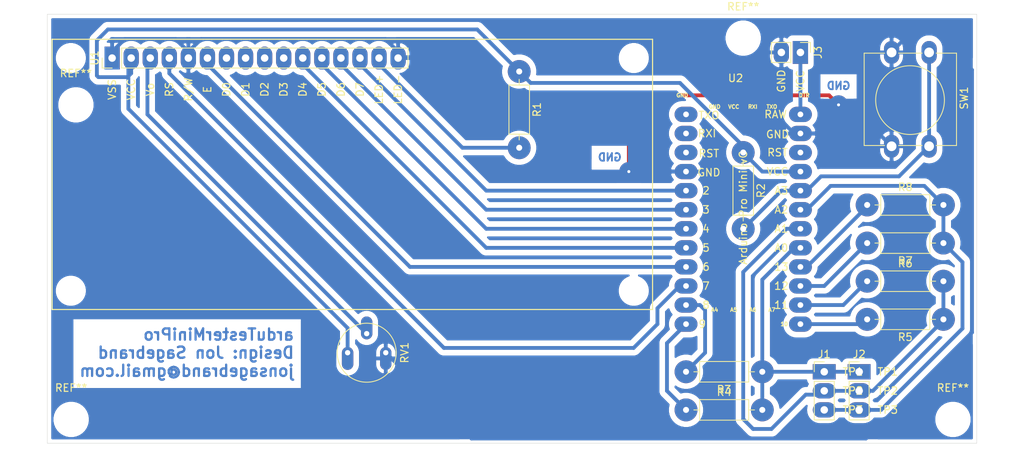
<source format=kicad_pcb>
(kicad_pcb (version 20171130) (host pcbnew 5.1.9-73d0e3b20d~88~ubuntu20.04.1)

  (general
    (thickness 1.6)
    (drawings 9)
    (tracks 138)
    (zones 0)
    (modules 19)
    (nets 30)
  )

  (page A4)
  (layers
    (0 F.Cu signal)
    (31 B.Cu signal)
    (32 B.Adhes user)
    (33 F.Adhes user)
    (34 B.Paste user)
    (35 F.Paste user)
    (36 B.SilkS user)
    (37 F.SilkS user)
    (38 B.Mask user)
    (39 F.Mask user)
    (40 Dwgs.User user)
    (41 Cmts.User user)
    (42 Eco1.User user)
    (43 Eco2.User user)
    (44 Edge.Cuts user)
    (45 Margin user)
    (46 B.CrtYd user)
    (47 F.CrtYd user)
    (48 B.Fab user)
    (49 F.Fab user)
  )

  (setup
    (last_trace_width 0.508)
    (trace_clearance 0.762)
    (zone_clearance 0.508)
    (zone_45_only no)
    (trace_min 0.2)
    (via_size 2.54)
    (via_drill 0.4)
    (via_min_size 0.4)
    (via_min_drill 0.3)
    (uvia_size 0.3)
    (uvia_drill 0.1)
    (uvias_allowed no)
    (uvia_min_size 0.2)
    (uvia_min_drill 0.1)
    (edge_width 0.05)
    (segment_width 0.2)
    (pcb_text_width 0.3)
    (pcb_text_size 1.5 1.5)
    (mod_edge_width 0.12)
    (mod_text_size 1 1)
    (mod_text_width 0.15)
    (pad_size 1.524 1.524)
    (pad_drill 0.762)
    (pad_to_mask_clearance 0)
    (aux_axis_origin 0 0)
    (visible_elements FFFFFF7F)
    (pcbplotparams
      (layerselection 0x010fc_ffffffff)
      (usegerberextensions false)
      (usegerberattributes true)
      (usegerberadvancedattributes true)
      (creategerberjobfile true)
      (excludeedgelayer true)
      (linewidth 0.100000)
      (plotframeref false)
      (viasonmask false)
      (mode 1)
      (useauxorigin false)
      (hpglpennumber 1)
      (hpglpenspeed 20)
      (hpglpendiameter 15.000000)
      (psnegative false)
      (psa4output false)
      (plotreference true)
      (plotvalue true)
      (plotinvisibletext false)
      (padsonsilk false)
      (subtractmaskfromsilk false)
      (outputformat 1)
      (mirror false)
      (drillshape 1)
      (scaleselection 1)
      (outputdirectory ""))
  )

  (net 0 "")
  (net 1 TP3)
  (net 2 TP2)
  (net 3 TP1)
  (net 4 GND)
  (net 5 "Net-(R1-Pad2)")
  (net 6 +5V)
  (net 7 "Net-(R2-Pad2)")
  (net 8 "Net-(R3-Pad2)")
  (net 9 "Net-(R4-Pad1)")
  (net 10 "Net-(R5-Pad2)")
  (net 11 "Net-(R6-Pad1)")
  (net 12 "Net-(R7-Pad2)")
  (net 13 "Net-(R8-Pad1)")
  (net 14 "Net-(RV1-Pad2)")
  (net 15 "Net-(U1-Pad14)")
  (net 16 "Net-(U1-Pad13)")
  (net 17 "Net-(U1-Pad12)")
  (net 18 "Net-(U1-Pad11)")
  (net 19 "Net-(U1-Pad10)")
  (net 20 "Net-(U1-Pad9)")
  (net 21 "Net-(U1-Pad8)")
  (net 22 "Net-(U1-Pad7)")
  (net 23 "Net-(U1-Pad6)")
  (net 24 "Net-(U1-Pad4)")
  (net 25 "Net-(U2-Pad15)")
  (net 26 "Net-(U2-Pad3)")
  (net 27 "Net-(U2-Pad2)")
  (net 28 "Net-(U2-Pad1)")
  (net 29 "Net-(J3-Pad1)")

  (net_class Default "This is the default net class."
    (clearance 0.762)
    (trace_width 0.508)
    (via_dia 2.54)
    (via_drill 0.4)
    (uvia_dia 0.3)
    (uvia_drill 0.1)
    (add_net +5V)
    (add_net GND)
    (add_net "Net-(J3-Pad1)")
    (add_net "Net-(R1-Pad2)")
    (add_net "Net-(R2-Pad2)")
    (add_net "Net-(R3-Pad2)")
    (add_net "Net-(R4-Pad1)")
    (add_net "Net-(R5-Pad2)")
    (add_net "Net-(R6-Pad1)")
    (add_net "Net-(R7-Pad2)")
    (add_net "Net-(R8-Pad1)")
    (add_net "Net-(RV1-Pad2)")
    (add_net "Net-(U1-Pad10)")
    (add_net "Net-(U1-Pad11)")
    (add_net "Net-(U1-Pad12)")
    (add_net "Net-(U1-Pad13)")
    (add_net "Net-(U1-Pad14)")
    (add_net "Net-(U1-Pad4)")
    (add_net "Net-(U1-Pad6)")
    (add_net "Net-(U1-Pad7)")
    (add_net "Net-(U1-Pad8)")
    (add_net "Net-(U1-Pad9)")
    (add_net "Net-(U2-Pad1)")
    (add_net "Net-(U2-Pad15)")
    (add_net "Net-(U2-Pad2)")
    (add_net "Net-(U2-Pad3)")
    (add_net TP1)
    (add_net TP2)
    (add_net TP3)
  )

  (module MountingHole:MountingHole_3.2mm_M3 (layer F.Cu) (tedit 56D1B4CB) (tstamp 6021C0DF)
    (at 108.585 71.12)
    (descr "Mounting Hole 3.2mm, no annular, M3")
    (tags "mounting hole 3.2mm no annular m3")
    (attr virtual)
    (fp_text reference REF** (at 0 -4.2) (layer F.SilkS)
      (effects (font (size 1 1) (thickness 0.15)))
    )
    (fp_text value MountingHole_3.2mm_M3 (at 0 4.2) (layer F.Fab)
      (effects (font (size 1 1) (thickness 0.15)))
    )
    (fp_text user %R (at 0.3 0) (layer F.Fab)
      (effects (font (size 1 1) (thickness 0.15)))
    )
    (fp_circle (center 0 0) (end 3.2 0) (layer Cmts.User) (width 0.15))
    (fp_circle (center 0 0) (end 3.45 0) (layer F.CrtYd) (width 0.05))
    (pad 1 np_thru_hole circle (at 0 0) (size 3.2 3.2) (drill 3.2) (layers *.Cu *.Mask))
  )

  (module MountingHole:MountingHole_3.2mm_M3 (layer F.Cu) (tedit 56D1B4CB) (tstamp 6021C0C2)
    (at 197.485 62.23)
    (descr "Mounting Hole 3.2mm, no annular, M3")
    (tags "mounting hole 3.2mm no annular m3")
    (attr virtual)
    (fp_text reference REF** (at 0 -4.2) (layer F.SilkS)
      (effects (font (size 1 1) (thickness 0.15)))
    )
    (fp_text value MountingHole_3.2mm_M3 (at 0 4.2) (layer F.Fab)
      (effects (font (size 1 1) (thickness 0.15)))
    )
    (fp_text user %R (at 0.3 0) (layer F.Fab)
      (effects (font (size 1 1) (thickness 0.15)))
    )
    (fp_circle (center 0 0) (end 3.2 0) (layer Cmts.User) (width 0.15))
    (fp_circle (center 0 0) (end 3.45 0) (layer F.CrtYd) (width 0.05))
    (pad 1 np_thru_hole circle (at 0 0) (size 3.2 3.2) (drill 3.2) (layers *.Cu *.Mask))
  )

  (module MountingHole:MountingHole_3.2mm_M3 (layer F.Cu) (tedit 56D1B4CB) (tstamp 6021C0A5)
    (at 225.425 113.03)
    (descr "Mounting Hole 3.2mm, no annular, M3")
    (tags "mounting hole 3.2mm no annular m3")
    (attr virtual)
    (fp_text reference REF** (at 0 -4.2) (layer F.SilkS)
      (effects (font (size 1 1) (thickness 0.15)))
    )
    (fp_text value MountingHole_3.2mm_M3 (at 0 4.2) (layer F.Fab)
      (effects (font (size 1 1) (thickness 0.15)))
    )
    (fp_text user %R (at 0.3 0) (layer F.Fab)
      (effects (font (size 1 1) (thickness 0.15)))
    )
    (fp_circle (center 0 0) (end 3.2 0) (layer Cmts.User) (width 0.15))
    (fp_circle (center 0 0) (end 3.45 0) (layer F.CrtYd) (width 0.05))
    (pad 1 np_thru_hole circle (at 0 0) (size 3.2 3.2) (drill 3.2) (layers *.Cu *.Mask))
  )

  (module MountingHole:MountingHole_3.2mm_M3 (layer F.Cu) (tedit 56D1B4CB) (tstamp 6021C088)
    (at 107.95 113.03)
    (descr "Mounting Hole 3.2mm, no annular, M3")
    (tags "mounting hole 3.2mm no annular m3")
    (attr virtual)
    (fp_text reference REF** (at 0 -4.2) (layer F.SilkS)
      (effects (font (size 1 1) (thickness 0.15)))
    )
    (fp_text value MountingHole_3.2mm_M3 (at 0 4.2) (layer F.Fab)
      (effects (font (size 1 1) (thickness 0.15)))
    )
    (fp_text user %R (at 0.3 0) (layer F.Fab)
      (effects (font (size 1 1) (thickness 0.15)))
    )
    (fp_circle (center 0 0) (end 3.2 0) (layer Cmts.User) (width 0.15))
    (fp_circle (center 0 0) (end 3.45 0) (layer F.CrtYd) (width 0.05))
    (pad 1 np_thru_hole circle (at 0 0) (size 3.2 3.2) (drill 3.2) (layers *.Cu *.Mask))
  )

  (module My_Headers:2-pin_power_input_header_larger_pads (layer F.Cu) (tedit 5E56A05C) (tstamp 602081CC)
    (at 205.105 64.135 270)
    (descr "Through hole straight pin header, 1x02, 2.54mm pitch, single row")
    (tags "Through hole pin header THT 1x02 2.54mm single row")
    (path /601FFE60)
    (fp_text reference J3 (at 0 -2.33 90) (layer F.SilkS)
      (effects (font (size 1 1) (thickness 0.15)))
    )
    (fp_text value 2-pin_power_input_header (at 0 4.87 90) (layer F.Fab) hide
      (effects (font (size 1 1) (thickness 0.15)))
    )
    (fp_text user GND (at 3.81 2.54 90) (layer F.SilkS)
      (effects (font (size 1 1) (thickness 0.15)))
    )
    (fp_text user VCC (at 3.81 0 90) (layer F.SilkS)
      (effects (font (size 1 1) (thickness 0.15)))
    )
    (fp_line (start -0.635 -1.27) (end 1.27 -1.27) (layer F.Fab) (width 0.1))
    (fp_line (start 1.27 -1.27) (end 1.27 3.81) (layer F.Fab) (width 0.1))
    (fp_line (start 1.27 3.81) (end -1.27 3.81) (layer F.Fab) (width 0.1))
    (fp_line (start -1.27 3.81) (end -1.27 -0.635) (layer F.Fab) (width 0.1))
    (fp_line (start -1.27 -0.635) (end -0.635 -1.27) (layer F.Fab) (width 0.1))
    (fp_line (start -1.33 3.87) (end 1.33 3.87) (layer F.SilkS) (width 0.12))
    (fp_line (start -1.33 1.27) (end -1.33 3.87) (layer F.SilkS) (width 0.12))
    (fp_line (start 1.33 1.27) (end 1.33 3.87) (layer F.SilkS) (width 0.12))
    (fp_line (start -1.33 1.27) (end 1.33 1.27) (layer F.SilkS) (width 0.12))
    (fp_line (start -1.33 0) (end -1.33 -1.33) (layer F.SilkS) (width 0.12))
    (fp_line (start -1.33 -1.33) (end 0 -1.33) (layer F.SilkS) (width 0.12))
    (fp_line (start -1.8 -1.8) (end -1.8 4.35) (layer F.CrtYd) (width 0.05))
    (fp_line (start -1.8 4.35) (end 1.8 4.35) (layer F.CrtYd) (width 0.05))
    (fp_line (start 1.8 4.35) (end 1.8 -1.8) (layer F.CrtYd) (width 0.05))
    (fp_line (start 1.8 -1.8) (end -1.8 -1.8) (layer F.CrtYd) (width 0.05))
    (pad 2 thru_hole oval (at 0 2.54 270) (size 3.048 2.032) (drill 1) (layers *.Cu *.Mask)
      (net 4 GND))
    (pad 1 thru_hole rect (at 0 0 270) (size 3.048 2.032) (drill 1) (layers *.Cu *.Mask)
      (net 29 "Net-(J3-Pad1)"))
    (model ${KISYS3DMOD}/Connector_PinHeader_2.54mm.3dshapes/PinHeader_1x02_P2.54mm_Vertical.wrl
      (at (xyz 0 0 0))
      (scale (xyz 1 1 1))
      (rotate (xyz 0 0 0))
    )
  )

  (module My_Misc:Potentiometer_Bourns_3339P_Vertical_large (layer F.Cu) (tedit 60211C6B) (tstamp 60213824)
    (at 144.78 104.14 270)
    (descr "Potentiometer, vertical, Bourns 3339P, http://www.bourns.com/docs/Product-Datasheets/3339.pdf")
    (tags "Potentiometer vertical Bourns 3339P")
    (path /60204DB7)
    (fp_text reference RV1 (at 0 -7.6 90) (layer F.SilkS)
      (effects (font (size 1 1) (thickness 0.15)))
    )
    (fp_text value 10k (at 0 2.52 90) (layer F.Fab)
      (effects (font (size 1 1) (thickness 0.15)))
    )
    (fp_text user %R (at -3.018 -2.54) (layer F.Fab)
      (effects (font (size 0.66 0.66) (thickness 0.15)))
    )
    (fp_circle (center 0 -2.54) (end 3.81 -2.54) (layer F.Fab) (width 0.1))
    (fp_circle (center 0 -2.54) (end 2.5 -2.54) (layer F.Fab) (width 0.1))
    (fp_circle (center 0 -2.54) (end 3.93 -2.54) (layer F.SilkS) (width 0.12))
    (fp_line (start 0 -0.064) (end 0.001 -5.014) (layer F.Fab) (width 0.1))
    (fp_line (start 0 -0.064) (end 0.001 -5.014) (layer F.Fab) (width 0.1))
    (fp_line (start -4.1 -6.6) (end -4.1 1.55) (layer F.CrtYd) (width 0.05))
    (fp_line (start -4.1 1.55) (end 4.1 1.55) (layer F.CrtYd) (width 0.05))
    (fp_line (start 4.1 1.55) (end 4.1 -6.6) (layer F.CrtYd) (width 0.05))
    (fp_line (start 4.1 -6.6) (end -4.1 -6.6) (layer F.CrtYd) (width 0.05))
    (pad 1 thru_hole oval (at 0 0 270) (size 3.048 1.524) (drill 0.7 (offset 0.762 0)) (layers *.Cu *.Mask)
      (net 6 +5V))
    (pad 2 thru_hole oval (at -2.54 -2.54 270) (size 3.048 1.524) (drill 0.7 (offset -0.762 0)) (layers *.Cu *.Mask)
      (net 14 "Net-(RV1-Pad2)"))
    (pad 3 thru_hole oval (at 0 -5.08 270) (size 3.048 1.524) (drill 0.7 (offset 0.762 0)) (layers *.Cu *.Mask)
      (net 4 GND))
    (model ${KISYS3DMOD}/Potentiometer_THT.3dshapes/Potentiometer_Bourns_3339P_Vertical.wrl
      (at (xyz 0 0 0))
      (scale (xyz 1 1 1))
      (rotate (xyz 0 0 0))
    )
  )

  (module My_Misc:R_Axial_DIN0207_L6.3mm_D2.5mm_P10.16mm_Horizontal_larger_pads (layer F.Cu) (tedit 5E4D8416) (tstamp 6021370A)
    (at 197.485 77.47 270)
    (descr "Resistor, Axial_DIN0207 series, Axial, Horizontal, pin pitch=10.16mm, 0.25W = 1/4W, length*diameter=6.3*2.5mm^2, http://cdn-reichelt.de/documents/datenblatt/B400/1_4W%23YAG.pdf")
    (tags "Resistor Axial_DIN0207 series Axial Horizontal pin pitch 10.16mm 0.25W = 1/4W length 6.3mm diameter 2.5mm")
    (path /60206E23)
    (fp_text reference R2 (at 5.08 -2.37 90) (layer F.SilkS)
      (effects (font (size 1 1) (thickness 0.15)))
    )
    (fp_text value 10k (at 5.08 2.37 90) (layer F.Fab) hide
      (effects (font (size 1 1) (thickness 0.15)))
    )
    (fp_text user %R (at 5.08 0 90) (layer F.Fab)
      (effects (font (size 1 1) (thickness 0.15)))
    )
    (fp_line (start 1.93 -1.25) (end 1.93 1.25) (layer F.Fab) (width 0.1))
    (fp_line (start 1.93 1.25) (end 8.23 1.25) (layer F.Fab) (width 0.1))
    (fp_line (start 8.23 1.25) (end 8.23 -1.25) (layer F.Fab) (width 0.1))
    (fp_line (start 8.23 -1.25) (end 1.93 -1.25) (layer F.Fab) (width 0.1))
    (fp_line (start 0 0) (end 1.93 0) (layer F.Fab) (width 0.1))
    (fp_line (start 10.16 0) (end 8.23 0) (layer F.Fab) (width 0.1))
    (fp_line (start 1.81 -1.37) (end 1.81 1.37) (layer F.SilkS) (width 0.12))
    (fp_line (start 1.81 1.37) (end 8.35 1.37) (layer F.SilkS) (width 0.12))
    (fp_line (start 8.35 1.37) (end 8.35 -1.37) (layer F.SilkS) (width 0.12))
    (fp_line (start 8.35 -1.37) (end 1.81 -1.37) (layer F.SilkS) (width 0.12))
    (fp_line (start 1.04 0) (end 1.81 0) (layer F.SilkS) (width 0.12))
    (fp_line (start 9.12 0) (end 8.35 0) (layer F.SilkS) (width 0.12))
    (fp_line (start -1.05 -1.5) (end -1.05 1.5) (layer F.CrtYd) (width 0.05))
    (fp_line (start -1.05 1.5) (end 11.21 1.5) (layer F.CrtYd) (width 0.05))
    (fp_line (start 11.21 1.5) (end 11.21 -1.5) (layer F.CrtYd) (width 0.05))
    (fp_line (start 11.21 -1.5) (end -1.05 -1.5) (layer F.CrtYd) (width 0.05))
    (pad 2 thru_hole circle (at 10.16 0 270) (size 3.048 3.048) (drill 0.8) (layers *.Cu *.Mask)
      (net 7 "Net-(R2-Pad2)"))
    (pad 1 thru_hole circle (at 0 0 270) (size 3.048 3.048) (drill 0.8) (layers *.Cu *.Mask)
      (net 6 +5V))
    (model ${KISYS3DMOD}/Resistor_THT.3dshapes/R_Axial_DIN0207_L6.3mm_D2.5mm_P10.16mm_Horizontal.wrl
      (at (xyz 0 0 0))
      (scale (xyz 1 1 1))
      (rotate (xyz 0 0 0))
    )
  )

  (module My_Misc:R_Axial_DIN0207_L6.3mm_D2.5mm_P10.16mm_Horizontal_larger_pads (layer F.Cu) (tedit 5E4D8416) (tstamp 602136F3)
    (at 167.64 66.675 270)
    (descr "Resistor, Axial_DIN0207 series, Axial, Horizontal, pin pitch=10.16mm, 0.25W = 1/4W, length*diameter=6.3*2.5mm^2, http://cdn-reichelt.de/documents/datenblatt/B400/1_4W%23YAG.pdf")
    (tags "Resistor Axial_DIN0207 series Axial Horizontal pin pitch 10.16mm 0.25W = 1/4W length 6.3mm diameter 2.5mm")
    (path /6020AC93)
    (fp_text reference R1 (at 5.08 -2.37 90) (layer F.SilkS)
      (effects (font (size 1 1) (thickness 0.15)))
    )
    (fp_text value 220R (at 5.08 2.37 90) (layer F.Fab) hide
      (effects (font (size 1 1) (thickness 0.15)))
    )
    (fp_text user %R (at 5.08 0 90) (layer F.Fab)
      (effects (font (size 1 1) (thickness 0.15)))
    )
    (fp_line (start 1.93 -1.25) (end 1.93 1.25) (layer F.Fab) (width 0.1))
    (fp_line (start 1.93 1.25) (end 8.23 1.25) (layer F.Fab) (width 0.1))
    (fp_line (start 8.23 1.25) (end 8.23 -1.25) (layer F.Fab) (width 0.1))
    (fp_line (start 8.23 -1.25) (end 1.93 -1.25) (layer F.Fab) (width 0.1))
    (fp_line (start 0 0) (end 1.93 0) (layer F.Fab) (width 0.1))
    (fp_line (start 10.16 0) (end 8.23 0) (layer F.Fab) (width 0.1))
    (fp_line (start 1.81 -1.37) (end 1.81 1.37) (layer F.SilkS) (width 0.12))
    (fp_line (start 1.81 1.37) (end 8.35 1.37) (layer F.SilkS) (width 0.12))
    (fp_line (start 8.35 1.37) (end 8.35 -1.37) (layer F.SilkS) (width 0.12))
    (fp_line (start 8.35 -1.37) (end 1.81 -1.37) (layer F.SilkS) (width 0.12))
    (fp_line (start 1.04 0) (end 1.81 0) (layer F.SilkS) (width 0.12))
    (fp_line (start 9.12 0) (end 8.35 0) (layer F.SilkS) (width 0.12))
    (fp_line (start -1.05 -1.5) (end -1.05 1.5) (layer F.CrtYd) (width 0.05))
    (fp_line (start -1.05 1.5) (end 11.21 1.5) (layer F.CrtYd) (width 0.05))
    (fp_line (start 11.21 1.5) (end 11.21 -1.5) (layer F.CrtYd) (width 0.05))
    (fp_line (start 11.21 -1.5) (end -1.05 -1.5) (layer F.CrtYd) (width 0.05))
    (pad 2 thru_hole circle (at 10.16 0 270) (size 3.048 3.048) (drill 0.8) (layers *.Cu *.Mask)
      (net 5 "Net-(R1-Pad2)"))
    (pad 1 thru_hole circle (at 0 0 270) (size 3.048 3.048) (drill 0.8) (layers *.Cu *.Mask)
      (net 6 +5V))
    (model ${KISYS3DMOD}/Resistor_THT.3dshapes/R_Axial_DIN0207_L6.3mm_D2.5mm_P10.16mm_Horizontal.wrl
      (at (xyz 0 0 0))
      (scale (xyz 1 1 1))
      (rotate (xyz 0 0 0))
    )
  )

  (module My_Headers:3-pin_test_header_large (layer F.Cu) (tedit 601F18E3) (tstamp 602136B0)
    (at 212.93 106.68)
    (descr "Through hole straight pin header, 1x03, 2.54mm pitch, single row")
    (tags "Through hole pin header THT 1x03 2.54mm single row")
    (path /601FA8F1)
    (fp_text reference J2 (at 0 -2.33) (layer F.SilkS)
      (effects (font (size 1 1) (thickness 0.15)))
    )
    (fp_text value 3-pin_test_header (at 0 7.41) (layer F.Fab) hide
      (effects (font (size 1 1) (thickness 0.15)))
    )
    (fp_text user TP3 (at 3.81 5.08) (layer F.SilkS)
      (effects (font (size 1 1) (thickness 0.15)))
    )
    (fp_text user TP2 (at 3.81 2.54) (layer F.SilkS)
      (effects (font (size 1 1) (thickness 0.15)))
    )
    (fp_text user TP1 (at 3.81 0) (layer F.SilkS)
      (effects (font (size 1 1) (thickness 0.15)))
    )
    (fp_line (start 1.8 -1.8) (end -1.8 -1.8) (layer F.CrtYd) (width 0.05))
    (fp_line (start 1.8 6.85) (end 1.8 -1.8) (layer F.CrtYd) (width 0.05))
    (fp_line (start -1.8 6.85) (end 1.8 6.85) (layer F.CrtYd) (width 0.05))
    (fp_line (start -1.8 -1.8) (end -1.8 6.85) (layer F.CrtYd) (width 0.05))
    (fp_line (start -1.33 -1.33) (end 0 -1.33) (layer F.SilkS) (width 0.12))
    (fp_line (start -1.33 0) (end -1.33 -1.33) (layer F.SilkS) (width 0.12))
    (fp_line (start -1.33 1.27) (end 1.33 1.27) (layer F.SilkS) (width 0.12))
    (fp_line (start 1.33 1.27) (end 1.33 6.41) (layer F.SilkS) (width 0.12))
    (fp_line (start -1.33 1.27) (end -1.33 6.41) (layer F.SilkS) (width 0.12))
    (fp_line (start -1.33 6.41) (end 1.33 6.41) (layer F.SilkS) (width 0.12))
    (fp_line (start -1.27 -0.635) (end -0.635 -1.27) (layer F.Fab) (width 0.1))
    (fp_line (start -1.27 6.35) (end -1.27 -0.635) (layer F.Fab) (width 0.1))
    (fp_line (start 1.27 6.35) (end -1.27 6.35) (layer F.Fab) (width 0.1))
    (fp_line (start 1.27 -1.27) (end 1.27 6.35) (layer F.Fab) (width 0.1))
    (fp_line (start -0.635 -1.27) (end 1.27 -1.27) (layer F.Fab) (width 0.1))
    (pad 3 thru_hole oval (at 0 5.08) (size 3.048 2.032) (drill 1) (layers *.Cu *.Mask)
      (net 1 TP3))
    (pad 2 thru_hole oval (at 0 2.54) (size 3.048 2.032) (drill 1) (layers *.Cu *.Mask)
      (net 2 TP2))
    (pad 1 thru_hole rect (at 0 0) (size 3.048 2.032) (drill 1) (layers *.Cu *.Mask)
      (net 3 TP1))
    (model ${KISYS3DMOD}/Connector_PinHeader_2.54mm.3dshapes/PinHeader_1x03_P2.54mm_Vertical.wrl
      (at (xyz 0 0 0))
      (scale (xyz 1 1 1))
      (rotate (xyz 0 0 0))
    )
  )

  (module My_Headers:3-pin_test_header_large (layer F.Cu) (tedit 601F18E3) (tstamp 60213697)
    (at 208.28 106.68)
    (descr "Through hole straight pin header, 1x03, 2.54mm pitch, single row")
    (tags "Through hole pin header THT 1x03 2.54mm single row")
    (path /60266FF2)
    (fp_text reference J1 (at 0 -2.33) (layer F.SilkS)
      (effects (font (size 1 1) (thickness 0.15)))
    )
    (fp_text value 3-pin_test_header (at 0 7.41) (layer F.Fab) hide
      (effects (font (size 1 1) (thickness 0.15)))
    )
    (fp_text user TP3 (at 3.81 5.08) (layer F.SilkS)
      (effects (font (size 1 1) (thickness 0.15)))
    )
    (fp_text user TP2 (at 3.81 2.54) (layer F.SilkS)
      (effects (font (size 1 1) (thickness 0.15)))
    )
    (fp_text user TP1 (at 3.81 0) (layer F.SilkS)
      (effects (font (size 1 1) (thickness 0.15)))
    )
    (fp_line (start 1.8 -1.8) (end -1.8 -1.8) (layer F.CrtYd) (width 0.05))
    (fp_line (start 1.8 6.85) (end 1.8 -1.8) (layer F.CrtYd) (width 0.05))
    (fp_line (start -1.8 6.85) (end 1.8 6.85) (layer F.CrtYd) (width 0.05))
    (fp_line (start -1.8 -1.8) (end -1.8 6.85) (layer F.CrtYd) (width 0.05))
    (fp_line (start -1.33 -1.33) (end 0 -1.33) (layer F.SilkS) (width 0.12))
    (fp_line (start -1.33 0) (end -1.33 -1.33) (layer F.SilkS) (width 0.12))
    (fp_line (start -1.33 1.27) (end 1.33 1.27) (layer F.SilkS) (width 0.12))
    (fp_line (start 1.33 1.27) (end 1.33 6.41) (layer F.SilkS) (width 0.12))
    (fp_line (start -1.33 1.27) (end -1.33 6.41) (layer F.SilkS) (width 0.12))
    (fp_line (start -1.33 6.41) (end 1.33 6.41) (layer F.SilkS) (width 0.12))
    (fp_line (start -1.27 -0.635) (end -0.635 -1.27) (layer F.Fab) (width 0.1))
    (fp_line (start -1.27 6.35) (end -1.27 -0.635) (layer F.Fab) (width 0.1))
    (fp_line (start 1.27 6.35) (end -1.27 6.35) (layer F.Fab) (width 0.1))
    (fp_line (start 1.27 -1.27) (end 1.27 6.35) (layer F.Fab) (width 0.1))
    (fp_line (start -0.635 -1.27) (end 1.27 -1.27) (layer F.Fab) (width 0.1))
    (pad 3 thru_hole oval (at 0 5.08) (size 3.048 2.032) (drill 1) (layers *.Cu *.Mask)
      (net 1 TP3))
    (pad 2 thru_hole oval (at 0 2.54) (size 3.048 2.032) (drill 1) (layers *.Cu *.Mask)
      (net 2 TP2))
    (pad 1 thru_hole rect (at 0 0) (size 3.048 2.032) (drill 1) (layers *.Cu *.Mask)
      (net 3 TP1))
    (model ${KISYS3DMOD}/Connector_PinHeader_2.54mm.3dshapes/PinHeader_1x03_P2.54mm_Vertical.wrl
      (at (xyz 0 0 0))
      (scale (xyz 1 1 1))
      (rotate (xyz 0 0 0))
    )
  )

  (module My_Arduino:Arduino_Pro_Mini_vC_only_sides_larger_pads (layer F.Cu) (tedit 60208A95) (tstamp 60208338)
    (at 188.595 68.453)
    (path /6022D24E)
    (fp_text reference U2 (at 7.874 -0.889) (layer F.SilkS)
      (effects (font (size 1 1) (thickness 0.15)))
    )
    (fp_text value Arduino_Mini_Pro (at 7.874 -2.159) (layer F.Fab) hide
      (effects (font (size 1 1) (thickness 0.15)))
    )
    (fp_line (start 0 0) (end 18.034 0) (layer F.Fab) (width 0.12))
    (fp_line (start 18.034 0) (end 18.034 33.274) (layer F.Fab) (width 0.12))
    (fp_line (start 18.034 33.274) (end 0 33.274) (layer F.Fab) (width 0.12))
    (fp_line (start 0 33.274) (end 0 0) (layer F.Fab) (width 0.12))
    (fp_text user "Arduino Pro Mini vC" (at 8.89 16.383 270) (layer F.SilkS)
      (effects (font (size 1 1) (thickness 0.15)))
    )
    (fp_text user A7 (at 12.7 29.972) (layer F.SilkS)
      (effects (font (size 0.508 0.508) (thickness 0.127)))
    )
    (fp_text user A6 (at 10.16 29.972) (layer F.SilkS)
      (effects (font (size 0.508 0.508) (thickness 0.127)))
    )
    (fp_text user A5 (at 7.62 29.972) (layer F.SilkS)
      (effects (font (size 0.508 0.508) (thickness 0.127)))
    )
    (fp_text user A4 (at 5.08 29.972) (layer F.SilkS)
      (effects (font (size 0.508 0.508) (thickness 0.127)))
    )
    (fp_text user GND (at 0.762 1.397) (layer F.SilkS)
      (effects (font (size 0.508 0.508) (thickness 0.127)))
    )
    (fp_text user DTR (at 17.018 1.397) (layer F.SilkS)
      (effects (font (size 0.508 0.508) (thickness 0.127)))
    )
    (fp_text user TXO (at 12.7 2.921) (layer F.SilkS)
      (effects (font (size 0.508 0.508) (thickness 0.127)))
    )
    (fp_text user RXI (at 10.16 2.921) (layer F.SilkS)
      (effects (font (size 0.508 0.508) (thickness 0.127)))
    )
    (fp_text user VCC (at 7.62 2.921) (layer F.SilkS)
      (effects (font (size 0.508 0.508) (thickness 0.127)))
    )
    (fp_text user GND (at 5.08 2.921) (layer F.SilkS)
      (effects (font (size 0.508 0.508) (thickness 0.127)))
    )
    (fp_text user 10 (at 14.351 31.877) (layer F.SilkS)
      (effects (font (size 0.508 0.508) (thickness 0.127)))
    )
    (fp_text user 11 (at 13.97 29.337) (layer F.SilkS)
      (effects (font (size 1 1) (thickness 0.15)))
    )
    (fp_text user 12 (at 13.97 26.797) (layer F.SilkS)
      (effects (font (size 1 1) (thickness 0.15)))
    )
    (fp_text user 13 (at 13.97 24.257) (layer F.SilkS)
      (effects (font (size 1 1) (thickness 0.15)))
    )
    (fp_text user A0 (at 13.97 21.717) (layer F.SilkS)
      (effects (font (size 1 1) (thickness 0.15)))
    )
    (fp_text user A1 (at 13.97 19.177) (layer F.SilkS)
      (effects (font (size 1 1) (thickness 0.15)))
    )
    (fp_text user A2 (at 13.97 16.637) (layer F.SilkS)
      (effects (font (size 1 1) (thickness 0.15)))
    )
    (fp_text user A3 (at 13.97 14.097) (layer F.SilkS)
      (effects (font (size 1 1) (thickness 0.15)))
    )
    (fp_text user VCC (at 13.462 11.557) (layer F.SilkS)
      (effects (font (size 1 1) (thickness 0.15)))
    )
    (fp_text user RST (at 13.462 9.017) (layer F.SilkS)
      (effects (font (size 1 1) (thickness 0.15)))
    )
    (fp_text user GND (at 13.462 6.604) (layer F.SilkS)
      (effects (font (size 1 1) (thickness 0.15)))
    )
    (fp_text user RAW (at 13.208 3.937) (layer F.SilkS)
      (effects (font (size 1 1) (thickness 0.15)))
    )
    (fp_text user 9 (at 3.429 31.877) (layer F.SilkS)
      (effects (font (size 1 1) (thickness 0.15)))
    )
    (fp_text user 8 (at 3.937 29.337) (layer F.SilkS)
      (effects (font (size 1 1) (thickness 0.15)))
    )
    (fp_text user 7 (at 3.937 26.797) (layer F.SilkS)
      (effects (font (size 1 1) (thickness 0.15)))
    )
    (fp_text user 6 (at 3.937 24.257) (layer F.SilkS)
      (effects (font (size 1 1) (thickness 0.15)))
    )
    (fp_text user 5 (at 3.937 21.717) (layer F.SilkS)
      (effects (font (size 1 1) (thickness 0.15)))
    )
    (fp_text user 4 (at 3.937 19.177) (layer F.SilkS)
      (effects (font (size 1 1) (thickness 0.15)))
    )
    (fp_text user 3 (at 3.937 16.637) (layer F.SilkS)
      (effects (font (size 1 1) (thickness 0.15)))
    )
    (fp_text user 2 (at 3.937 14.097) (layer F.SilkS)
      (effects (font (size 1 1) (thickness 0.15)))
    )
    (fp_text user GND (at 4.318 11.684) (layer F.SilkS)
      (effects (font (size 1 1) (thickness 0.15)))
    )
    (fp_text user RST (at 4.318 9.144) (layer F.SilkS)
      (effects (font (size 1 1) (thickness 0.15)))
    )
    (fp_text user RXI (at 4.064 6.477) (layer F.SilkS)
      (effects (font (size 1 1) (thickness 0.15)))
    )
    (fp_text user TXO (at 4.318 4.064) (layer F.SilkS)
      (effects (font (size 1 1) (thickness 0.15)))
    )
    (pad 24 thru_hole oval (at 16.51 31.877) (size 3.048 2.032) (drill 0.762) (layers *.Cu *.Mask)
      (net 10 "Net-(R5-Pad2)"))
    (pad 23 thru_hole oval (at 16.51 29.337) (size 3.048 2.032) (drill 0.762) (layers *.Cu *.Mask)
      (net 11 "Net-(R6-Pad1)"))
    (pad 22 thru_hole oval (at 16.51 26.797) (size 3.048 2.032) (drill 0.762) (layers *.Cu *.Mask)
      (net 12 "Net-(R7-Pad2)"))
    (pad 21 thru_hole oval (at 16.51 24.257) (size 3.048 2.032) (drill 0.762) (layers *.Cu *.Mask)
      (net 13 "Net-(R8-Pad1)"))
    (pad 20 thru_hole oval (at 16.51 21.717) (size 3.048 2.032) (drill 0.762) (layers *.Cu *.Mask)
      (net 3 TP1))
    (pad 19 thru_hole oval (at 16.51 19.177) (size 3.048 2.032) (drill 0.762) (layers *.Cu *.Mask)
      (net 2 TP2))
    (pad 18 thru_hole oval (at 16.51 16.637) (size 3.048 2.032) (drill 0.762) (layers *.Cu *.Mask)
      (net 1 TP3))
    (pad 17 thru_hole oval (at 16.51 14.097) (size 3.048 2.032) (drill 0.762) (layers *.Cu *.Mask)
      (net 7 "Net-(R2-Pad2)"))
    (pad 16 thru_hole oval (at 16.51 11.557) (size 3.048 2.032) (drill 0.762) (layers *.Cu *.Mask)
      (net 6 +5V))
    (pad 15 thru_hole oval (at 16.51 9.017) (size 3.048 2.032) (drill 0.762) (layers *.Cu *.Mask)
      (net 25 "Net-(U2-Pad15)"))
    (pad 14 thru_hole oval (at 16.51 6.477) (size 3.048 2.032) (drill 0.762) (layers *.Cu *.Mask)
      (net 4 GND))
    (pad 13 thru_hole oval (at 16.51 3.937) (size 3.048 2.032) (drill 0.762) (layers *.Cu *.Mask)
      (net 29 "Net-(J3-Pad1)"))
    (pad 12 thru_hole oval (at 1.27 31.877) (size 3.048 2.032) (drill 0.762) (layers *.Cu *.Mask)
      (net 9 "Net-(R4-Pad1)"))
    (pad 11 thru_hole oval (at 1.27 29.337) (size 3.048 2.032) (drill 0.762) (layers *.Cu *.Mask)
      (net 8 "Net-(R3-Pad2)"))
    (pad 10 thru_hole oval (at 1.27 26.797) (size 3.048 2.032) (drill 0.762) (layers *.Cu *.Mask)
      (net 24 "Net-(U1-Pad4)"))
    (pad 9 thru_hole oval (at 1.27 24.257) (size 3.048 2.032) (drill 0.762) (layers *.Cu *.Mask)
      (net 23 "Net-(U1-Pad6)"))
    (pad 8 thru_hole oval (at 1.27 21.717) (size 3.048 2.032) (drill 0.762) (layers *.Cu *.Mask)
      (net 18 "Net-(U1-Pad11)"))
    (pad 7 thru_hole oval (at 1.27 19.177) (size 3.048 2.032) (drill 0.762) (layers *.Cu *.Mask)
      (net 17 "Net-(U1-Pad12)"))
    (pad 6 thru_hole oval (at 1.27 16.637) (size 3.048 2.032) (drill 0.762) (layers *.Cu *.Mask)
      (net 16 "Net-(U1-Pad13)"))
    (pad 5 thru_hole oval (at 1.27 14.097) (size 3.048 2.032) (drill 0.762) (layers *.Cu *.Mask)
      (net 15 "Net-(U1-Pad14)"))
    (pad 4 thru_hole oval (at 1.27 11.557) (size 3.048 2.032) (drill 0.762) (layers *.Cu *.Mask)
      (net 4 GND))
    (pad 3 thru_hole oval (at 1.27 9.017) (size 3.048 2.032) (drill 0.762) (layers *.Cu *.Mask)
      (net 26 "Net-(U2-Pad3)"))
    (pad 2 thru_hole oval (at 1.27 6.477) (size 3.048 2.032) (drill 0.762) (layers *.Cu *.Mask)
      (net 27 "Net-(U2-Pad2)"))
    (pad 1 thru_hole oval (at 1.27 3.937) (size 3.048 2.032) (drill 0.762) (layers *.Cu *.Mask)
      (net 28 "Net-(U2-Pad1)"))
  )

  (module My_Parts:LCD_16x2_large (layer F.Cu) (tedit 601F1720) (tstamp 602082EB)
    (at 113.405 64.885)
    (descr "Through hole straight pin header, 1x16, 2.54mm pitch, single row")
    (tags "Through hole pin header THT 1x16 2.54mm single row")
    (path /601F1CE0)
    (fp_text reference U1 (at -2.33 0 90) (layer F.SilkS)
      (effects (font (size 1 1) (thickness 0.15)))
    )
    (fp_text value LCD_HD44780 (at 52.5 31 180) (layer F.Fab) hide
      (effects (font (size 1 1) (thickness 0.15)))
    )
    (fp_line (start 72 -2.5) (end -8 -2.5) (layer F.SilkS) (width 0.15))
    (fp_line (start 72 33.5) (end 72 -2.5) (layer F.SilkS) (width 0.15))
    (fp_line (start -8 33.5) (end 72 33.5) (layer F.SilkS) (width 0.15))
    (fp_line (start -8 -2.5) (end -8 33.5) (layer F.SilkS) (width 0.15))
    (fp_line (start -1.27 0.635) (end -1.27 -1.27) (layer F.Fab) (width 0.1))
    (fp_line (start -1.27 -1.27) (end 39.37 -1.27) (layer F.Fab) (width 0.1))
    (fp_line (start 39.37 -1.27) (end 39.37 1.27) (layer F.Fab) (width 0.1))
    (fp_line (start 39.37 1.27) (end -0.635 1.27) (layer F.Fab) (width 0.1))
    (fp_line (start -0.635 1.27) (end -1.27 0.635) (layer F.Fab) (width 0.1))
    (fp_line (start 39.43 1.33) (end 39.43 -1.33) (layer F.SilkS) (width 0.12))
    (fp_line (start 1.27 1.33) (end 39.43 1.33) (layer F.SilkS) (width 0.12))
    (fp_line (start 1.27 -1.33) (end 39.43 -1.33) (layer F.SilkS) (width 0.12))
    (fp_line (start 1.27 1.33) (end 1.27 -1.33) (layer F.SilkS) (width 0.12))
    (fp_line (start 0 1.33) (end -1.33 1.33) (layer F.SilkS) (width 0.12))
    (fp_line (start -1.33 1.33) (end -1.33 0) (layer F.SilkS) (width 0.12))
    (fp_line (start -1.8 1.8) (end 39.9 1.8) (layer F.CrtYd) (width 0.05))
    (fp_line (start 39.9 1.8) (end 39.9 -1.8) (layer F.CrtYd) (width 0.05))
    (fp_line (start 39.9 -1.8) (end -1.8 -1.8) (layer F.CrtYd) (width 0.05))
    (fp_line (start -1.8 -1.8) (end -1.8 1.8) (layer F.CrtYd) (width 0.05))
    (fp_text user LED- (at 38.1 4.19 90) (layer F.SilkS)
      (effects (font (size 1 1) (thickness 0.15)))
    )
    (fp_text user LED+ (at 35.56 4.19 90) (layer F.SilkS)
      (effects (font (size 1 1) (thickness 0.15)))
    )
    (fp_text user D7 (at 33.02 4.19 90) (layer F.SilkS)
      (effects (font (size 1 1) (thickness 0.15)))
    )
    (fp_text user D6 (at 30.48 4.19 90) (layer F.SilkS)
      (effects (font (size 1 1) (thickness 0.15)))
    )
    (fp_text user D5 (at 27.94 4.19 90) (layer F.SilkS)
      (effects (font (size 1 1) (thickness 0.15)))
    )
    (fp_text user D4 (at 25.4 4.19 90) (layer F.SilkS)
      (effects (font (size 1 1) (thickness 0.15)))
    )
    (fp_text user D3 (at 22.86 4.19 90) (layer F.SilkS)
      (effects (font (size 1 1) (thickness 0.15)))
    )
    (fp_text user D2 (at 20.32 4.19 90) (layer F.SilkS)
      (effects (font (size 1 1) (thickness 0.15)))
    )
    (fp_text user D1 (at 17.78 4.19 90) (layer F.SilkS)
      (effects (font (size 1 1) (thickness 0.15)))
    )
    (fp_text user D0 (at 15.24 4.19 90) (layer F.SilkS)
      (effects (font (size 1 1) (thickness 0.15)))
    )
    (fp_text user E (at 12.7 4.19 90) (layer F.SilkS)
      (effects (font (size 1 1) (thickness 0.15)))
    )
    (fp_text user R/W (at 10.16 4.19 90) (layer F.SilkS)
      (effects (font (size 1 1) (thickness 0.15)))
    )
    (fp_text user RS (at 7.62 4.19 90) (layer F.SilkS)
      (effects (font (size 1 1) (thickness 0.15)))
    )
    (fp_text user Vo (at 5.08 4.19 90) (layer F.SilkS)
      (effects (font (size 1 1) (thickness 0.15)))
    )
    (fp_text user VCC (at 2.54 4.19 90) (layer F.SilkS)
      (effects (font (size 1 1) (thickness 0.15)))
    )
    (fp_text user VSS (at 0 4.19 90) (layer F.SilkS)
      (effects (font (size 1 1) (thickness 0.15)))
    )
    (pad "" np_thru_hole circle (at 69.5 0) (size 2.5 2.5) (drill 2.5) (layers *.Cu *.Mask))
    (pad "" np_thru_hole circle (at 69.5 31) (size 2.5 2.5) (drill 2.5) (layers *.Cu *.Mask))
    (pad "" np_thru_hole circle (at -5.5 31) (size 2.5 2.5) (drill 2.5) (layers *.Cu *.Mask))
    (pad "" np_thru_hole circle (at -5.5 0) (size 2.5 2.5) (drill 2.5) (layers *.Cu *.Mask))
    (pad 16 thru_hole oval (at 38.1 0 90) (size 3.048 2.032) (drill 1) (layers *.Cu *.Mask)
      (net 4 GND))
    (pad 15 thru_hole oval (at 35.56 0 90) (size 3.048 2.032) (drill 1) (layers *.Cu *.Mask)
      (net 5 "Net-(R1-Pad2)"))
    (pad 14 thru_hole oval (at 33.02 0 90) (size 3.048 2.032) (drill 1) (layers *.Cu *.Mask)
      (net 15 "Net-(U1-Pad14)"))
    (pad 13 thru_hole oval (at 30.48 0 90) (size 3.048 2.032) (drill 1) (layers *.Cu *.Mask)
      (net 16 "Net-(U1-Pad13)"))
    (pad 12 thru_hole oval (at 27.94 0 90) (size 3.048 2.032) (drill 1) (layers *.Cu *.Mask)
      (net 17 "Net-(U1-Pad12)"))
    (pad 11 thru_hole oval (at 25.4 0 90) (size 3.048 2.032) (drill 1) (layers *.Cu *.Mask)
      (net 18 "Net-(U1-Pad11)"))
    (pad 10 thru_hole oval (at 22.86 0 90) (size 3.048 2.032) (drill 1) (layers *.Cu *.Mask)
      (net 19 "Net-(U1-Pad10)"))
    (pad 9 thru_hole oval (at 20.32 0 90) (size 3.048 2.032) (drill 1) (layers *.Cu *.Mask)
      (net 20 "Net-(U1-Pad9)"))
    (pad 8 thru_hole oval (at 17.78 0 90) (size 3.048 2.032) (drill 1) (layers *.Cu *.Mask)
      (net 21 "Net-(U1-Pad8)"))
    (pad 7 thru_hole oval (at 15.24 0 90) (size 3.048 2.032) (drill 1) (layers *.Cu *.Mask)
      (net 22 "Net-(U1-Pad7)"))
    (pad 6 thru_hole oval (at 12.7 0 90) (size 3.048 2.032) (drill 1) (layers *.Cu *.Mask)
      (net 23 "Net-(U1-Pad6)"))
    (pad 5 thru_hole oval (at 10.16 0 90) (size 3.048 2.032) (drill 1) (layers *.Cu *.Mask)
      (net 4 GND))
    (pad 4 thru_hole oval (at 7.62 0 90) (size 3.048 2.032) (drill 1) (layers *.Cu *.Mask)
      (net 24 "Net-(U1-Pad4)"))
    (pad 3 thru_hole oval (at 5.08 0 90) (size 3.048 2.032) (drill 1) (layers *.Cu *.Mask)
      (net 14 "Net-(RV1-Pad2)"))
    (pad 2 thru_hole oval (at 2.54 0 90) (size 3.048 2.032) (drill 1) (layers *.Cu *.Mask)
      (net 6 +5V))
    (pad 1 thru_hole rect (at 0 0 90) (size 3.048 2.032) (drill 1) (layers *.Cu *.Mask)
      (net 4 GND))
    (model ${KISYS3DMOD}/Connector_PinHeader_2.54mm.3dshapes/PinHeader_1x16_P2.54mm_Vertical.wrl
      (at (xyz 0 0 0))
      (scale (xyz 1 1 1))
      (rotate (xyz 0 0 0))
    )
  )

  (module My_Misc:SW_PUSH-12mm_large (layer F.Cu) (tedit 601F1C2A) (tstamp 602082B0)
    (at 222.25 64.135 270)
    (descr "SW PUSH 12mm https://www.e-switch.com/system/asset/product_line/data_sheet/143/TL1100.pdf")
    (tags "tact sw push 12mm")
    (path /602482DF)
    (fp_text reference SW1 (at 6.08 -4.66 90) (layer F.SilkS)
      (effects (font (size 1 1) (thickness 0.15)))
    )
    (fp_text value SW_Push (at 6.62 9.93 90) (layer F.Fab)
      (effects (font (size 1 1) (thickness 0.15)))
    )
    (fp_line (start 12.4 -3.65) (end 12.4 -0.93) (layer F.SilkS) (width 0.12))
    (fp_line (start 12.4 5.93) (end 12.4 8.65) (layer F.SilkS) (width 0.12))
    (fp_line (start 0.1 4.07) (end 0.1 0.93) (layer F.SilkS) (width 0.12))
    (fp_line (start 0.1 8.65) (end 0.1 5.93) (layer F.SilkS) (width 0.12))
    (fp_line (start 0.25 -3.5) (end 0.25 8.5) (layer F.Fab) (width 0.1))
    (fp_circle (center 6.35 2.54) (end 10.16 5.08) (layer F.SilkS) (width 0.12))
    (fp_line (start 14.25 8.75) (end -1.77 8.75) (layer F.CrtYd) (width 0.05))
    (fp_line (start 14.25 8.75) (end 14.25 -3.75) (layer F.CrtYd) (width 0.05))
    (fp_line (start -1.77 -3.75) (end -1.77 8.75) (layer F.CrtYd) (width 0.05))
    (fp_line (start -1.77 -3.75) (end 14.25 -3.75) (layer F.CrtYd) (width 0.05))
    (fp_line (start 0.1 -0.93) (end 0.1 -3.65) (layer F.SilkS) (width 0.12))
    (fp_line (start 12.4 8.65) (end 0.1 8.65) (layer F.SilkS) (width 0.12))
    (fp_line (start 12.4 0.93) (end 12.4 4.07) (layer F.SilkS) (width 0.12))
    (fp_line (start 0.1 -3.65) (end 12.4 -3.65) (layer F.SilkS) (width 0.12))
    (fp_line (start 12.25 -3.5) (end 12.25 8.5) (layer F.Fab) (width 0.1))
    (fp_line (start 0.25 -3.5) (end 12.25 -3.5) (layer F.Fab) (width 0.1))
    (fp_line (start 0.25 8.5) (end 12.25 8.5) (layer F.Fab) (width 0.1))
    (fp_text user %R (at 6.35 2.54 90) (layer F.Fab)
      (effects (font (size 1 1) (thickness 0.15)))
    )
    (pad 2 thru_hole oval (at 0 5 270) (size 3.048 2.032) (drill 1.3) (layers *.Cu *.Mask)
      (net 4 GND))
    (pad 1 thru_hole oval (at 0 0 270) (size 3.048 2.032) (drill 1.3) (layers *.Cu *.Mask)
      (net 7 "Net-(R2-Pad2)"))
    (pad 2 thru_hole oval (at 12.5 5 270) (size 3.048 2.032) (drill 1.3) (layers *.Cu *.Mask)
      (net 4 GND))
    (pad 1 thru_hole oval (at 12.5 0 270) (size 3.048 2.032) (drill 1.3) (layers *.Cu *.Mask)
      (net 7 "Net-(R2-Pad2)"))
    (model ${KISYS3DMOD}/Button_Switch_THT.3dshapes/SW_PUSH-12mm.wrl
      (at (xyz 0 0 0))
      (scale (xyz 1 1 1))
      (rotate (xyz 0 0 0))
    )
  )

  (module My_Misc:R_Axial_DIN0207_L6.3mm_D2.5mm_P10.16mm_Horizontal_larger_pads (layer F.Cu) (tedit 5E4D8416) (tstamp 60208284)
    (at 213.995 84.455)
    (descr "Resistor, Axial_DIN0207 series, Axial, Horizontal, pin pitch=10.16mm, 0.25W = 1/4W, length*diameter=6.3*2.5mm^2, http://cdn-reichelt.de/documents/datenblatt/B400/1_4W%23YAG.pdf")
    (tags "Resistor Axial_DIN0207 series Axial Horizontal pin pitch 10.16mm 0.25W = 1/4W length 6.3mm diameter 2.5mm")
    (path /6021566A)
    (fp_text reference R8 (at 5.08 -2.37) (layer F.SilkS)
      (effects (font (size 1 1) (thickness 0.15)))
    )
    (fp_text value 470k (at 5.08 2.37) (layer F.Fab) hide
      (effects (font (size 1 1) (thickness 0.15)))
    )
    (fp_line (start 1.93 -1.25) (end 1.93 1.25) (layer F.Fab) (width 0.1))
    (fp_line (start 1.93 1.25) (end 8.23 1.25) (layer F.Fab) (width 0.1))
    (fp_line (start 8.23 1.25) (end 8.23 -1.25) (layer F.Fab) (width 0.1))
    (fp_line (start 8.23 -1.25) (end 1.93 -1.25) (layer F.Fab) (width 0.1))
    (fp_line (start 0 0) (end 1.93 0) (layer F.Fab) (width 0.1))
    (fp_line (start 10.16 0) (end 8.23 0) (layer F.Fab) (width 0.1))
    (fp_line (start 1.81 -1.37) (end 1.81 1.37) (layer F.SilkS) (width 0.12))
    (fp_line (start 1.81 1.37) (end 8.35 1.37) (layer F.SilkS) (width 0.12))
    (fp_line (start 8.35 1.37) (end 8.35 -1.37) (layer F.SilkS) (width 0.12))
    (fp_line (start 8.35 -1.37) (end 1.81 -1.37) (layer F.SilkS) (width 0.12))
    (fp_line (start 1.04 0) (end 1.81 0) (layer F.SilkS) (width 0.12))
    (fp_line (start 9.12 0) (end 8.35 0) (layer F.SilkS) (width 0.12))
    (fp_line (start -1.05 -1.5) (end -1.05 1.5) (layer F.CrtYd) (width 0.05))
    (fp_line (start -1.05 1.5) (end 11.21 1.5) (layer F.CrtYd) (width 0.05))
    (fp_line (start 11.21 1.5) (end 11.21 -1.5) (layer F.CrtYd) (width 0.05))
    (fp_line (start 11.21 -1.5) (end -1.05 -1.5) (layer F.CrtYd) (width 0.05))
    (fp_text user %R (at 5.08 0) (layer F.Fab)
      (effects (font (size 1 1) (thickness 0.15)))
    )
    (pad 2 thru_hole circle (at 10.16 0) (size 3.048 3.048) (drill 0.8) (layers *.Cu *.Mask)
      (net 1 TP3))
    (pad 1 thru_hole circle (at 0 0) (size 3.048 3.048) (drill 0.8) (layers *.Cu *.Mask)
      (net 13 "Net-(R8-Pad1)"))
    (model ${KISYS3DMOD}/Resistor_THT.3dshapes/R_Axial_DIN0207_L6.3mm_D2.5mm_P10.16mm_Horizontal.wrl
      (at (xyz 0 0 0))
      (scale (xyz 1 1 1))
      (rotate (xyz 0 0 0))
    )
  )

  (module My_Misc:R_Axial_DIN0207_L6.3mm_D2.5mm_P10.16mm_Horizontal_larger_pads (layer F.Cu) (tedit 5E4D8416) (tstamp 6020826D)
    (at 224.155 89.535 180)
    (descr "Resistor, Axial_DIN0207 series, Axial, Horizontal, pin pitch=10.16mm, 0.25W = 1/4W, length*diameter=6.3*2.5mm^2, http://cdn-reichelt.de/documents/datenblatt/B400/1_4W%23YAG.pdf")
    (tags "Resistor Axial_DIN0207 series Axial Horizontal pin pitch 10.16mm 0.25W = 1/4W length 6.3mm diameter 2.5mm")
    (path /60215664)
    (fp_text reference R7 (at 5.08 -2.37) (layer F.SilkS)
      (effects (font (size 1 1) (thickness 0.15)))
    )
    (fp_text value 680R (at 5.08 2.37) (layer F.Fab) hide
      (effects (font (size 1 1) (thickness 0.15)))
    )
    (fp_line (start 1.93 -1.25) (end 1.93 1.25) (layer F.Fab) (width 0.1))
    (fp_line (start 1.93 1.25) (end 8.23 1.25) (layer F.Fab) (width 0.1))
    (fp_line (start 8.23 1.25) (end 8.23 -1.25) (layer F.Fab) (width 0.1))
    (fp_line (start 8.23 -1.25) (end 1.93 -1.25) (layer F.Fab) (width 0.1))
    (fp_line (start 0 0) (end 1.93 0) (layer F.Fab) (width 0.1))
    (fp_line (start 10.16 0) (end 8.23 0) (layer F.Fab) (width 0.1))
    (fp_line (start 1.81 -1.37) (end 1.81 1.37) (layer F.SilkS) (width 0.12))
    (fp_line (start 1.81 1.37) (end 8.35 1.37) (layer F.SilkS) (width 0.12))
    (fp_line (start 8.35 1.37) (end 8.35 -1.37) (layer F.SilkS) (width 0.12))
    (fp_line (start 8.35 -1.37) (end 1.81 -1.37) (layer F.SilkS) (width 0.12))
    (fp_line (start 1.04 0) (end 1.81 0) (layer F.SilkS) (width 0.12))
    (fp_line (start 9.12 0) (end 8.35 0) (layer F.SilkS) (width 0.12))
    (fp_line (start -1.05 -1.5) (end -1.05 1.5) (layer F.CrtYd) (width 0.05))
    (fp_line (start -1.05 1.5) (end 11.21 1.5) (layer F.CrtYd) (width 0.05))
    (fp_line (start 11.21 1.5) (end 11.21 -1.5) (layer F.CrtYd) (width 0.05))
    (fp_line (start 11.21 -1.5) (end -1.05 -1.5) (layer F.CrtYd) (width 0.05))
    (fp_text user %R (at 5.08 0) (layer F.Fab)
      (effects (font (size 1 1) (thickness 0.15)))
    )
    (pad 2 thru_hole circle (at 10.16 0 180) (size 3.048 3.048) (drill 0.8) (layers *.Cu *.Mask)
      (net 12 "Net-(R7-Pad2)"))
    (pad 1 thru_hole circle (at 0 0 180) (size 3.048 3.048) (drill 0.8) (layers *.Cu *.Mask)
      (net 1 TP3))
    (model ${KISYS3DMOD}/Resistor_THT.3dshapes/R_Axial_DIN0207_L6.3mm_D2.5mm_P10.16mm_Horizontal.wrl
      (at (xyz 0 0 0))
      (scale (xyz 1 1 1))
      (rotate (xyz 0 0 0))
    )
  )

  (module My_Misc:R_Axial_DIN0207_L6.3mm_D2.5mm_P10.16mm_Horizontal_larger_pads (layer F.Cu) (tedit 5E4D8416) (tstamp 60208256)
    (at 213.995 94.615)
    (descr "Resistor, Axial_DIN0207 series, Axial, Horizontal, pin pitch=10.16mm, 0.25W = 1/4W, length*diameter=6.3*2.5mm^2, http://cdn-reichelt.de/documents/datenblatt/B400/1_4W%23YAG.pdf")
    (tags "Resistor Axial_DIN0207 series Axial Horizontal pin pitch 10.16mm 0.25W = 1/4W length 6.3mm diameter 2.5mm")
    (path /60213C53)
    (fp_text reference R6 (at 5.08 -2.37) (layer F.SilkS)
      (effects (font (size 1 1) (thickness 0.15)))
    )
    (fp_text value 470k (at 5.08 2.37) (layer F.Fab) hide
      (effects (font (size 1 1) (thickness 0.15)))
    )
    (fp_line (start 1.93 -1.25) (end 1.93 1.25) (layer F.Fab) (width 0.1))
    (fp_line (start 1.93 1.25) (end 8.23 1.25) (layer F.Fab) (width 0.1))
    (fp_line (start 8.23 1.25) (end 8.23 -1.25) (layer F.Fab) (width 0.1))
    (fp_line (start 8.23 -1.25) (end 1.93 -1.25) (layer F.Fab) (width 0.1))
    (fp_line (start 0 0) (end 1.93 0) (layer F.Fab) (width 0.1))
    (fp_line (start 10.16 0) (end 8.23 0) (layer F.Fab) (width 0.1))
    (fp_line (start 1.81 -1.37) (end 1.81 1.37) (layer F.SilkS) (width 0.12))
    (fp_line (start 1.81 1.37) (end 8.35 1.37) (layer F.SilkS) (width 0.12))
    (fp_line (start 8.35 1.37) (end 8.35 -1.37) (layer F.SilkS) (width 0.12))
    (fp_line (start 8.35 -1.37) (end 1.81 -1.37) (layer F.SilkS) (width 0.12))
    (fp_line (start 1.04 0) (end 1.81 0) (layer F.SilkS) (width 0.12))
    (fp_line (start 9.12 0) (end 8.35 0) (layer F.SilkS) (width 0.12))
    (fp_line (start -1.05 -1.5) (end -1.05 1.5) (layer F.CrtYd) (width 0.05))
    (fp_line (start -1.05 1.5) (end 11.21 1.5) (layer F.CrtYd) (width 0.05))
    (fp_line (start 11.21 1.5) (end 11.21 -1.5) (layer F.CrtYd) (width 0.05))
    (fp_line (start 11.21 -1.5) (end -1.05 -1.5) (layer F.CrtYd) (width 0.05))
    (fp_text user %R (at 5.08 0) (layer F.Fab)
      (effects (font (size 1 1) (thickness 0.15)))
    )
    (pad 2 thru_hole circle (at 10.16 0) (size 3.048 3.048) (drill 0.8) (layers *.Cu *.Mask)
      (net 2 TP2))
    (pad 1 thru_hole circle (at 0 0) (size 3.048 3.048) (drill 0.8) (layers *.Cu *.Mask)
      (net 11 "Net-(R6-Pad1)"))
    (model ${KISYS3DMOD}/Resistor_THT.3dshapes/R_Axial_DIN0207_L6.3mm_D2.5mm_P10.16mm_Horizontal.wrl
      (at (xyz 0 0 0))
      (scale (xyz 1 1 1))
      (rotate (xyz 0 0 0))
    )
  )

  (module My_Misc:R_Axial_DIN0207_L6.3mm_D2.5mm_P10.16mm_Horizontal_larger_pads (layer F.Cu) (tedit 5E4D8416) (tstamp 6020823F)
    (at 224.155 99.695 180)
    (descr "Resistor, Axial_DIN0207 series, Axial, Horizontal, pin pitch=10.16mm, 0.25W = 1/4W, length*diameter=6.3*2.5mm^2, http://cdn-reichelt.de/documents/datenblatt/B400/1_4W%23YAG.pdf")
    (tags "Resistor Axial_DIN0207 series Axial Horizontal pin pitch 10.16mm 0.25W = 1/4W length 6.3mm diameter 2.5mm")
    (path /60213C4D)
    (fp_text reference R5 (at 5.08 -2.37) (layer F.SilkS)
      (effects (font (size 1 1) (thickness 0.15)))
    )
    (fp_text value 680R (at 5.08 2.37) (layer F.Fab) hide
      (effects (font (size 1 1) (thickness 0.15)))
    )
    (fp_line (start 1.93 -1.25) (end 1.93 1.25) (layer F.Fab) (width 0.1))
    (fp_line (start 1.93 1.25) (end 8.23 1.25) (layer F.Fab) (width 0.1))
    (fp_line (start 8.23 1.25) (end 8.23 -1.25) (layer F.Fab) (width 0.1))
    (fp_line (start 8.23 -1.25) (end 1.93 -1.25) (layer F.Fab) (width 0.1))
    (fp_line (start 0 0) (end 1.93 0) (layer F.Fab) (width 0.1))
    (fp_line (start 10.16 0) (end 8.23 0) (layer F.Fab) (width 0.1))
    (fp_line (start 1.81 -1.37) (end 1.81 1.37) (layer F.SilkS) (width 0.12))
    (fp_line (start 1.81 1.37) (end 8.35 1.37) (layer F.SilkS) (width 0.12))
    (fp_line (start 8.35 1.37) (end 8.35 -1.37) (layer F.SilkS) (width 0.12))
    (fp_line (start 8.35 -1.37) (end 1.81 -1.37) (layer F.SilkS) (width 0.12))
    (fp_line (start 1.04 0) (end 1.81 0) (layer F.SilkS) (width 0.12))
    (fp_line (start 9.12 0) (end 8.35 0) (layer F.SilkS) (width 0.12))
    (fp_line (start -1.05 -1.5) (end -1.05 1.5) (layer F.CrtYd) (width 0.05))
    (fp_line (start -1.05 1.5) (end 11.21 1.5) (layer F.CrtYd) (width 0.05))
    (fp_line (start 11.21 1.5) (end 11.21 -1.5) (layer F.CrtYd) (width 0.05))
    (fp_line (start 11.21 -1.5) (end -1.05 -1.5) (layer F.CrtYd) (width 0.05))
    (fp_text user %R (at 5.08 0) (layer F.Fab)
      (effects (font (size 1 1) (thickness 0.15)))
    )
    (pad 2 thru_hole circle (at 10.16 0 180) (size 3.048 3.048) (drill 0.8) (layers *.Cu *.Mask)
      (net 10 "Net-(R5-Pad2)"))
    (pad 1 thru_hole circle (at 0 0 180) (size 3.048 3.048) (drill 0.8) (layers *.Cu *.Mask)
      (net 2 TP2))
    (model ${KISYS3DMOD}/Resistor_THT.3dshapes/R_Axial_DIN0207_L6.3mm_D2.5mm_P10.16mm_Horizontal.wrl
      (at (xyz 0 0 0))
      (scale (xyz 1 1 1))
      (rotate (xyz 0 0 0))
    )
  )

  (module My_Misc:R_Axial_DIN0207_L6.3mm_D2.5mm_P10.16mm_Horizontal_larger_pads (layer F.Cu) (tedit 5E4D8416) (tstamp 60208228)
    (at 189.865 111.76)
    (descr "Resistor, Axial_DIN0207 series, Axial, Horizontal, pin pitch=10.16mm, 0.25W = 1/4W, length*diameter=6.3*2.5mm^2, http://cdn-reichelt.de/documents/datenblatt/B400/1_4W%23YAG.pdf")
    (tags "Resistor Axial_DIN0207 series Axial Horizontal pin pitch 10.16mm 0.25W = 1/4W length 6.3mm diameter 2.5mm")
    (path /60211932)
    (fp_text reference R4 (at 5.08 -2.37) (layer F.SilkS)
      (effects (font (size 1 1) (thickness 0.15)))
    )
    (fp_text value 470k (at 5.08 2.37) (layer F.Fab) hide
      (effects (font (size 1 1) (thickness 0.15)))
    )
    (fp_line (start 1.93 -1.25) (end 1.93 1.25) (layer F.Fab) (width 0.1))
    (fp_line (start 1.93 1.25) (end 8.23 1.25) (layer F.Fab) (width 0.1))
    (fp_line (start 8.23 1.25) (end 8.23 -1.25) (layer F.Fab) (width 0.1))
    (fp_line (start 8.23 -1.25) (end 1.93 -1.25) (layer F.Fab) (width 0.1))
    (fp_line (start 0 0) (end 1.93 0) (layer F.Fab) (width 0.1))
    (fp_line (start 10.16 0) (end 8.23 0) (layer F.Fab) (width 0.1))
    (fp_line (start 1.81 -1.37) (end 1.81 1.37) (layer F.SilkS) (width 0.12))
    (fp_line (start 1.81 1.37) (end 8.35 1.37) (layer F.SilkS) (width 0.12))
    (fp_line (start 8.35 1.37) (end 8.35 -1.37) (layer F.SilkS) (width 0.12))
    (fp_line (start 8.35 -1.37) (end 1.81 -1.37) (layer F.SilkS) (width 0.12))
    (fp_line (start 1.04 0) (end 1.81 0) (layer F.SilkS) (width 0.12))
    (fp_line (start 9.12 0) (end 8.35 0) (layer F.SilkS) (width 0.12))
    (fp_line (start -1.05 -1.5) (end -1.05 1.5) (layer F.CrtYd) (width 0.05))
    (fp_line (start -1.05 1.5) (end 11.21 1.5) (layer F.CrtYd) (width 0.05))
    (fp_line (start 11.21 1.5) (end 11.21 -1.5) (layer F.CrtYd) (width 0.05))
    (fp_line (start 11.21 -1.5) (end -1.05 -1.5) (layer F.CrtYd) (width 0.05))
    (fp_text user %R (at 5.08 0) (layer F.Fab)
      (effects (font (size 1 1) (thickness 0.15)))
    )
    (pad 2 thru_hole circle (at 10.16 0) (size 3.048 3.048) (drill 0.8) (layers *.Cu *.Mask)
      (net 3 TP1))
    (pad 1 thru_hole circle (at 0 0) (size 3.048 3.048) (drill 0.8) (layers *.Cu *.Mask)
      (net 9 "Net-(R4-Pad1)"))
    (model ${KISYS3DMOD}/Resistor_THT.3dshapes/R_Axial_DIN0207_L6.3mm_D2.5mm_P10.16mm_Horizontal.wrl
      (at (xyz 0 0 0))
      (scale (xyz 1 1 1))
      (rotate (xyz 0 0 0))
    )
  )

  (module My_Misc:R_Axial_DIN0207_L6.3mm_D2.5mm_P10.16mm_Horizontal_larger_pads (layer F.Cu) (tedit 5E4D8416) (tstamp 60208211)
    (at 200.025 106.68 180)
    (descr "Resistor, Axial_DIN0207 series, Axial, Horizontal, pin pitch=10.16mm, 0.25W = 1/4W, length*diameter=6.3*2.5mm^2, http://cdn-reichelt.de/documents/datenblatt/B400/1_4W%23YAG.pdf")
    (tags "Resistor Axial_DIN0207 series Axial Horizontal pin pitch 10.16mm 0.25W = 1/4W length 6.3mm diameter 2.5mm")
    (path /6020E00C)
    (fp_text reference R3 (at 5.08 -2.37) (layer F.SilkS)
      (effects (font (size 1 1) (thickness 0.15)))
    )
    (fp_text value 680R (at 5.08 2.37) (layer F.Fab) hide
      (effects (font (size 1 1) (thickness 0.15)))
    )
    (fp_line (start 1.93 -1.25) (end 1.93 1.25) (layer F.Fab) (width 0.1))
    (fp_line (start 1.93 1.25) (end 8.23 1.25) (layer F.Fab) (width 0.1))
    (fp_line (start 8.23 1.25) (end 8.23 -1.25) (layer F.Fab) (width 0.1))
    (fp_line (start 8.23 -1.25) (end 1.93 -1.25) (layer F.Fab) (width 0.1))
    (fp_line (start 0 0) (end 1.93 0) (layer F.Fab) (width 0.1))
    (fp_line (start 10.16 0) (end 8.23 0) (layer F.Fab) (width 0.1))
    (fp_line (start 1.81 -1.37) (end 1.81 1.37) (layer F.SilkS) (width 0.12))
    (fp_line (start 1.81 1.37) (end 8.35 1.37) (layer F.SilkS) (width 0.12))
    (fp_line (start 8.35 1.37) (end 8.35 -1.37) (layer F.SilkS) (width 0.12))
    (fp_line (start 8.35 -1.37) (end 1.81 -1.37) (layer F.SilkS) (width 0.12))
    (fp_line (start 1.04 0) (end 1.81 0) (layer F.SilkS) (width 0.12))
    (fp_line (start 9.12 0) (end 8.35 0) (layer F.SilkS) (width 0.12))
    (fp_line (start -1.05 -1.5) (end -1.05 1.5) (layer F.CrtYd) (width 0.05))
    (fp_line (start -1.05 1.5) (end 11.21 1.5) (layer F.CrtYd) (width 0.05))
    (fp_line (start 11.21 1.5) (end 11.21 -1.5) (layer F.CrtYd) (width 0.05))
    (fp_line (start 11.21 -1.5) (end -1.05 -1.5) (layer F.CrtYd) (width 0.05))
    (fp_text user %R (at 5.08 0) (layer F.Fab)
      (effects (font (size 1 1) (thickness 0.15)))
    )
    (pad 2 thru_hole circle (at 10.16 0 180) (size 3.048 3.048) (drill 0.8) (layers *.Cu *.Mask)
      (net 8 "Net-(R3-Pad2)"))
    (pad 1 thru_hole circle (at 0 0 180) (size 3.048 3.048) (drill 0.8) (layers *.Cu *.Mask)
      (net 3 TP1))
    (model ${KISYS3DMOD}/Resistor_THT.3dshapes/R_Axial_DIN0207_L6.3mm_D2.5mm_P10.16mm_Horizontal.wrl
      (at (xyz 0 0 0))
      (scale (xyz 1 1 1))
      (rotate (xyz 0 0 0))
    )
  )

  (gr_line (start 228.6 59.69) (end 228.6 59.055) (layer Edge.Cuts) (width 0.05) (tstamp 6021B494))
  (gr_line (start 104.775 59.69) (end 104.775 59.055) (layer Edge.Cuts) (width 0.05) (tstamp 6021B493))
  (gr_text GND (at 210.185 68.58) (layer B.Cu) (tstamp 6021B485)
    (effects (font (size 1.016 1.016) (thickness 0.2286)) (justify mirror))
  )
  (gr_text GND (at 179.705 78.105) (layer B.Cu)
    (effects (font (size 1.016 1.016) (thickness 0.2286)) (justify mirror))
  )
  (gr_text "arduTesterMiniPro\nDesign: Jon Sagebrand\njonsagebrand@gmail.com" (at 137.795 104.14) (layer B.Cu)
    (effects (font (size 1.5 1.5) (thickness 0.3)) (justify left mirror))
  )
  (gr_line (start 104.775 59.055) (end 228.6 59.055) (layer Edge.Cuts) (width 0.05) (tstamp 6021B46D))
  (gr_line (start 104.775 116.205) (end 104.775 59.69) (layer Edge.Cuts) (width 0.05))
  (gr_line (start 228.6 116.205) (end 104.775 116.205) (layer Edge.Cuts) (width 0.05))
  (gr_line (start 228.6 59.69) (end 228.6 116.205) (layer Edge.Cuts) (width 0.05))

  (segment (start 224.155 89.535) (end 224.155 84.455) (width 0.508) (layer B.Cu) (net 1))
  (segment (start 209.121697 81.914999) (end 205.946696 85.09) (width 0.508) (layer B.Cu) (net 1))
  (segment (start 221.614999 81.914999) (end 209.121697 81.914999) (width 0.508) (layer B.Cu) (net 1))
  (segment (start 224.155 84.455) (end 221.614999 81.914999) (width 0.508) (layer B.Cu) (net 1))
  (segment (start 205.946696 85.09) (end 205.105 85.09) (width 0.508) (layer B.Cu) (net 1))
  (segment (start 208.28 111.76) (end 213.36 111.76) (width 0.508) (layer B.Cu) (net 1))
  (segment (start 226.695001 100.914201) (end 226.695001 92.075001) (width 0.508) (layer B.Cu) (net 1))
  (segment (start 215.849202 111.76) (end 226.695001 100.914201) (width 0.508) (layer B.Cu) (net 1))
  (segment (start 213.36 111.76) (end 215.849202 111.76) (width 0.508) (layer B.Cu) (net 1))
  (segment (start 226.695001 92.075001) (end 224.155 89.535) (width 0.508) (layer B.Cu) (net 1))
  (segment (start 224.155 99.695) (end 224.155 94.615) (width 0.508) (layer B.Cu) (net 2))
  (segment (start 208.28 109.22) (end 213.36 109.22) (width 0.508) (layer B.Cu) (net 2))
  (segment (start 214.758802 109.22) (end 224.155 99.823802) (width 0.508) (layer B.Cu) (net 2))
  (segment (start 213.36 109.22) (end 214.758802 109.22) (width 0.508) (layer B.Cu) (net 2))
  (segment (start 224.155 99.823802) (end 224.155 99.695) (width 0.508) (layer B.Cu) (net 2))
  (segment (start 197.484999 93.392325) (end 203.247324 87.63) (width 0.508) (layer B.Cu) (net 2))
  (segment (start 197.484999 112.979201) (end 197.484999 93.392325) (width 0.508) (layer B.Cu) (net 2))
  (segment (start 198.805799 114.300001) (end 197.484999 112.979201) (width 0.508) (layer B.Cu) (net 2))
  (segment (start 201.244201 114.300001) (end 198.805799 114.300001) (width 0.508) (layer B.Cu) (net 2))
  (segment (start 205.816212 109.72799) (end 201.244201 114.300001) (width 0.508) (layer B.Cu) (net 2))
  (segment (start 207.77201 109.72799) (end 205.816212 109.72799) (width 0.508) (layer B.Cu) (net 2))
  (segment (start 208.28 109.22) (end 207.77201 109.72799) (width 0.508) (layer B.Cu) (net 2))
  (segment (start 203.247324 87.63) (end 205.74 87.63) (width 0.508) (layer B.Cu) (net 2))
  (segment (start 200.025 111.76) (end 200.025 106.68) (width 0.508) (layer B.Cu) (net 3))
  (segment (start 200.025 94.408304) (end 204.263304 90.17) (width 0.508) (layer B.Cu) (net 3))
  (segment (start 200.025 106.68) (end 200.025 94.408304) (width 0.508) (layer B.Cu) (net 3))
  (segment (start 204.263304 90.17) (end 205.105 90.17) (width 0.508) (layer B.Cu) (net 3))
  (segment (start 212.93 106.68) (end 208.28 106.68) (width 0.508) (layer B.Cu) (net 3))
  (segment (start 208.28 106.68) (end 200.025 106.68) (width 0.508) (layer B.Cu) (net 3))
  (segment (start 202.565 73.231696) (end 204.263304 74.93) (width 0.508) (layer B.Cu) (net 4))
  (segment (start 202.565 64.135) (end 202.565 73.231696) (width 0.508) (layer B.Cu) (net 4))
  (segment (start 204.263304 74.93) (end 205.74 74.93) (width 0.508) (layer B.Cu) (net 4))
  (segment (start 217.25 76.635) (end 215.545 74.93) (width 0.508) (layer B.Cu) (net 4))
  (segment (start 217.25 64.135) (end 217.25 76.755) (width 0.508) (layer B.Cu) (net 4))
  (segment (start 217.25 76.755) (end 217.17 76.835) (width 0.508) (layer B.Cu) (net 4))
  (segment (start 177.215798 80.01) (end 161.975798 64.77) (width 0.508) (layer B.Cu) (net 4))
  (segment (start 189.865 80.01) (end 182.245 80.01) (width 0.508) (layer B.Cu) (net 4))
  (segment (start 161.975798 64.77) (end 151.765 64.77) (width 0.508) (layer B.Cu) (net 4))
  (segment (start 125.263314 62.34499) (end 123.19 64.418304) (width 0.508) (layer B.Cu) (net 4))
  (segment (start 149.806686 62.34499) (end 125.263314 62.34499) (width 0.508) (layer B.Cu) (net 4))
  (segment (start 150.99701 63.535314) (end 149.806686 62.34499) (width 0.508) (layer B.Cu) (net 4))
  (segment (start 150.99701 64.00201) (end 150.99701 63.535314) (width 0.508) (layer B.Cu) (net 4))
  (segment (start 151.765 64.77) (end 150.99701 64.00201) (width 0.508) (layer B.Cu) (net 4))
  (segment (start 123.19 64.418304) (end 123.19 64.77) (width 0.508) (layer B.Cu) (net 4))
  (segment (start 115.103314 62.34499) (end 113.03 64.418304) (width 0.508) (layer B.Cu) (net 4))
  (segment (start 121.866686 62.34499) (end 115.103314 62.34499) (width 0.508) (layer B.Cu) (net 4))
  (segment (start 123.05701 63.535314) (end 121.866686 62.34499) (width 0.508) (layer B.Cu) (net 4))
  (segment (start 123.05701 64.63701) (end 123.05701 63.535314) (width 0.508) (layer B.Cu) (net 4))
  (segment (start 123.19 64.77) (end 123.05701 64.63701) (width 0.508) (layer B.Cu) (net 4))
  (segment (start 113.03 64.418304) (end 113.03 65.405) (width 0.508) (layer B.Cu) (net 4))
  (segment (start 113.03 65.405) (end 113.03 64.77) (width 0.508) (layer B.Cu) (net 4))
  (segment (start 215.545 74.93) (end 205.105 74.93) (width 0.508) (layer B.Cu) (net 4))
  (segment (start 207.137 74.93) (end 210.185 71.882) (width 0.508) (layer B.Cu) (net 4))
  (segment (start 205.105 74.93) (end 207.137 74.93) (width 0.508) (layer B.Cu) (net 4))
  (segment (start 210.185 71.882) (end 210.185 71.12) (width 0.508) (layer B.Cu) (net 4))
  (segment (start 210.185 71.12) (end 210.185 71.12) (width 0.508) (layer B.Cu) (net 4) (tstamp 6021AB61))
  (via (at 210.185 71.12) (size 2.54) (drill 0.4) (layers F.Cu B.Cu) (net 4))
  (segment (start 182.245 80.01) (end 177.215798 80.01) (width 0.508) (layer B.Cu) (net 4) (tstamp 6021AB63))
  (via (at 182.245 80.01) (size 2.54) (drill 0.4) (layers F.Cu B.Cu) (net 4))
  (segment (start 208.915001 69.850001) (end 210.185 71.12) (width 0.508) (layer F.Cu) (net 4))
  (segment (start 189.023303 69.850001) (end 208.915001 69.850001) (width 0.508) (layer F.Cu) (net 4))
  (segment (start 182.245 76.628304) (end 189.023303 69.850001) (width 0.508) (layer F.Cu) (net 4))
  (segment (start 182.245 80.01) (end 182.245 76.628304) (width 0.508) (layer F.Cu) (net 4))
  (segment (start 223.091686 61.59499) (end 219.71001 61.59499) (width 0.508) (layer B.Cu) (net 4))
  (segment (start 227.965011 66.468315) (end 223.091686 61.59499) (width 0.508) (layer B.Cu) (net 4))
  (segment (start 227.965011 101.440256) (end 227.965011 66.468315) (width 0.508) (layer B.Cu) (net 4))
  (segment (start 213.835255 115.570011) (end 227.965011 101.440256) (width 0.508) (layer B.Cu) (net 4))
  (segment (start 161.290011 115.570011) (end 213.835255 115.570011) (width 0.508) (layer B.Cu) (net 4))
  (segment (start 149.86 104.14) (end 161.290011 115.570011) (width 0.508) (layer B.Cu) (net 4))
  (segment (start 219.71001 61.59499) (end 217.17 64.135) (width 0.508) (layer B.Cu) (net 4))
  (segment (start 160.073304 76.835) (end 148.59 65.351696) (width 0.508) (layer B.Cu) (net 5))
  (segment (start 167.64 76.835) (end 160.073304 76.835) (width 0.508) (layer B.Cu) (net 5))
  (segment (start 148.59 65.351696) (end 148.59 64.77) (width 0.508) (layer B.Cu) (net 5))
  (segment (start 197.485 77.47) (end 200.025 80.01) (width 0.508) (layer B.Cu) (net 6))
  (segment (start 200.025 80.01) (end 205.105 80.01) (width 0.508) (layer B.Cu) (net 6))
  (segment (start 189.055695 68.198999) (end 197.485 76.628304) (width 0.508) (layer B.Cu) (net 6))
  (segment (start 169.163999 68.198999) (end 189.055695 68.198999) (width 0.508) (layer B.Cu) (net 6))
  (segment (start 167.64 66.675) (end 169.163999 68.198999) (width 0.508) (layer B.Cu) (net 6))
  (segment (start 197.485 76.628304) (end 197.485 78.105) (width 0.508) (layer B.Cu) (net 6))
  (segment (start 144.78 100.856064) (end 115.57 71.646064) (width 0.508) (layer B.Cu) (net 6))
  (segment (start 144.78 104.14) (end 144.78 100.856064) (width 0.508) (layer B.Cu) (net 6))
  (segment (start 115.57 71.646064) (end 115.57 64.77) (width 0.508) (layer B.Cu) (net 6))
  (segment (start 112.846218 61.07498) (end 162.03998 61.07498) (width 0.508) (layer B.Cu) (net 6))
  (segment (start 111.372999 62.548199) (end 112.846218 61.07498) (width 0.508) (layer B.Cu) (net 6))
  (segment (start 111.372999 67.221801) (end 111.372999 62.548199) (width 0.508) (layer B.Cu) (net 6))
  (segment (start 111.576199 67.425001) (end 111.372999 67.221801) (width 0.508) (layer B.Cu) (net 6))
  (segment (start 115.436999 67.425001) (end 111.576199 67.425001) (width 0.508) (layer B.Cu) (net 6))
  (segment (start 115.945 66.917) (end 115.436999 67.425001) (width 0.508) (layer B.Cu) (net 6))
  (segment (start 115.945 64.885) (end 115.945 66.917) (width 0.508) (layer B.Cu) (net 6))
  (segment (start 162.03998 61.07498) (end 167.64 66.675) (width 0.508) (layer B.Cu) (net 6))
  (segment (start 222.25 76.635) (end 222.25 64.135) (width 0.508) (layer B.Cu) (net 7))
  (segment (start 207.851707 80.644989) (end 205.946696 82.55) (width 0.508) (layer B.Cu) (net 7))
  (segment (start 218.240011 80.644989) (end 207.851707 80.644989) (width 0.508) (layer B.Cu) (net 7))
  (segment (start 222.25 76.635) (end 218.240011 80.644989) (width 0.508) (layer B.Cu) (net 7))
  (segment (start 205.946696 82.55) (end 205.105 82.55) (width 0.508) (layer B.Cu) (net 7))
  (segment (start 197.485 87.63) (end 202.565 82.55) (width 0.508) (layer B.Cu) (net 7))
  (segment (start 202.565 82.55) (end 205.74 82.55) (width 0.508) (layer B.Cu) (net 7))
  (segment (start 192.40501 104.13999) (end 192.40501 98.472334) (width 0.508) (layer B.Cu) (net 8))
  (segment (start 192.40501 98.472334) (end 191.722676 97.79) (width 0.508) (layer B.Cu) (net 8))
  (segment (start 189.865 106.68) (end 192.40501 104.13999) (width 0.508) (layer B.Cu) (net 8))
  (segment (start 191.722676 97.79) (end 189.865 97.79) (width 0.508) (layer B.Cu) (net 8))
  (segment (start 187.324999 109.219999) (end 187.324999 102.870001) (width 0.508) (layer B.Cu) (net 9))
  (segment (start 189.865 111.76) (end 187.324999 109.219999) (width 0.508) (layer B.Cu) (net 9))
  (segment (start 187.324999 102.870001) (end 189.865 100.33) (width 0.508) (layer B.Cu) (net 9))
  (segment (start 213.995 99.695) (end 213.36 100.33) (width 0.508) (layer B.Cu) (net 10))
  (segment (start 213.36 100.33) (end 205.105 100.33) (width 0.508) (layer B.Cu) (net 10))
  (segment (start 213.995 94.615) (end 210.82 97.79) (width 0.508) (layer B.Cu) (net 11))
  (segment (start 210.82 97.79) (end 205.105 97.79) (width 0.508) (layer B.Cu) (net 11))
  (segment (start 213.995 89.535) (end 208.28 95.25) (width 0.508) (layer B.Cu) (net 12))
  (segment (start 208.28 95.25) (end 205.105 95.25) (width 0.508) (layer B.Cu) (net 12))
  (segment (start 213.995 84.661696) (end 205.946696 92.71) (width 0.508) (layer B.Cu) (net 13))
  (segment (start 213.995 84.455) (end 213.995 84.661696) (width 0.508) (layer B.Cu) (net 13))
  (segment (start 205.946696 92.71) (end 205.105 92.71) (width 0.508) (layer B.Cu) (net 13))
  (segment (start 147.32 101.6) (end 118.11 72.39) (width 0.508) (layer B.Cu) (net 14))
  (segment (start 118.11 72.39) (end 118.11 64.77) (width 0.508) (layer B.Cu) (net 14))
  (segment (start 163.248304 82.55) (end 146.103304 65.405) (width 0.508) (layer B.Cu) (net 15))
  (segment (start 189.865 82.55) (end 163.248304 82.55) (width 0.508) (layer B.Cu) (net 15))
  (segment (start 146.103304 65.405) (end 146.05 65.405) (width 0.508) (layer B.Cu) (net 15))
  (segment (start 163.248304 85.09) (end 144.145 65.986696) (width 0.508) (layer B.Cu) (net 16))
  (segment (start 189.865 85.09) (end 163.248304 85.09) (width 0.508) (layer B.Cu) (net 16))
  (segment (start 144.145 65.986696) (end 144.145 64.77) (width 0.508) (layer B.Cu) (net 16))
  (segment (start 163.248304 87.63) (end 141.605 65.986696) (width 0.508) (layer B.Cu) (net 17))
  (segment (start 189.865 87.63) (end 163.248304 87.63) (width 0.508) (layer B.Cu) (net 17))
  (segment (start 141.605 65.986696) (end 141.605 64.77) (width 0.508) (layer B.Cu) (net 17))
  (segment (start 163.248304 90.17) (end 139.065 65.986696) (width 0.508) (layer B.Cu) (net 18))
  (segment (start 189.865 90.17) (end 163.248304 90.17) (width 0.508) (layer B.Cu) (net 18))
  (segment (start 139.065 65.986696) (end 139.065 64.77) (width 0.508) (layer B.Cu) (net 18))
  (segment (start 153.088304 92.71) (end 125.73 65.351696) (width 0.508) (layer B.Cu) (net 23))
  (segment (start 189.865 92.71) (end 153.088304 92.71) (width 0.508) (layer B.Cu) (net 23))
  (segment (start 125.73 65.351696) (end 125.73 64.77) (width 0.508) (layer B.Cu) (net 23))
  (segment (start 121.025 66.917) (end 157.613 103.505) (width 0.508) (layer B.Cu) (net 24))
  (segment (start 121.025 64.885) (end 121.025 66.917) (width 0.508) (layer B.Cu) (net 24))
  (segment (start 157.613 103.505) (end 182.88 103.505) (width 0.508) (layer B.Cu) (net 24))
  (segment (start 182.88 103.505) (end 186.055 100.33) (width 0.508) (layer B.Cu) (net 24))
  (segment (start 186.055 98.218304) (end 189.023304 95.25) (width 0.508) (layer B.Cu) (net 24))
  (segment (start 186.055 100.33) (end 186.055 98.218304) (width 0.508) (layer B.Cu) (net 24))
  (segment (start 189.023304 95.25) (end 189.865 95.25) (width 0.508) (layer B.Cu) (net 24))
  (segment (start 205.105 64.135) (end 205.105 72.39) (width 0.508) (layer B.Cu) (net 29))

  (zone (net 4) (net_name GND) (layer B.Cu) (tstamp 0) (hatch edge 0.508)
    (connect_pads (clearance 0.508))
    (min_thickness 0.254)
    (fill yes (arc_segments 32) (thermal_gap 0.508) (thermal_bridge_width 0.508))
    (polygon
      (pts
        (xy 230.505 118.11) (xy 102.87 118.11) (xy 102.87 58.42) (xy 230.505 58.42)
      )
    )
    (filled_polygon
      (pts
        (xy 227.940001 115.545) (xy 105.435 115.545) (xy 105.435 112.784855) (xy 105.461 112.784855) (xy 105.461 113.275145)
        (xy 105.556651 113.756014) (xy 105.744277 114.208984) (xy 106.016668 114.616645) (xy 106.363355 114.963332) (xy 106.771016 115.235723)
        (xy 107.223986 115.423349) (xy 107.704855 115.519) (xy 108.195145 115.519) (xy 108.676014 115.423349) (xy 109.128984 115.235723)
        (xy 109.536645 114.963332) (xy 109.883332 114.616645) (xy 110.155723 114.208984) (xy 110.343349 113.756014) (xy 110.439 113.275145)
        (xy 110.439 112.784855) (xy 110.343349 112.303986) (xy 110.155723 111.851016) (xy 109.883332 111.443355) (xy 109.536645 111.096668)
        (xy 109.128984 110.824277) (xy 108.676014 110.636651) (xy 108.195145 110.541) (xy 107.704855 110.541) (xy 107.223986 110.636651)
        (xy 106.771016 110.824277) (xy 106.363355 111.096668) (xy 106.016668 111.443355) (xy 105.744277 111.851016) (xy 105.556651 112.303986)
        (xy 105.461 112.784855) (xy 105.435 112.784855) (xy 105.435 99.546) (xy 108.106 99.546) (xy 108.106 108.974)
        (xy 138.684 108.974) (xy 138.684 99.546) (xy 108.106 99.546) (xy 105.435 99.546) (xy 105.435 95.674327)
        (xy 105.766 95.674327) (xy 105.766 96.095673) (xy 105.8482 96.508923) (xy 106.009443 96.898197) (xy 106.24353 97.248533)
        (xy 106.541467 97.54647) (xy 106.891803 97.780557) (xy 107.281077 97.9418) (xy 107.694327 98.024) (xy 108.115673 98.024)
        (xy 108.528923 97.9418) (xy 108.918197 97.780557) (xy 109.268533 97.54647) (xy 109.56647 97.248533) (xy 109.800557 96.898197)
        (xy 109.9618 96.508923) (xy 110.044 96.095673) (xy 110.044 95.674327) (xy 109.9618 95.261077) (xy 109.800557 94.871803)
        (xy 109.56647 94.521467) (xy 109.268533 94.22353) (xy 108.918197 93.989443) (xy 108.528923 93.8282) (xy 108.115673 93.746)
        (xy 107.694327 93.746) (xy 107.281077 93.8282) (xy 106.891803 93.989443) (xy 106.541467 94.22353) (xy 106.24353 94.521467)
        (xy 106.009443 94.871803) (xy 105.8482 95.261077) (xy 105.766 95.674327) (xy 105.435 95.674327) (xy 105.435 70.874855)
        (xy 106.096 70.874855) (xy 106.096 71.365145) (xy 106.191651 71.846014) (xy 106.379277 72.298984) (xy 106.651668 72.706645)
        (xy 106.998355 73.053332) (xy 107.406016 73.325723) (xy 107.858986 73.513349) (xy 108.339855 73.609) (xy 108.830145 73.609)
        (xy 109.311014 73.513349) (xy 109.763984 73.325723) (xy 110.171645 73.053332) (xy 110.518332 72.706645) (xy 110.790723 72.298984)
        (xy 110.978349 71.846014) (xy 111.074 71.365145) (xy 111.074 70.874855) (xy 110.978349 70.393986) (xy 110.790723 69.941016)
        (xy 110.518332 69.533355) (xy 110.171645 69.186668) (xy 109.763984 68.914277) (xy 109.311014 68.726651) (xy 108.830145 68.631)
        (xy 108.339855 68.631) (xy 107.858986 68.726651) (xy 107.406016 68.914277) (xy 106.998355 69.186668) (xy 106.651668 69.533355)
        (xy 106.379277 69.941016) (xy 106.191651 70.393986) (xy 106.096 70.874855) (xy 105.435 70.874855) (xy 105.435 64.674327)
        (xy 105.766 64.674327) (xy 105.766 65.095673) (xy 105.8482 65.508923) (xy 106.009443 65.898197) (xy 106.24353 66.248533)
        (xy 106.541467 66.54647) (xy 106.891803 66.780557) (xy 107.281077 66.9418) (xy 107.694327 67.024) (xy 108.115673 67.024)
        (xy 108.528923 66.9418) (xy 108.918197 66.780557) (xy 109.268533 66.54647) (xy 109.56647 66.248533) (xy 109.800557 65.898197)
        (xy 109.9618 65.508923) (xy 110.044 65.095673) (xy 110.044 64.674327) (xy 109.9618 64.261077) (xy 109.800557 63.871803)
        (xy 109.56647 63.521467) (xy 109.268533 63.22353) (xy 108.918197 62.989443) (xy 108.528923 62.8282) (xy 108.115673 62.746)
        (xy 107.694327 62.746) (xy 107.281077 62.8282) (xy 106.891803 62.989443) (xy 106.541467 63.22353) (xy 106.24353 63.521467)
        (xy 106.009443 63.871803) (xy 105.8482 64.261077) (xy 105.766 64.674327) (xy 105.435 64.674327) (xy 105.435 62.548199)
        (xy 110.22447 62.548199) (xy 110.23 62.604348) (xy 110.229999 67.165662) (xy 110.22447 67.221801) (xy 110.229999 67.27794)
        (xy 110.229999 67.277946) (xy 110.246538 67.445867) (xy 110.311896 67.661323) (xy 110.418031 67.859889) (xy 110.560866 68.033934)
        (xy 110.604482 68.069729) (xy 110.728271 68.193518) (xy 110.764066 68.237134) (xy 110.93811 68.379969) (xy 111.136676 68.486104)
        (xy 111.352132 68.551462) (xy 111.520053 68.568001) (xy 111.52006 68.568001) (xy 111.576198 68.57353) (xy 111.632337 68.568001)
        (xy 114.427 68.568001) (xy 114.427 71.589925) (xy 114.421471 71.646064) (xy 114.427 71.702203) (xy 114.427 71.702209)
        (xy 114.443539 71.87013) (xy 114.508897 72.085586) (xy 114.615032 72.284152) (xy 114.757867 72.458197) (xy 114.801483 72.493992)
        (xy 143.637001 101.329511) (xy 143.637 102.942231) (xy 143.606919 102.966918) (xy 143.400603 103.218316) (xy 143.247296 103.505133)
        (xy 143.152889 103.816347) (xy 143.129 104.058896) (xy 143.129 105.745103) (xy 143.152889 105.987652) (xy 143.247295 106.298866)
        (xy 143.400602 106.585683) (xy 143.606918 106.837082) (xy 143.858316 107.043398) (xy 144.145133 107.196705) (xy 144.456347 107.291111)
        (xy 144.78 107.322988) (xy 145.103652 107.291111) (xy 145.414866 107.196705) (xy 145.701683 107.043398) (xy 145.953082 106.837082)
        (xy 146.159398 106.585684) (xy 146.312705 106.298867) (xy 146.407111 105.987653) (xy 146.431 105.745104) (xy 146.431 105.029)
        (xy 148.463 105.029) (xy 148.463 105.791) (xy 148.514619 106.061101) (xy 148.617941 106.315942) (xy 148.768994 106.545729)
        (xy 148.961974 106.741632) (xy 149.189465 106.896122) (xy 149.442724 107.003262) (xy 149.51693 107.01822) (xy 149.733 106.89572)
        (xy 149.733 105.029) (xy 149.987 105.029) (xy 149.987 106.89572) (xy 150.20307 107.01822) (xy 150.277276 107.003262)
        (xy 150.530535 106.896122) (xy 150.758026 106.741632) (xy 150.951006 106.545729) (xy 151.102059 106.315942) (xy 151.205381 106.061101)
        (xy 151.257 105.791) (xy 151.257 105.029) (xy 149.987 105.029) (xy 149.733 105.029) (xy 148.463 105.029)
        (xy 146.431 105.029) (xy 146.431 104.058896) (xy 146.42648 104.013) (xy 148.463 104.013) (xy 148.463 104.775)
        (xy 149.733 104.775) (xy 149.733 102.90828) (xy 149.987 102.90828) (xy 149.987 104.775) (xy 151.257 104.775)
        (xy 151.257 104.013) (xy 151.205381 103.742899) (xy 151.102059 103.488058) (xy 150.951006 103.258271) (xy 150.758026 103.062368)
        (xy 150.530535 102.907878) (xy 150.277276 102.800738) (xy 150.20307 102.78578) (xy 149.987 102.90828) (xy 149.733 102.90828)
        (xy 149.51693 102.78578) (xy 149.442724 102.800738) (xy 149.189465 102.907878) (xy 148.961974 103.062368) (xy 148.768994 103.258271)
        (xy 148.617941 103.488058) (xy 148.514619 103.742899) (xy 148.463 104.013) (xy 146.42648 104.013) (xy 146.407111 103.816347)
        (xy 146.312705 103.505133) (xy 146.159398 103.218316) (xy 145.953082 102.966918) (xy 145.923 102.94223) (xy 145.923 102.488752)
        (xy 145.940602 102.521683) (xy 146.146918 102.773082) (xy 146.398316 102.979398) (xy 146.685133 103.132705) (xy 146.996347 103.227111)
        (xy 147.32 103.258988) (xy 147.643652 103.227111) (xy 147.954866 103.132705) (xy 148.241683 102.979398) (xy 148.493082 102.773082)
        (xy 148.699398 102.521684) (xy 148.852705 102.234867) (xy 148.947111 101.923653) (xy 148.971 101.681104) (xy 148.971 99.994896)
        (xy 148.947111 99.752347) (xy 148.852705 99.441133) (xy 148.699398 99.154316) (xy 148.493082 98.902918) (xy 148.241684 98.696602)
        (xy 147.954867 98.543295) (xy 147.643653 98.448889) (xy 147.32 98.417012) (xy 146.996348 98.448889) (xy 146.685134 98.543295)
        (xy 146.398317 98.696602) (xy 146.197694 98.861248) (xy 119.253 71.916555) (xy 119.253 67.142552) (xy 119.548482 66.984613)
        (xy 119.755 66.815128) (xy 119.87667 66.914979) (xy 119.876471 66.917) (xy 119.898539 67.141067) (xy 119.940062 67.277946)
        (xy 119.963898 67.356523) (xy 120.070033 67.555089) (xy 120.212868 67.729133) (xy 120.256478 67.764923) (xy 156.765077 104.273523)
        (xy 156.800867 104.317133) (xy 156.844477 104.352923) (xy 156.844478 104.352924) (xy 156.858044 104.364057) (xy 156.974911 104.459968)
        (xy 157.173477 104.566103) (xy 157.323574 104.611635) (xy 157.388932 104.631461) (xy 157.409517 104.633488) (xy 157.556854 104.648)
        (xy 157.556861 104.648) (xy 157.613 104.653529) (xy 157.669139 104.648) (xy 182.823861 104.648) (xy 182.88 104.653529)
        (xy 182.936139 104.648) (xy 182.936146 104.648) (xy 183.104067 104.631461) (xy 183.319523 104.566103) (xy 183.518089 104.459968)
        (xy 183.692133 104.317133) (xy 183.727927 104.273518) (xy 186.823524 101.177922) (xy 186.867133 101.142133) (xy 187.009968 100.968089)
        (xy 187.116103 100.769523) (xy 187.181461 100.554067) (xy 187.198 100.386146) (xy 187.198 100.38614) (xy 187.203529 100.330001)
        (xy 187.198 100.273862) (xy 187.198 98.691749) (xy 187.536991 98.352758) (xy 187.588494 98.522539) (xy 187.765387 98.853482)
        (xy 187.934872 99.06) (xy 187.765387 99.266518) (xy 187.588494 99.597461) (xy 187.479564 99.956555) (xy 187.442783 100.33)
        (xy 187.479564 100.703445) (xy 187.571625 101.00693) (xy 186.556477 102.022078) (xy 186.512867 102.057868) (xy 186.477077 102.101478)
        (xy 186.477075 102.10148) (xy 186.444374 102.141326) (xy 186.370032 102.231912) (xy 186.366731 102.238088) (xy 186.263897 102.430478)
        (xy 186.198538 102.645934) (xy 186.17647 102.870001) (xy 186.182 102.92615) (xy 186.181999 109.16386) (xy 186.17647 109.219999)
        (xy 186.181999 109.276138) (xy 186.181999 109.276144) (xy 186.183213 109.288467) (xy 186.198538 109.444066) (xy 186.198539 109.444068)
        (xy 186.263896 109.659521) (xy 186.370031 109.858087) (xy 186.512866 110.032132) (xy 186.556481 110.067926) (xy 187.544727 111.056173)
        (xy 187.452 111.52234) (xy 187.452 111.99766) (xy 187.544731 112.463846) (xy 187.726628 112.902984) (xy 187.990701 113.298198)
        (xy 188.326802 113.634299) (xy 188.722016 113.898372) (xy 189.161154 114.080269) (xy 189.62734 114.173) (xy 190.10266 114.173)
        (xy 190.568846 114.080269) (xy 191.007984 113.898372) (xy 191.403198 113.634299) (xy 191.739299 113.298198) (xy 192.003372 112.902984)
        (xy 192.185269 112.463846) (xy 192.278 111.99766) (xy 192.278 111.52234) (xy 192.185269 111.056154) (xy 192.003372 110.617016)
        (xy 191.739299 110.221802) (xy 191.403198 109.885701) (xy 191.007984 109.621628) (xy 190.568846 109.439731) (xy 190.10266 109.347)
        (xy 189.62734 109.347) (xy 189.161173 109.439727) (xy 188.467999 108.746554) (xy 188.467999 108.648644) (xy 188.722016 108.818372)
        (xy 189.161154 109.000269) (xy 189.62734 109.093) (xy 190.10266 109.093) (xy 190.568846 109.000269) (xy 191.007984 108.818372)
        (xy 191.403198 108.554299) (xy 191.739299 108.218198) (xy 192.003372 107.822984) (xy 192.185269 107.383846) (xy 192.278 106.91766)
        (xy 192.278 106.44234) (xy 192.185273 105.976173) (xy 193.173534 104.987912) (xy 193.217143 104.952123) (xy 193.359978 104.778079)
        (xy 193.429506 104.648) (xy 193.466113 104.579514) (xy 193.531471 104.364058) (xy 193.54103 104.267) (xy 193.54801 104.196136)
        (xy 193.54801 104.196129) (xy 193.553539 104.13999) (xy 193.54801 104.083851) (xy 193.54801 98.528473) (xy 193.553539 98.472334)
        (xy 193.54801 98.416195) (xy 193.54801 98.416188) (xy 193.531471 98.248267) (xy 193.466113 98.032811) (xy 193.359978 97.834245)
        (xy 193.217143 97.660201) (xy 193.173527 97.624406) (xy 192.570604 97.021483) (xy 192.534809 96.977867) (xy 192.360765 96.835032)
        (xy 192.162199 96.728897) (xy 191.946743 96.663539) (xy 191.909954 96.659916) (xy 191.795128 96.52) (xy 191.964613 96.313482)
        (xy 192.141506 95.982539) (xy 192.250436 95.623445) (xy 192.287217 95.25) (xy 192.250436 94.876555) (xy 192.141506 94.517461)
        (xy 191.964613 94.186518) (xy 191.795128 93.98) (xy 191.964613 93.773482) (xy 192.141506 93.442539) (xy 192.250436 93.083445)
        (xy 192.287217 92.71) (xy 192.250436 92.336555) (xy 192.141506 91.977461) (xy 191.964613 91.646518) (xy 191.795128 91.44)
        (xy 191.964613 91.233482) (xy 192.141506 90.902539) (xy 192.250436 90.543445) (xy 192.287217 90.17) (xy 192.250436 89.796555)
        (xy 192.141506 89.437461) (xy 191.964613 89.106518) (xy 191.795128 88.9) (xy 191.964613 88.693482) (xy 192.141506 88.362539)
        (xy 192.250436 88.003445) (xy 192.287217 87.63) (xy 192.250436 87.256555) (xy 192.141506 86.897461) (xy 191.964613 86.566518)
        (xy 191.795128 86.36) (xy 191.964613 86.153482) (xy 192.141506 85.822539) (xy 192.250436 85.463445) (xy 192.287217 85.09)
        (xy 192.250436 84.716555) (xy 192.141506 84.357461) (xy 191.964613 84.026518) (xy 191.795128 83.82) (xy 191.964613 83.613482)
        (xy 192.141506 83.282539) (xy 192.250436 82.923445) (xy 192.287217 82.55) (xy 192.250436 82.176555) (xy 192.141506 81.817461)
        (xy 191.964613 81.486518) (xy 191.726556 81.196444) (xy 191.613502 81.103663) (xy 191.630236 81.087631) (xy 191.816314 80.82165)
        (xy 191.946926 80.524478) (xy 191.978975 80.392944) (xy 191.859836 80.137) (xy 189.992 80.137) (xy 189.992 80.157)
        (xy 189.738 80.157) (xy 189.738 80.137) (xy 187.870164 80.137) (xy 187.751025 80.392944) (xy 187.783074 80.524478)
        (xy 187.913686 80.82165) (xy 188.099764 81.087631) (xy 188.116498 81.103663) (xy 188.003444 81.196444) (xy 187.830646 81.407)
        (xy 163.72175 81.407) (xy 160.29275 77.978) (xy 165.501639 77.978) (xy 165.765701 78.373198) (xy 166.101802 78.709299)
        (xy 166.497016 78.973372) (xy 166.936154 79.155269) (xy 167.40234 79.248) (xy 167.87766 79.248) (xy 168.343846 79.155269)
        (xy 168.782984 78.973372) (xy 169.178198 78.709299) (xy 169.514299 78.373198) (xy 169.778372 77.977984) (xy 169.960269 77.538846)
        (xy 170.053 77.07266) (xy 170.053 76.59734) (xy 170.019183 76.42733) (xy 177.15351 76.42733) (xy 177.15351 79.95793)
        (xy 182.256491 79.95793) (xy 182.256491 76.42733) (xy 177.15351 76.42733) (xy 170.019183 76.42733) (xy 169.960269 76.131154)
        (xy 169.778372 75.692016) (xy 169.514299 75.296802) (xy 169.178198 74.960701) (xy 168.782984 74.696628) (xy 168.343846 74.514731)
        (xy 167.87766 74.422) (xy 167.40234 74.422) (xy 166.936154 74.514731) (xy 166.497016 74.696628) (xy 166.101802 74.960701)
        (xy 165.765701 75.296802) (xy 165.501639 75.692) (xy 160.546751 75.692) (xy 151.823924 66.969174) (xy 151.887944 66.998975)
        (xy 152.019478 66.966926) (xy 152.31665 66.836314) (xy 152.582631 66.650236) (xy 152.807199 66.415843) (xy 152.981724 66.142143)
        (xy 153.0995 65.839654) (xy 153.156 65.52) (xy 153.156 65.012) (xy 151.632 65.012) (xy 151.632 65.032)
        (xy 151.378 65.032) (xy 151.378 65.012) (xy 151.358 65.012) (xy 151.358 64.758) (xy 151.378 64.758)
        (xy 151.378 62.890164) (xy 151.632 62.890164) (xy 151.632 64.758) (xy 153.156 64.758) (xy 153.156 64.25)
        (xy 153.0995 63.930346) (xy 152.981724 63.627857) (xy 152.807199 63.354157) (xy 152.582631 63.119764) (xy 152.31665 62.933686)
        (xy 152.019478 62.803074) (xy 151.887944 62.771025) (xy 151.632 62.890164) (xy 151.378 62.890164) (xy 151.122056 62.771025)
        (xy 150.990522 62.803074) (xy 150.69335 62.933686) (xy 150.427369 63.119764) (xy 150.411337 63.136498) (xy 150.318556 63.023444)
        (xy 150.028482 62.785387) (xy 149.697538 62.608494) (xy 149.338444 62.499564) (xy 148.965 62.462783) (xy 148.591555 62.499564)
        (xy 148.232461 62.608494) (xy 147.901518 62.785387) (xy 147.695 62.954872) (xy 147.488482 62.785387) (xy 147.157538 62.608494)
        (xy 146.798444 62.499564) (xy 146.425 62.462783) (xy 146.051555 62.499564) (xy 145.692461 62.608494) (xy 145.361518 62.785387)
        (xy 145.155 62.954872) (xy 144.948482 62.785387) (xy 144.617538 62.608494) (xy 144.258444 62.499564) (xy 143.885 62.462783)
        (xy 143.511555 62.499564) (xy 143.152461 62.608494) (xy 142.821518 62.785387) (xy 142.615 62.954872) (xy 142.408482 62.785387)
        (xy 142.077538 62.608494) (xy 141.718444 62.499564) (xy 141.345 62.462783) (xy 140.971555 62.499564) (xy 140.612461 62.608494)
        (xy 140.281518 62.785387) (xy 140.075 62.954872) (xy 139.868482 62.785387) (xy 139.537538 62.608494) (xy 139.178444 62.499564)
        (xy 138.805 62.462783) (xy 138.431555 62.499564) (xy 138.072461 62.608494) (xy 137.741518 62.785387) (xy 137.535 62.954872)
        (xy 137.328482 62.785387) (xy 136.997538 62.608494) (xy 136.638444 62.499564) (xy 136.265 62.462783) (xy 135.891555 62.499564)
        (xy 135.532461 62.608494) (xy 135.201518 62.785387) (xy 134.995 62.954872) (xy 134.788482 62.785387) (xy 134.457538 62.608494)
        (xy 134.098444 62.499564) (xy 133.725 62.462783) (xy 133.351555 62.499564) (xy 132.992461 62.608494) (xy 132.661518 62.785387)
        (xy 132.455 62.954872) (xy 132.248482 62.785387) (xy 131.917538 62.608494) (xy 131.558444 62.499564) (xy 131.185 62.462783)
        (xy 130.811555 62.499564) (xy 130.452461 62.608494) (xy 130.121518 62.785387) (xy 129.915 62.954872) (xy 129.708482 62.785387)
        (xy 129.377538 62.608494) (xy 129.018444 62.499564) (xy 128.645 62.462783) (xy 128.271555 62.499564) (xy 127.912461 62.608494)
        (xy 127.581518 62.785387) (xy 127.375 62.954872) (xy 127.168482 62.785387) (xy 126.837538 62.608494) (xy 126.478444 62.499564)
        (xy 126.105 62.462783) (xy 125.731555 62.499564) (xy 125.372461 62.608494) (xy 125.041518 62.785387) (xy 124.751444 63.023444)
        (xy 124.658663 63.136498) (xy 124.642631 63.119764) (xy 124.37665 62.933686) (xy 124.079478 62.803074) (xy 123.947944 62.771025)
        (xy 123.692 62.890164) (xy 123.692 64.758) (xy 123.712 64.758) (xy 123.712 65.012) (xy 123.692 65.012)
        (xy 123.692 66.879836) (xy 123.947944 66.998975) (xy 124.079478 66.966926) (xy 124.37665 66.836314) (xy 124.642631 66.650236)
        (xy 124.658664 66.633502) (xy 124.751445 66.746556) (xy 125.041519 66.984613) (xy 125.372462 67.161506) (xy 125.731556 67.270436)
        (xy 126.065151 67.303292) (xy 152.240381 93.478523) (xy 152.276171 93.522133) (xy 152.450215 93.664968) (xy 152.579615 93.734133)
        (xy 152.64878 93.771103) (xy 152.837004 93.8282) (xy 152.864237 93.836461) (xy 153.032158 93.853) (xy 153.032165 93.853)
        (xy 153.088304 93.858529) (xy 153.144443 93.853) (xy 182.221205 93.853) (xy 181.891803 93.989443) (xy 181.541467 94.22353)
        (xy 181.24353 94.521467) (xy 181.009443 94.871803) (xy 180.8482 95.261077) (xy 180.766 95.674327) (xy 180.766 96.095673)
        (xy 180.8482 96.508923) (xy 181.009443 96.898197) (xy 181.24353 97.248533) (xy 181.541467 97.54647) (xy 181.891803 97.780557)
        (xy 182.281077 97.9418) (xy 182.694327 98.024) (xy 183.115673 98.024) (xy 183.528923 97.9418) (xy 183.918197 97.780557)
        (xy 184.268533 97.54647) (xy 184.56647 97.248533) (xy 184.800557 96.898197) (xy 184.9618 96.508923) (xy 185.044 96.095673)
        (xy 185.044 95.674327) (xy 184.9618 95.261077) (xy 184.800557 94.871803) (xy 184.56647 94.521467) (xy 184.268533 94.22353)
        (xy 183.918197 93.989443) (xy 183.588795 93.853) (xy 187.830646 93.853) (xy 187.934872 93.98) (xy 187.765387 94.186518)
        (xy 187.588494 94.517461) (xy 187.479564 94.876555) (xy 187.446708 95.21015) (xy 185.286478 97.370381) (xy 185.242868 97.406171)
        (xy 185.100033 97.580215) (xy 185.05728 97.660201) (xy 184.993898 97.778781) (xy 184.928539 97.994237) (xy 184.906471 98.218304)
        (xy 184.912001 98.274452) (xy 184.912 99.856554) (xy 182.406555 102.362) (xy 158.086446 102.362) (xy 122.420226 66.695781)
        (xy 122.471337 66.633502) (xy 122.487369 66.650236) (xy 122.75335 66.836314) (xy 123.050522 66.966926) (xy 123.182056 66.998975)
        (xy 123.438 66.879836) (xy 123.438 65.012) (xy 123.418 65.012) (xy 123.418 64.758) (xy 123.438 64.758)
        (xy 123.438 62.890164) (xy 123.182056 62.771025) (xy 123.050522 62.803074) (xy 122.75335 62.933686) (xy 122.487369 63.119764)
        (xy 122.471337 63.136498) (xy 122.378556 63.023444) (xy 122.088482 62.785387) (xy 121.757538 62.608494) (xy 121.398444 62.499564)
        (xy 121.025 62.462783) (xy 120.651555 62.499564) (xy 120.292461 62.608494) (xy 119.961518 62.785387) (xy 119.755 62.954872)
        (xy 119.548482 62.785387) (xy 119.217538 62.608494) (xy 118.858444 62.499564) (xy 118.485 62.462783) (xy 118.111555 62.499564)
        (xy 117.752461 62.608494) (xy 117.421518 62.785387) (xy 117.215 62.954872) (xy 117.008482 62.785387) (xy 116.677538 62.608494)
        (xy 116.318444 62.499564) (xy 115.945 62.462783) (xy 115.571555 62.499564) (xy 115.212461 62.608494) (xy 114.881518 62.785387)
        (xy 114.801043 62.851431) (xy 114.775494 62.830463) (xy 114.66518 62.771498) (xy 114.545482 62.735188) (xy 114.421 62.722928)
        (xy 113.69075 62.726) (xy 113.532 62.88475) (xy 113.532 64.758) (xy 113.552 64.758) (xy 113.552 65.012)
        (xy 113.532 65.012) (xy 113.532 65.032) (xy 113.278 65.032) (xy 113.278 65.012) (xy 113.258 65.012)
        (xy 113.258 64.758) (xy 113.278 64.758) (xy 113.278 62.88475) (xy 113.11925 62.726) (xy 112.812932 62.724711)
        (xy 113.319665 62.21798) (xy 161.566535 62.21798) (xy 165.319727 65.971173) (xy 165.227 66.43734) (xy 165.227 66.91266)
        (xy 165.319731 67.378846) (xy 165.501628 67.817984) (xy 165.765701 68.213198) (xy 166.101802 68.549299) (xy 166.497016 68.813372)
        (xy 166.936154 68.995269) (xy 167.40234 69.088) (xy 167.87766 69.088) (xy 168.339549 68.996124) (xy 168.351866 69.011132)
        (xy 168.52591 69.153967) (xy 168.724476 69.260102) (xy 168.874573 69.305634) (xy 168.939931 69.32546) (xy 168.962599 69.327693)
        (xy 169.107853 69.341999) (xy 169.107859 69.341999) (xy 169.163998 69.347528) (xy 169.220137 69.341999) (xy 188.58225 69.341999)
        (xy 189.725251 70.485) (xy 189.263418 70.485) (xy 188.983555 70.512564) (xy 188.624461 70.621494) (xy 188.293518 70.798387)
        (xy 188.003444 71.036444) (xy 187.765387 71.326518) (xy 187.588494 71.657461) (xy 187.479564 72.016555) (xy 187.442783 72.39)
        (xy 187.479564 72.763445) (xy 187.588494 73.122539) (xy 187.765387 73.453482) (xy 187.934872 73.66) (xy 187.765387 73.866518)
        (xy 187.588494 74.197461) (xy 187.479564 74.556555) (xy 187.442783 74.93) (xy 187.479564 75.303445) (xy 187.588494 75.662539)
        (xy 187.765387 75.993482) (xy 187.934872 76.2) (xy 187.765387 76.406518) (xy 187.588494 76.737461) (xy 187.479564 77.096555)
        (xy 187.442783 77.47) (xy 187.479564 77.843445) (xy 187.588494 78.202539) (xy 187.765387 78.533482) (xy 188.003444 78.823556)
        (xy 188.116498 78.916337) (xy 188.099764 78.932369) (xy 187.913686 79.19835) (xy 187.783074 79.495522) (xy 187.751025 79.627056)
        (xy 187.870164 79.883) (xy 189.738 79.883) (xy 189.738 79.863) (xy 189.992 79.863) (xy 189.992 79.883)
        (xy 191.859836 79.883) (xy 191.978975 79.627056) (xy 191.946926 79.495522) (xy 191.816314 79.19835) (xy 191.630236 78.932369)
        (xy 191.613502 78.916337) (xy 191.726556 78.823556) (xy 191.964613 78.533482) (xy 192.141506 78.202539) (xy 192.250436 77.843445)
        (xy 192.287217 77.47) (xy 192.250436 77.096555) (xy 192.141506 76.737461) (xy 191.964613 76.406518) (xy 191.795128 76.2)
        (xy 191.964613 75.993482) (xy 192.141506 75.662539) (xy 192.250436 75.303445) (xy 192.287217 74.93) (xy 192.250436 74.556555)
        (xy 192.141506 74.197461) (xy 191.964613 73.866518) (xy 191.795128 73.66) (xy 191.964613 73.453482) (xy 192.141506 73.122539)
        (xy 192.193009 72.952758) (xy 195.435003 76.194753) (xy 195.346628 76.327016) (xy 195.164731 76.766154) (xy 195.072 77.23234)
        (xy 195.072 77.70766) (xy 195.164731 78.173846) (xy 195.346628 78.612984) (xy 195.610701 79.008198) (xy 195.946802 79.344299)
        (xy 196.342016 79.608372) (xy 196.781154 79.790269) (xy 197.24734 79.883) (xy 197.72266 79.883) (xy 198.188827 79.790273)
        (xy 199.177077 80.778523) (xy 199.212867 80.822133) (xy 199.386911 80.964968) (xy 199.585477 81.071103) (xy 199.735574 81.116635)
        (xy 199.800932 81.136461) (xy 199.8236 81.138694) (xy 199.968854 81.153) (xy 199.96886 81.153) (xy 200.024999 81.158529)
        (xy 200.081138 81.153) (xy 203.070646 81.153) (xy 203.174872 81.28) (xy 203.070646 81.407) (xy 202.621139 81.407)
        (xy 202.565 81.401471) (xy 202.508861 81.407) (xy 202.508854 81.407) (xy 202.361517 81.421512) (xy 202.340932 81.423539)
        (xy 202.275574 81.443365) (xy 202.125477 81.488897) (xy 201.926911 81.595032) (xy 201.752867 81.737867) (xy 201.717077 81.781477)
        (xy 198.188827 85.309727) (xy 197.72266 85.217) (xy 197.24734 85.217) (xy 196.781154 85.309731) (xy 196.342016 85.491628)
        (xy 195.946802 85.755701) (xy 195.610701 86.091802) (xy 195.346628 86.487016) (xy 195.164731 86.926154) (xy 195.072 87.39234)
        (xy 195.072 87.86766) (xy 195.164731 88.333846) (xy 195.346628 88.772984) (xy 195.610701 89.168198) (xy 195.946802 89.504299)
        (xy 196.342016 89.768372) (xy 196.781154 89.950269) (xy 197.24734 90.043) (xy 197.72266 90.043) (xy 198.188846 89.950269)
        (xy 198.627984 89.768372) (xy 199.023198 89.504299) (xy 199.359299 89.168198) (xy 199.623372 88.772984) (xy 199.805269 88.333846)
        (xy 199.898 87.86766) (xy 199.898 87.39234) (xy 199.805273 86.926173) (xy 203.038446 83.693) (xy 203.070646 83.693)
        (xy 203.174872 83.82) (xy 203.005387 84.026518) (xy 202.828494 84.357461) (xy 202.719564 84.716555) (xy 202.682783 85.09)
        (xy 202.719564 85.463445) (xy 202.828494 85.822539) (xy 203.005387 86.153482) (xy 203.174872 86.36) (xy 203.060046 86.499916)
        (xy 203.045924 86.501306) (xy 203.023256 86.503539) (xy 202.957898 86.523365) (xy 202.807801 86.568897) (xy 202.609235 86.675032)
        (xy 202.609233 86.675033) (xy 202.609234 86.675033) (xy 202.487097 86.775269) (xy 202.435191 86.817867) (xy 202.399401 86.861477)
        (xy 196.716477 92.544402) (xy 196.672867 92.580192) (xy 196.530032 92.754236) (xy 196.433911 92.934067) (xy 196.423897 92.952802)
        (xy 196.358538 93.168258) (xy 196.33647 93.392325) (xy 196.342 93.448474) (xy 196.341999 112.923062) (xy 196.33647 112.979201)
        (xy 196.341999 113.03534) (xy 196.341999 113.035346) (xy 196.349702 113.113556) (xy 196.358538 113.203268) (xy 196.378364 113.268626)
        (xy 196.423896 113.418723) (xy 196.530031 113.617289) (xy 196.672866 113.791334) (xy 196.716481 113.827128) (xy 197.95788 115.068529)
        (xy 197.993666 115.112134) (xy 198.03727 115.147919) (xy 198.037276 115.147925) (xy 198.144259 115.235723) (xy 198.16771 115.254969)
        (xy 198.366276 115.361104) (xy 198.516373 115.406636) (xy 198.581731 115.426462) (xy 198.604399 115.428695) (xy 198.749653 115.443001)
        (xy 198.749659 115.443001) (xy 198.805798 115.44853) (xy 198.861937 115.443001) (xy 201.188062 115.443001) (xy 201.244201 115.44853)
        (xy 201.30034 115.443001) (xy 201.300347 115.443001) (xy 201.468268 115.426462) (xy 201.683724 115.361104) (xy 201.88229 115.254969)
        (xy 202.056334 115.112134) (xy 202.092128 115.068519) (xy 205.947021 111.213627) (xy 205.894564 111.386555) (xy 205.857783 111.76)
        (xy 205.894564 112.133445) (xy 206.003494 112.492539) (xy 206.180387 112.823482) (xy 206.418444 113.113556) (xy 206.708518 113.351613)
        (xy 207.039461 113.528506) (xy 207.398555 113.637436) (xy 207.678418 113.665) (xy 208.881582 113.665) (xy 209.161445 113.637436)
        (xy 209.520539 113.528506) (xy 209.851482 113.351613) (xy 210.141556 113.113556) (xy 210.314354 112.903) (xy 210.895646 112.903)
        (xy 211.068444 113.113556) (xy 211.358518 113.351613) (xy 211.689461 113.528506) (xy 212.048555 113.637436) (xy 212.328418 113.665)
        (xy 213.531582 113.665) (xy 213.811445 113.637436) (xy 214.170539 113.528506) (xy 214.501482 113.351613) (xy 214.791556 113.113556)
        (xy 214.964354 112.903) (xy 215.793063 112.903) (xy 215.849202 112.908529) (xy 215.905341 112.903) (xy 215.905348 112.903)
        (xy 216.073269 112.886461) (xy 216.288725 112.821103) (xy 216.35654 112.784855) (xy 222.936 112.784855) (xy 222.936 113.275145)
        (xy 223.031651 113.756014) (xy 223.219277 114.208984) (xy 223.491668 114.616645) (xy 223.838355 114.963332) (xy 224.246016 115.235723)
        (xy 224.698986 115.423349) (xy 225.179855 115.519) (xy 225.670145 115.519) (xy 226.151014 115.423349) (xy 226.603984 115.235723)
        (xy 227.011645 114.963332) (xy 227.358332 114.616645) (xy 227.630723 114.208984) (xy 227.818349 113.756014) (xy 227.914 113.275145)
        (xy 227.914 112.784855) (xy 227.818349 112.303986) (xy 227.630723 111.851016) (xy 227.358332 111.443355) (xy 227.011645 111.096668)
        (xy 226.603984 110.824277) (xy 226.151014 110.636651) (xy 225.670145 110.541) (xy 225.179855 110.541) (xy 224.698986 110.636651)
        (xy 224.246016 110.824277) (xy 223.838355 111.096668) (xy 223.491668 111.443355) (xy 223.219277 111.851016) (xy 223.031651 112.303986)
        (xy 222.936 112.784855) (xy 216.35654 112.784855) (xy 216.487291 112.714968) (xy 216.661335 112.572133) (xy 216.69713 112.528517)
        (xy 227.463525 101.762123) (xy 227.507134 101.726334) (xy 227.649969 101.55229) (xy 227.756104 101.353724) (xy 227.801636 101.203627)
        (xy 227.821462 101.138269) (xy 227.837805 100.972332) (xy 227.838001 100.970347) (xy 227.838001 100.970341) (xy 227.84353 100.914202)
        (xy 227.838001 100.858063) (xy 227.838001 92.13114) (xy 227.84353 92.075001) (xy 227.838001 92.018862) (xy 227.838001 92.018855)
        (xy 227.821462 91.850934) (xy 227.756104 91.635478) (xy 227.649969 91.436912) (xy 227.552814 91.318529) (xy 227.542925 91.306479)
        (xy 227.542924 91.306478) (xy 227.507134 91.262868) (xy 227.463524 91.227078) (xy 226.475273 90.238827) (xy 226.568 89.77266)
        (xy 226.568 89.29734) (xy 226.475269 88.831154) (xy 226.293372 88.392016) (xy 226.029299 87.996802) (xy 225.693198 87.660701)
        (xy 225.298 87.396639) (xy 225.298 86.593361) (xy 225.693198 86.329299) (xy 226.029299 85.993198) (xy 226.293372 85.597984)
        (xy 226.475269 85.158846) (xy 226.568 84.69266) (xy 226.568 84.21734) (xy 226.475269 83.751154) (xy 226.293372 83.312016)
        (xy 226.029299 82.916802) (xy 225.693198 82.580701) (xy 225.297984 82.316628) (xy 224.858846 82.134731) (xy 224.39266 82.042)
        (xy 223.91734 82.042) (xy 223.451173 82.134727) (xy 222.462926 81.146481) (xy 222.427132 81.102866) (xy 222.253088 80.960031)
        (xy 222.054522 80.853896) (xy 221.839066 80.788538) (xy 221.671145 80.771999) (xy 221.671138 80.771999) (xy 221.614999 80.76647)
        (xy 221.55886 80.771999) (xy 219.729446 80.771999) (xy 221.573071 78.928375) (xy 221.876555 79.020436) (xy 222.25 79.057217)
        (xy 222.623444 79.020436) (xy 222.982538 78.911506) (xy 223.313482 78.734613) (xy 223.603556 78.496556) (xy 223.841613 78.206482)
        (xy 224.018506 77.875539) (xy 224.127436 77.516445) (xy 224.155 77.236582) (xy 224.155 76.033419) (xy 224.127436 75.753555)
        (xy 224.018506 75.394461) (xy 223.841613 75.063518) (xy 223.603556 74.773444) (xy 223.393 74.600646) (xy 223.393 66.169354)
        (xy 223.603556 65.996556) (xy 223.841613 65.706482) (xy 224.018506 65.375539) (xy 224.127436 65.016445) (xy 224.155 64.736582)
        (xy 224.155 63.533419) (xy 224.127436 63.253555) (xy 224.018506 62.894461) (xy 223.841613 62.563518) (xy 223.603556 62.273444)
        (xy 223.313482 62.035387) (xy 222.982539 61.858494) (xy 222.623445 61.749564) (xy 222.25 61.712783) (xy 221.876556 61.749564)
        (xy 221.517462 61.858494) (xy 221.186519 62.035387) (xy 220.896445 62.273444) (xy 220.658388 62.563518) (xy 220.481494 62.894461)
        (xy 220.372564 63.253555) (xy 220.345 63.533418) (xy 220.345 64.736581) (xy 220.372564 65.016444) (xy 220.481494 65.375538)
        (xy 220.658387 65.706482) (xy 220.896444 65.996556) (xy 221.107001 66.169355) (xy 221.107 74.600646) (xy 220.896445 74.773444)
        (xy 220.658388 75.063518) (xy 220.481494 75.394461) (xy 220.372564 75.753555) (xy 220.345 76.033418) (xy 220.345 76.923554)
        (xy 217.766566 79.501989) (xy 207.907845 79.501989) (xy 207.851706 79.49646) (xy 207.795567 79.501989) (xy 207.795561 79.501989)
        (xy 207.650307 79.516295) (xy 207.627639 79.518528) (xy 207.562281 79.538354) (xy 207.469211 79.566587) (xy 207.381506 79.277461)
        (xy 207.204613 78.946518) (xy 207.035128 78.74) (xy 207.204613 78.533482) (xy 207.381506 78.202539) (xy 207.490436 77.843445)
        (xy 207.527217 77.47) (xy 207.490436 77.096555) (xy 207.38895 76.762) (xy 215.599 76.762) (xy 215.599 77.27)
        (xy 215.6555 77.589654) (xy 215.773276 77.892143) (xy 215.947801 78.165843) (xy 216.172369 78.400236) (xy 216.43835 78.586314)
        (xy 216.735522 78.716926) (xy 216.867056 78.748975) (xy 217.123 78.629836) (xy 217.123 76.762) (xy 217.377 76.762)
        (xy 217.377 78.629836) (xy 217.632944 78.748975) (xy 217.764478 78.716926) (xy 218.06165 78.586314) (xy 218.327631 78.400236)
        (xy 218.552199 78.165843) (xy 218.726724 77.892143) (xy 218.8445 77.589654) (xy 218.901 77.27) (xy 218.901 76.762)
        (xy 217.377 76.762) (xy 217.123 76.762) (xy 215.599 76.762) (xy 207.38895 76.762) (xy 207.381506 76.737461)
        (xy 207.204613 76.406518) (xy 206.966556 76.116444) (xy 206.853502 76.023663) (xy 206.870236 76.007631) (xy 206.875574 76)
        (xy 215.599 76) (xy 215.599 76.508) (xy 217.123 76.508) (xy 217.123 74.640164) (xy 217.377 74.640164)
        (xy 217.377 76.508) (xy 218.901 76.508) (xy 218.901 76) (xy 218.8445 75.680346) (xy 218.726724 75.377857)
        (xy 218.552199 75.104157) (xy 218.327631 74.869764) (xy 218.06165 74.683686) (xy 217.764478 74.553074) (xy 217.632944 74.521025)
        (xy 217.377 74.640164) (xy 217.123 74.640164) (xy 216.867056 74.521025) (xy 216.735522 74.553074) (xy 216.43835 74.683686)
        (xy 216.172369 74.869764) (xy 215.947801 75.104157) (xy 215.773276 75.377857) (xy 215.6555 75.680346) (xy 215.599 76)
        (xy 206.875574 76) (xy 207.056314 75.74165) (xy 207.186926 75.444478) (xy 207.218975 75.312944) (xy 207.099836 75.057)
        (xy 205.232 75.057) (xy 205.232 75.077) (xy 204.978 75.077) (xy 204.978 75.057) (xy 203.110164 75.057)
        (xy 202.991025 75.312944) (xy 203.023074 75.444478) (xy 203.153686 75.74165) (xy 203.339764 76.007631) (xy 203.356498 76.023663)
        (xy 203.243444 76.116444) (xy 203.005387 76.406518) (xy 202.828494 76.737461) (xy 202.719564 77.096555) (xy 202.682783 77.47)
        (xy 202.719564 77.843445) (xy 202.828494 78.202539) (xy 203.005387 78.533482) (xy 203.174872 78.74) (xy 203.070646 78.867)
        (xy 200.498446 78.867) (xy 199.805273 78.173827) (xy 199.898 77.70766) (xy 199.898 77.23234) (xy 199.805269 76.766154)
        (xy 199.623372 76.327016) (xy 199.359299 75.931802) (xy 199.023198 75.595701) (xy 198.627984 75.331628) (xy 198.188846 75.149731)
        (xy 197.72266 75.057) (xy 197.530142 75.057) (xy 194.863142 72.39) (xy 202.682783 72.39) (xy 202.719564 72.763445)
        (xy 202.828494 73.122539) (xy 203.005387 73.453482) (xy 203.243444 73.743556) (xy 203.356498 73.836337) (xy 203.339764 73.852369)
        (xy 203.153686 74.11835) (xy 203.023074 74.415522) (xy 202.991025 74.547056) (xy 203.110164 74.803) (xy 204.978 74.803)
        (xy 204.978 74.783) (xy 205.232 74.783) (xy 205.232 74.803) (xy 207.099836 74.803) (xy 207.218975 74.547056)
        (xy 207.186926 74.415522) (xy 207.056314 74.11835) (xy 206.870236 73.852369) (xy 206.853502 73.836337) (xy 206.966556 73.743556)
        (xy 207.204613 73.453482) (xy 207.381506 73.122539) (xy 207.490436 72.763445) (xy 207.527217 72.39) (xy 207.490436 72.016555)
        (xy 207.381506 71.657461) (xy 207.204613 71.326518) (xy 206.966556 71.036444) (xy 206.676482 70.798387) (xy 206.345539 70.621494)
        (xy 206.248 70.591906) (xy 206.248 66.90233) (xy 207.63351 66.90233) (xy 207.63351 70.43293) (xy 212.736491 70.43293)
        (xy 212.736491 66.90233) (xy 207.63351 66.90233) (xy 206.248 66.90233) (xy 206.248 66.539792) (xy 206.295274 66.535136)
        (xy 206.462851 66.484303) (xy 206.617291 66.401753) (xy 206.752659 66.290659) (xy 206.863753 66.155291) (xy 206.946303 66.000851)
        (xy 206.997136 65.833274) (xy 207.014301 65.659) (xy 207.014301 64.262) (xy 215.599 64.262) (xy 215.599 64.77)
        (xy 215.6555 65.089654) (xy 215.773276 65.392143) (xy 215.947801 65.665843) (xy 216.172369 65.900236) (xy 216.43835 66.086314)
        (xy 216.735522 66.216926) (xy 216.867056 66.248975) (xy 217.123 66.129836) (xy 217.123 64.262) (xy 217.377 64.262)
        (xy 217.377 66.129836) (xy 217.632944 66.248975) (xy 217.764478 66.216926) (xy 218.06165 66.086314) (xy 218.327631 65.900236)
        (xy 218.552199 65.665843) (xy 218.726724 65.392143) (xy 218.8445 65.089654) (xy 218.901 64.77) (xy 218.901 64.262)
        (xy 217.377 64.262) (xy 217.123 64.262) (xy 215.599 64.262) (xy 207.014301 64.262) (xy 207.014301 63.5)
        (xy 215.599 63.5) (xy 215.599 64.008) (xy 217.123 64.008) (xy 217.123 62.140164) (xy 217.377 62.140164)
        (xy 217.377 64.008) (xy 218.901 64.008) (xy 218.901 63.5) (xy 218.8445 63.180346) (xy 218.726724 62.877857)
        (xy 218.552199 62.604157) (xy 218.327631 62.369764) (xy 218.06165 62.183686) (xy 217.764478 62.053074) (xy 217.632944 62.021025)
        (xy 217.377 62.140164) (xy 217.123 62.140164) (xy 216.867056 62.021025) (xy 216.735522 62.053074) (xy 216.43835 62.183686)
        (xy 216.172369 62.369764) (xy 215.947801 62.604157) (xy 215.773276 62.877857) (xy 215.6555 63.180346) (xy 215.599 63.5)
        (xy 207.014301 63.5) (xy 207.014301 62.611) (xy 206.997136 62.436726) (xy 206.946303 62.269149) (xy 206.863753 62.114709)
        (xy 206.752659 61.979341) (xy 206.617291 61.868247) (xy 206.462851 61.785697) (xy 206.295274 61.734864) (xy 206.121 61.717699)
        (xy 204.089 61.717699) (xy 203.914726 61.734864) (xy 203.747149 61.785697) (xy 203.592709 61.868247) (xy 203.457341 61.979341)
        (xy 203.346247 62.114709) (xy 203.322175 62.159744) (xy 203.079478 62.053074) (xy 202.947944 62.021025) (xy 202.692 62.140164)
        (xy 202.692 64.008) (xy 202.712 64.008) (xy 202.712 64.262) (xy 202.692 64.262) (xy 202.692 66.129836)
        (xy 202.947944 66.248975) (xy 203.079478 66.216926) (xy 203.322175 66.110256) (xy 203.346247 66.155291) (xy 203.457341 66.290659)
        (xy 203.592709 66.401753) (xy 203.747149 66.484303) (xy 203.914726 66.535136) (xy 203.962 66.539792) (xy 203.962001 70.591906)
        (xy 203.864461 70.621494) (xy 203.533518 70.798387) (xy 203.243444 71.036444) (xy 203.005387 71.326518) (xy 202.828494 71.657461)
        (xy 202.719564 72.016555) (xy 202.682783 72.39) (xy 194.863142 72.39) (xy 189.903623 67.430482) (xy 189.867828 67.386866)
        (xy 189.693784 67.244031) (xy 189.495218 67.137896) (xy 189.279762 67.072538) (xy 189.111841 67.055999) (xy 189.111834 67.055999)
        (xy 189.055695 67.05047) (xy 188.999556 67.055999) (xy 170.024488 67.055999) (xy 170.053 66.91266) (xy 170.053 66.43734)
        (xy 169.960269 65.971154) (xy 169.778372 65.532016) (xy 169.514299 65.136802) (xy 169.178198 64.800701) (xy 168.989066 64.674327)
        (xy 180.766 64.674327) (xy 180.766 65.095673) (xy 180.8482 65.508923) (xy 181.009443 65.898197) (xy 181.24353 66.248533)
        (xy 181.541467 66.54647) (xy 181.891803 66.780557) (xy 182.281077 66.9418) (xy 182.694327 67.024) (xy 183.115673 67.024)
        (xy 183.528923 66.9418) (xy 183.918197 66.780557) (xy 184.268533 66.54647) (xy 184.56647 66.248533) (xy 184.800557 65.898197)
        (xy 184.9618 65.508923) (xy 185.044 65.095673) (xy 185.044 64.674327) (xy 184.9618 64.261077) (xy 184.800557 63.871803)
        (xy 184.56647 63.521467) (xy 184.268533 63.22353) (xy 183.918197 62.989443) (xy 183.528923 62.8282) (xy 183.115673 62.746)
        (xy 182.694327 62.746) (xy 182.281077 62.8282) (xy 181.891803 62.989443) (xy 181.541467 63.22353) (xy 181.24353 63.521467)
        (xy 181.009443 63.871803) (xy 180.8482 64.261077) (xy 180.766 64.674327) (xy 168.989066 64.674327) (xy 168.782984 64.536628)
        (xy 168.343846 64.354731) (xy 167.87766 64.262) (xy 167.40234 64.262) (xy 166.936173 64.354727) (xy 164.566301 61.984855)
        (xy 194.996 61.984855) (xy 194.996 62.475145) (xy 195.091651 62.956014) (xy 195.279277 63.408984) (xy 195.551668 63.816645)
        (xy 195.898355 64.163332) (xy 196.306016 64.435723) (xy 196.758986 64.623349) (xy 197.239855 64.719) (xy 197.730145 64.719)
        (xy 198.211014 64.623349) (xy 198.663984 64.435723) (xy 198.923978 64.262) (xy 200.914 64.262) (xy 200.914 64.77)
        (xy 200.9705 65.089654) (xy 201.088276 65.392143) (xy 201.262801 65.665843) (xy 201.487369 65.900236) (xy 201.75335 66.086314)
        (xy 202.050522 66.216926) (xy 202.182056 66.248975) (xy 202.438 66.129836) (xy 202.438 64.262) (xy 200.914 64.262)
        (xy 198.923978 64.262) (xy 199.071645 64.163332) (xy 199.418332 63.816645) (xy 199.629907 63.5) (xy 200.914 63.5)
        (xy 200.914 64.008) (xy 202.438 64.008) (xy 202.438 62.140164) (xy 202.182056 62.021025) (xy 202.050522 62.053074)
        (xy 201.75335 62.183686) (xy 201.487369 62.369764) (xy 201.262801 62.604157) (xy 201.088276 62.877857) (xy 200.9705 63.180346)
        (xy 200.914 63.5) (xy 199.629907 63.5) (xy 199.690723 63.408984) (xy 199.878349 62.956014) (xy 199.974 62.475145)
        (xy 199.974 61.984855) (xy 199.878349 61.503986) (xy 199.690723 61.051016) (xy 199.418332 60.643355) (xy 199.071645 60.296668)
        (xy 198.663984 60.024277) (xy 198.211014 59.836651) (xy 197.730145 59.741) (xy 197.239855 59.741) (xy 196.758986 59.836651)
        (xy 196.306016 60.024277) (xy 195.898355 60.296668) (xy 195.551668 60.643355) (xy 195.279277 61.051016) (xy 195.091651 61.503986)
        (xy 194.996 61.984855) (xy 164.566301 61.984855) (xy 162.887907 60.306462) (xy 162.852113 60.262847) (xy 162.678069 60.120012)
        (xy 162.479503 60.013877) (xy 162.264047 59.948519) (xy 162.096126 59.93198) (xy 162.096119 59.93198) (xy 162.03998 59.926451)
        (xy 161.983841 59.93198) (xy 112.902356 59.93198) (xy 112.846217 59.926451) (xy 112.790078 59.93198) (xy 112.790072 59.93198)
        (xy 112.644818 59.946286) (xy 112.62215 59.948519) (xy 112.556792 59.968345) (xy 112.406695 60.013877) (xy 112.208129 60.120012)
        (xy 112.208127 60.120013) (xy 112.208128 60.120013) (xy 112.077695 60.227056) (xy 112.077689 60.227062) (xy 112.034085 60.262847)
        (xy 111.998299 60.306452) (xy 110.604476 61.700276) (xy 110.560867 61.736066) (xy 110.525077 61.779676) (xy 110.525075 61.779678)
        (xy 110.492374 61.819524) (xy 110.418032 61.91011) (xy 110.358747 62.021025) (xy 110.311897 62.108676) (xy 110.246538 62.324132)
        (xy 110.22447 62.548199) (xy 105.435 62.548199) (xy 105.435 59.715) (xy 227.94 59.715)
      )
    )
  )
  (zone (net 0) (net_name "") (layer B.Cu) (tstamp 0) (hatch edge 0.508)
    (connect_pads (clearance 0.508))
    (min_thickness 0.254)
    (fill yes (arc_segments 32) (thermal_gap 0.508) (thermal_bridge_width 0.508))
    (polygon
      (pts
        (xy 231.775 119.38) (xy 101.6 119.38) (xy 101.6 57.15) (xy 231.775 57.15)
      )
    )
    (filled_polygon
      (pts
        (xy 227.940001 115.545) (xy 215.476711 115.545) (xy 218.236856 112.784855) (xy 222.936 112.784855) (xy 222.936 113.275145)
        (xy 223.031651 113.756014) (xy 223.219277 114.208984) (xy 223.491668 114.616645) (xy 223.838355 114.963332) (xy 224.246016 115.235723)
        (xy 224.698986 115.423349) (xy 225.179855 115.519) (xy 225.670145 115.519) (xy 226.151014 115.423349) (xy 226.603984 115.235723)
        (xy 227.011645 114.963332) (xy 227.358332 114.616645) (xy 227.630723 114.208984) (xy 227.818349 113.756014) (xy 227.914 113.275145)
        (xy 227.914 112.784855) (xy 227.818349 112.303986) (xy 227.630723 111.851016) (xy 227.358332 111.443355) (xy 227.011645 111.096668)
        (xy 226.603984 110.824277) (xy 226.151014 110.636651) (xy 225.670145 110.541) (xy 225.179855 110.541) (xy 224.698986 110.636651)
        (xy 224.246016 110.824277) (xy 223.838355 111.096668) (xy 223.491668 111.443355) (xy 223.219277 111.851016) (xy 223.031651 112.303986)
        (xy 222.936 112.784855) (xy 218.236856 112.784855) (xy 227.940001 103.081712)
      )
    )
    (filled_polygon
      (pts
        (xy 227.94 64.826857) (xy 223.939613 60.826472) (xy 223.903819 60.782857) (xy 223.729775 60.640022) (xy 223.531209 60.533887)
        (xy 223.315753 60.468529) (xy 223.147832 60.45199) (xy 223.147825 60.45199) (xy 223.091686 60.446461) (xy 223.035547 60.45199)
        (xy 219.766149 60.45199) (xy 219.71001 60.446461) (xy 219.653871 60.45199) (xy 219.653864 60.45199) (xy 219.506527 60.466502)
        (xy 219.485942 60.468529) (xy 219.270486 60.533887) (xy 219.201321 60.570857) (xy 219.071921 60.640022) (xy 218.897877 60.782857)
        (xy 218.862087 60.826467) (xy 217.865549 61.823005) (xy 217.623445 61.749564) (xy 217.25 61.712783) (xy 216.876556 61.749564)
        (xy 216.517462 61.858494) (xy 216.186519 62.035387) (xy 215.896445 62.273444) (xy 215.658388 62.563518) (xy 215.481494 62.894461)
        (xy 215.372564 63.253555) (xy 215.345 63.533418) (xy 215.345 64.736581) (xy 215.372564 65.016444) (xy 215.481494 65.375538)
        (xy 215.658387 65.706482) (xy 215.896444 65.996556) (xy 216.107 66.169355) (xy 216.107001 73.934362) (xy 215.984523 73.868897)
        (xy 215.769067 73.803539) (xy 215.601146 73.787) (xy 215.601139 73.787) (xy 215.545 73.781471) (xy 215.488861 73.787)
        (xy 209.896446 73.787) (xy 210.406135 73.277311) (xy 210.814757 73.19603) (xy 211.20767 73.033281) (xy 211.561282 72.797004)
        (xy 211.862004 72.496282) (xy 212.098281 72.14267) (xy 212.26103 71.749757) (xy 212.344 71.332643) (xy 212.344 70.907357)
        (xy 212.26103 70.490243) (xy 212.23729 70.43293) (xy 212.736491 70.43293) (xy 212.736491 66.90233) (xy 207.63351 66.90233)
        (xy 207.63351 70.43293) (xy 208.13271 70.43293) (xy 208.10897 70.490243) (xy 208.026 70.907357) (xy 208.026 71.332643)
        (xy 208.10897 71.749757) (xy 208.271719 72.14267) (xy 208.286205 72.16435) (xy 207.404798 73.045757) (xy 207.490436 72.763445)
        (xy 207.527217 72.39) (xy 207.490436 72.016555) (xy 207.381506 71.657461) (xy 207.204613 71.326518) (xy 206.966556 71.036444)
        (xy 206.676482 70.798387) (xy 206.345539 70.621494) (xy 206.248 70.591906) (xy 206.248 66.539792) (xy 206.295274 66.535136)
        (xy 206.462851 66.484303) (xy 206.617291 66.401753) (xy 206.752659 66.290659) (xy 206.863753 66.155291) (xy 206.946303 66.000851)
        (xy 206.997136 65.833274) (xy 207.014301 65.659) (xy 207.014301 62.611) (xy 206.997136 62.436726) (xy 206.946303 62.269149)
        (xy 206.863753 62.114709) (xy 206.752659 61.979341) (xy 206.617291 61.868247) (xy 206.462851 61.785697) (xy 206.295274 61.734864)
        (xy 206.121 61.717699) (xy 204.089 61.717699) (xy 203.914726 61.734864) (xy 203.747149 61.785697) (xy 203.592709 61.868247)
        (xy 203.483486 61.957885) (xy 203.297539 61.858494) (xy 202.938445 61.749564) (xy 202.565 61.712783) (xy 202.191556 61.749564)
        (xy 201.832462 61.858494) (xy 201.501519 62.035387) (xy 201.211445 62.273444) (xy 200.973388 62.563518) (xy 200.796494 62.894461)
        (xy 200.687564 63.253555) (xy 200.66 63.533418) (xy 200.66 64.736581) (xy 200.687564 65.016444) (xy 200.796494 65.375538)
        (xy 200.973387 65.706482) (xy 201.211444 65.996556) (xy 201.422 66.169355) (xy 201.422001 73.175547) (xy 201.416471 73.231696)
        (xy 201.438539 73.455763) (xy 201.463647 73.53853) (xy 201.503898 73.671219) (xy 201.610033 73.869785) (xy 201.752868 74.043829)
        (xy 201.796478 74.079619) (xy 202.686708 74.969849) (xy 202.719564 75.303445) (xy 202.828494 75.662539) (xy 203.005387 75.993482)
        (xy 203.174872 76.2) (xy 203.005387 76.406518) (xy 202.828494 76.737461) (xy 202.719564 77.096555) (xy 202.682783 77.47)
        (xy 202.719564 77.843445) (xy 202.828494 78.202539) (xy 203.005387 78.533482) (xy 203.174872 78.74) (xy 203.070646 78.867)
        (xy 200.498446 78.867) (xy 199.805273 78.173827) (xy 199.898 77.70766) (xy 199.898 77.23234) (xy 199.805269 76.766154)
        (xy 199.623372 76.327016) (xy 199.359299 75.931802) (xy 199.023198 75.595701) (xy 198.627984 75.331628) (xy 198.188846 75.149731)
        (xy 197.72266 75.057) (xy 197.530142 75.057) (xy 189.903623 67.430482) (xy 189.867828 67.386866) (xy 189.693784 67.244031)
        (xy 189.495218 67.137896) (xy 189.279762 67.072538) (xy 189.111841 67.055999) (xy 189.111834 67.055999) (xy 189.055695 67.05047)
        (xy 188.999556 67.055999) (xy 170.024488 67.055999) (xy 170.053 66.91266) (xy 170.053 66.43734) (xy 169.960269 65.971154)
        (xy 169.778372 65.532016) (xy 169.514299 65.136802) (xy 169.178198 64.800701) (xy 168.989066 64.674327) (xy 180.766 64.674327)
        (xy 180.766 65.095673) (xy 180.8482 65.508923) (xy 181.009443 65.898197) (xy 181.24353 66.248533) (xy 181.541467 66.54647)
        (xy 181.891803 66.780557) (xy 182.281077 66.9418) (xy 182.694327 67.024) (xy 183.115673 67.024) (xy 183.528923 66.9418)
        (xy 183.918197 66.780557) (xy 184.268533 66.54647) (xy 184.56647 66.248533) (xy 184.800557 65.898197) (xy 184.9618 65.508923)
        (xy 185.044 65.095673) (xy 185.044 64.674327) (xy 184.9618 64.261077) (xy 184.800557 63.871803) (xy 184.56647 63.521467)
        (xy 184.268533 63.22353) (xy 183.918197 62.989443) (xy 183.528923 62.8282) (xy 183.115673 62.746) (xy 182.694327 62.746)
        (xy 182.281077 62.8282) (xy 181.891803 62.989443) (xy 181.541467 63.22353) (xy 181.24353 63.521467) (xy 181.009443 63.871803)
        (xy 180.8482 64.261077) (xy 180.766 64.674327) (xy 168.989066 64.674327) (xy 168.782984 64.536628) (xy 168.343846 64.354731)
        (xy 167.87766 64.262) (xy 167.40234 64.262) (xy 166.936173 64.354727) (xy 164.566301 61.984855) (xy 194.996 61.984855)
        (xy 194.996 62.475145) (xy 195.091651 62.956014) (xy 195.279277 63.408984) (xy 195.551668 63.816645) (xy 195.898355 64.163332)
        (xy 196.306016 64.435723) (xy 196.758986 64.623349) (xy 197.239855 64.719) (xy 197.730145 64.719) (xy 198.211014 64.623349)
        (xy 198.663984 64.435723) (xy 199.071645 64.163332) (xy 199.418332 63.816645) (xy 199.690723 63.408984) (xy 199.878349 62.956014)
        (xy 199.974 62.475145) (xy 199.974 61.984855) (xy 199.878349 61.503986) (xy 199.690723 61.051016) (xy 199.418332 60.643355)
        (xy 199.071645 60.296668) (xy 198.663984 60.024277) (xy 198.211014 59.836651) (xy 197.730145 59.741) (xy 197.239855 59.741)
        (xy 196.758986 59.836651) (xy 196.306016 60.024277) (xy 195.898355 60.296668) (xy 195.551668 60.643355) (xy 195.279277 61.051016)
        (xy 195.091651 61.503986) (xy 194.996 61.984855) (xy 164.566301 61.984855) (xy 162.887907 60.306462) (xy 162.852113 60.262847)
        (xy 162.678069 60.120012) (xy 162.479503 60.013877) (xy 162.264047 59.948519) (xy 162.096126 59.93198) (xy 162.096119 59.93198)
        (xy 162.03998 59.926451) (xy 161.983841 59.93198) (xy 112.902356 59.93198) (xy 112.846217 59.926451) (xy 112.790078 59.93198)
        (xy 112.790072 59.93198) (xy 112.644818 59.946286) (xy 112.62215 59.948519) (xy 112.556792 59.968345) (xy 112.406695 60.013877)
        (xy 112.208129 60.120012) (xy 112.208127 60.120013) (xy 112.208128 60.120013) (xy 112.077695 60.227056) (xy 112.077689 60.227062)
        (xy 112.034085 60.262847) (xy 111.998299 60.306452) (xy 110.604476 61.700276) (xy 110.560867 61.736066) (xy 110.525077 61.779676)
        (xy 110.525075 61.779678) (xy 110.492758 61.819057) (xy 110.418032 61.91011) (xy 110.353978 62.029948) (xy 110.311897 62.108676)
        (xy 110.246538 62.324132) (xy 110.22447 62.548199) (xy 110.23 62.604348) (xy 110.229999 67.165662) (xy 110.22447 67.221801)
        (xy 110.229999 67.27794) (xy 110.229999 67.277946) (xy 110.246538 67.445867) (xy 110.311896 67.661323) (xy 110.418031 67.859889)
        (xy 110.560866 68.033934) (xy 110.604482 68.069729) (xy 110.728271 68.193518) (xy 110.764066 68.237134) (xy 110.93811 68.379969)
        (xy 111.136676 68.486104) (xy 111.352132 68.551462) (xy 111.520053 68.568001) (xy 111.52006 68.568001) (xy 111.576198 68.57353)
        (xy 111.632337 68.568001) (xy 114.427 68.568001) (xy 114.427 71.589925) (xy 114.421471 71.646064) (xy 114.427 71.702203)
        (xy 114.427 71.702209) (xy 114.432504 71.758089) (xy 114.443539 71.870131) (xy 114.462347 71.932133) (xy 114.508897 72.085586)
        (xy 114.615032 72.284152) (xy 114.757867 72.458197) (xy 114.801483 72.493992) (xy 143.637001 101.329511) (xy 143.637 102.942231)
        (xy 143.606919 102.966918) (xy 143.400603 103.218316) (xy 143.247296 103.505133) (xy 143.152889 103.816347) (xy 143.129 104.058896)
        (xy 143.129 105.745103) (xy 143.152889 105.987652) (xy 143.247295 106.298866) (xy 143.400602 106.585683) (xy 143.606918 106.837082)
        (xy 143.858316 107.043398) (xy 144.145133 107.196705) (xy 144.456347 107.291111) (xy 144.78 107.322988) (xy 145.103652 107.291111)
        (xy 145.414866 107.196705) (xy 145.701683 107.043398) (xy 145.953082 106.837082) (xy 146.159398 106.585684) (xy 146.312705 106.298867)
        (xy 146.407111 105.987653) (xy 146.431 105.745104) (xy 146.431 104.058896) (xy 146.407111 103.816347) (xy 146.312705 103.505133)
        (xy 146.159398 103.218316) (xy 145.953082 102.966918) (xy 145.923 102.94223) (xy 145.923 102.488752) (xy 145.940602 102.521683)
        (xy 146.146918 102.773082) (xy 146.398316 102.979398) (xy 146.685133 103.132705) (xy 146.996347 103.227111) (xy 147.32 103.258988)
        (xy 147.643652 103.227111) (xy 147.954866 103.132705) (xy 148.241683 102.979398) (xy 148.493082 102.773082) (xy 148.699398 102.521684)
        (xy 148.852705 102.234867) (xy 148.947111 101.923653) (xy 148.971 101.681104) (xy 148.971 99.994896) (xy 148.947111 99.752347)
        (xy 148.852705 99.441133) (xy 148.699398 99.154316) (xy 148.493082 98.902918) (xy 148.241684 98.696602) (xy 147.954867 98.543295)
        (xy 147.643653 98.448889) (xy 147.32 98.417012) (xy 146.996348 98.448889) (xy 146.685134 98.543295) (xy 146.398317 98.696602)
        (xy 146.197694 98.861248) (xy 119.253 71.916555) (xy 119.253 67.142552) (xy 119.548482 66.984613) (xy 119.755 66.815128)
        (xy 119.87667 66.914979) (xy 119.876471 66.917) (xy 119.898539 67.141067) (xy 119.942243 67.285136) (xy 119.963898 67.356523)
        (xy 120.070033 67.555089) (xy 120.212868 67.729133) (xy 120.256478 67.764923) (xy 156.765077 104.273523) (xy 156.800867 104.317133)
        (xy 156.844477 104.352923) (xy 156.844478 104.352924) (xy 156.858044 104.364057) (xy 156.974911 104.459968) (xy 157.173477 104.566103)
        (xy 157.323574 104.611635) (xy 157.388932 104.631461) (xy 157.409517 104.633488) (xy 157.556854 104.648) (xy 157.556861 104.648)
        (xy 157.613 104.653529) (xy 157.669139 104.648) (xy 182.823861 104.648) (xy 182.88 104.653529) (xy 182.936139 104.648)
        (xy 182.936146 104.648) (xy 183.104067 104.631461) (xy 183.319523 104.566103) (xy 183.518089 104.459968) (xy 183.692133 104.317133)
        (xy 183.727927 104.273518) (xy 186.823524 101.177922) (xy 186.867133 101.142133) (xy 187.009968 100.968089) (xy 187.116103 100.769523)
        (xy 187.161635 100.619426) (xy 187.181461 100.554068) (xy 187.190379 100.463521) (xy 187.198 100.386146) (xy 187.198 100.38614)
        (xy 187.203529 100.330001) (xy 187.198 100.273862) (xy 187.198 98.691749) (xy 187.536991 98.352758) (xy 187.588494 98.522539)
        (xy 187.765387 98.853482) (xy 187.934872 99.06) (xy 187.765387 99.266518) (xy 187.588494 99.597461) (xy 187.479564 99.956555)
        (xy 187.442783 100.33) (xy 187.479564 100.703445) (xy 187.571625 101.00693) (xy 186.556477 102.022078) (xy 186.512867 102.057868)
        (xy 186.477077 102.101478) (xy 186.477075 102.10148) (xy 186.444374 102.141326) (xy 186.370032 102.231912) (xy 186.366731 102.238088)
        (xy 186.263897 102.430478) (xy 186.198538 102.645934) (xy 186.17647 102.870001) (xy 186.182 102.92615) (xy 186.181999 109.16386)
        (xy 186.17647 109.219999) (xy 186.181999 109.276138) (xy 186.181999 109.276144) (xy 186.183213 109.288467) (xy 186.198538 109.444066)
        (xy 186.198539 109.444068) (xy 186.263896 109.659521) (xy 186.370031 109.858087) (xy 186.512866 110.032132) (xy 186.556481 110.067926)
        (xy 187.544727 111.056173) (xy 187.452 111.52234) (xy 187.452 111.99766) (xy 187.544731 112.463846) (xy 187.726628 112.902984)
        (xy 187.990701 113.298198) (xy 188.326802 113.634299) (xy 188.722016 113.898372) (xy 189.161154 114.080269) (xy 189.62734 114.173)
        (xy 190.10266 114.173) (xy 190.568846 114.080269) (xy 191.007984 113.898372) (xy 191.403198 113.634299) (xy 191.739299 113.298198)
        (xy 192.003372 112.902984) (xy 192.185269 112.463846) (xy 192.278 111.99766) (xy 192.278 111.52234) (xy 192.185269 111.056154)
        (xy 192.003372 110.617016) (xy 191.739299 110.221802) (xy 191.403198 109.885701) (xy 191.007984 109.621628) (xy 190.568846 109.439731)
        (xy 190.10266 109.347) (xy 189.62734 109.347) (xy 189.161173 109.439727) (xy 188.467999 108.746554) (xy 188.467999 108.648644)
        (xy 188.722016 108.818372) (xy 189.161154 109.000269) (xy 189.62734 109.093) (xy 190.10266 109.093) (xy 190.568846 109.000269)
        (xy 191.007984 108.818372) (xy 191.403198 108.554299) (xy 191.739299 108.218198) (xy 192.003372 107.822984) (xy 192.185269 107.383846)
        (xy 192.278 106.91766) (xy 192.278 106.44234) (xy 192.185273 105.976173) (xy 193.173534 104.987912) (xy 193.217143 104.952123)
        (xy 193.359978 104.778079) (xy 193.429506 104.648) (xy 193.466113 104.579514) (xy 193.531471 104.364058) (xy 193.54103 104.267)
        (xy 193.54801 104.196136) (xy 193.54801 104.196129) (xy 193.553539 104.13999) (xy 193.54801 104.083851) (xy 193.54801 98.528473)
        (xy 193.553539 98.472334) (xy 193.54801 98.416195) (xy 193.54801 98.416188) (xy 193.531471 98.248267) (xy 193.466113 98.032811)
        (xy 193.359978 97.834245) (xy 193.217143 97.660201) (xy 193.173527 97.624406) (xy 192.570604 97.021483) (xy 192.534809 96.977867)
        (xy 192.360765 96.835032) (xy 192.162199 96.728897) (xy 191.946743 96.663539) (xy 191.909954 96.659916) (xy 191.795128 96.52)
        (xy 191.964613 96.313482) (xy 192.141506 95.982539) (xy 192.250436 95.623445) (xy 192.287217 95.25) (xy 192.250436 94.876555)
        (xy 192.141506 94.517461) (xy 191.964613 94.186518) (xy 191.795128 93.98) (xy 191.964613 93.773482) (xy 192.141506 93.442539)
        (xy 192.250436 93.083445) (xy 192.287217 92.71) (xy 192.250436 92.336555) (xy 192.141506 91.977461) (xy 191.964613 91.646518)
        (xy 191.795128 91.44) (xy 191.964613 91.233482) (xy 192.141506 90.902539) (xy 192.250436 90.543445) (xy 192.287217 90.17)
        (xy 192.250436 89.796555) (xy 192.141506 89.437461) (xy 191.964613 89.106518) (xy 191.795128 88.9) (xy 191.964613 88.693482)
        (xy 192.141506 88.362539) (xy 192.250436 88.003445) (xy 192.287217 87.63) (xy 192.250436 87.256555) (xy 192.141506 86.897461)
        (xy 191.964613 86.566518) (xy 191.795128 86.36) (xy 191.964613 86.153482) (xy 192.141506 85.822539) (xy 192.250436 85.463445)
        (xy 192.287217 85.09) (xy 192.250436 84.716555) (xy 192.141506 84.357461) (xy 191.964613 84.026518) (xy 191.795128 83.82)
        (xy 191.964613 83.613482) (xy 192.141506 83.282539) (xy 192.250436 82.923445) (xy 192.287217 82.55) (xy 192.250436 82.176555)
        (xy 192.141506 81.817461) (xy 191.964613 81.486518) (xy 191.795128 81.28) (xy 191.964613 81.073482) (xy 192.141506 80.742539)
        (xy 192.250436 80.383445) (xy 192.287217 80.01) (xy 192.250436 79.636555) (xy 192.141506 79.277461) (xy 191.964613 78.946518)
        (xy 191.795128 78.74) (xy 191.964613 78.533482) (xy 192.141506 78.202539) (xy 192.250436 77.843445) (xy 192.287217 77.47)
        (xy 192.250436 77.096555) (xy 192.141506 76.737461) (xy 191.964613 76.406518) (xy 191.795128 76.2) (xy 191.964613 75.993482)
        (xy 192.141506 75.662539) (xy 192.250436 75.303445) (xy 192.287217 74.93) (xy 192.250436 74.556555) (xy 192.141506 74.197461)
        (xy 191.964613 73.866518) (xy 191.795128 73.66) (xy 191.964613 73.453482) (xy 192.141506 73.122539) (xy 192.193009 72.952758)
        (xy 195.435003 76.194753) (xy 195.346628 76.327016) (xy 195.164731 76.766154) (xy 195.072 77.23234) (xy 195.072 77.70766)
        (xy 195.164731 78.173846) (xy 195.346628 78.612984) (xy 195.610701 79.008198) (xy 195.946802 79.344299) (xy 196.342016 79.608372)
        (xy 196.781154 79.790269) (xy 197.24734 79.883) (xy 197.72266 79.883) (xy 198.188827 79.790273) (xy 199.177077 80.778523)
        (xy 199.212867 80.822133) (xy 199.386911 80.964968) (xy 199.585477 81.071103) (xy 199.735574 81.116635) (xy 199.800932 81.136461)
        (xy 199.8236 81.138694) (xy 199.968854 81.153) (xy 199.96886 81.153) (xy 200.024999 81.158529) (xy 200.081138 81.153)
        (xy 203.070646 81.153) (xy 203.174872 81.28) (xy 203.070646 81.407) (xy 202.621139 81.407) (xy 202.565 81.401471)
        (xy 202.508861 81.407) (xy 202.508854 81.407) (xy 202.361517 81.421512) (xy 202.340932 81.423539) (xy 202.275574 81.443365)
        (xy 202.125477 81.488897) (xy 201.926911 81.595032) (xy 201.752867 81.737867) (xy 201.717077 81.781477) (xy 198.188827 85.309727)
        (xy 197.72266 85.217) (xy 197.24734 85.217) (xy 196.781154 85.309731) (xy 196.342016 85.491628) (xy 195.946802 85.755701)
        (xy 195.610701 86.091802) (xy 195.346628 86.487016) (xy 195.164731 86.926154) (xy 195.072 87.39234) (xy 195.072 87.86766)
        (xy 195.164731 88.333846) (xy 195.346628 88.772984) (xy 195.610701 89.168198) (xy 195.946802 89.504299) (xy 196.342016 89.768372)
        (xy 196.781154 89.950269) (xy 197.24734 90.043) (xy 197.72266 90.043) (xy 198.188846 89.950269) (xy 198.627984 89.768372)
        (xy 199.023198 89.504299) (xy 199.359299 89.168198) (xy 199.623372 88.772984) (xy 199.805269 88.333846) (xy 199.898 87.86766)
        (xy 199.898 87.39234) (xy 199.805273 86.926173) (xy 203.038446 83.693) (xy 203.070646 83.693) (xy 203.174872 83.82)
        (xy 203.005387 84.026518) (xy 202.828494 84.357461) (xy 202.719564 84.716555) (xy 202.682783 85.09) (xy 202.719564 85.463445)
        (xy 202.828494 85.822539) (xy 203.005387 86.153482) (xy 203.174872 86.36) (xy 203.060046 86.499916) (xy 203.045924 86.501306)
        (xy 203.023256 86.503539) (xy 202.957898 86.523365) (xy 202.807801 86.568897) (xy 202.609235 86.675032) (xy 202.609233 86.675033)
        (xy 202.609234 86.675033) (xy 202.487097 86.775269) (xy 202.435191 86.817867) (xy 202.399401 86.861477) (xy 196.716477 92.544402)
        (xy 196.672867 92.580192) (xy 196.530032 92.754236) (xy 196.433911 92.934067) (xy 196.423897 92.952802) (xy 196.358538 93.168258)
        (xy 196.33647 93.392325) (xy 196.342 93.448474) (xy 196.341999 112.923062) (xy 196.33647 112.979201) (xy 196.341999 113.03534)
        (xy 196.341999 113.035346) (xy 196.349702 113.113556) (xy 196.358538 113.203268) (xy 196.378364 113.268626) (xy 196.423896 113.418723)
        (xy 196.530031 113.617289) (xy 196.672866 113.791334) (xy 196.716481 113.827128) (xy 197.316363 114.427011) (xy 161.763457 114.427011)
        (xy 151.511 104.174555) (xy 151.511 104.058896) (xy 151.487111 103.816347) (xy 151.392705 103.505133) (xy 151.239398 103.218316)
        (xy 151.033082 102.966918) (xy 150.781684 102.760602) (xy 150.494867 102.607295) (xy 150.183653 102.512889) (xy 149.86 102.481012)
        (xy 149.536348 102.512889) (xy 149.225134 102.607295) (xy 148.938317 102.760602) (xy 148.686919 102.966918) (xy 148.480603 103.218316)
        (xy 148.327296 103.505133) (xy 148.232889 103.816347) (xy 148.209 104.058896) (xy 148.209 105.745103) (xy 148.232889 105.987652)
        (xy 148.327295 106.298866) (xy 148.480602 106.585683) (xy 148.686918 106.837082) (xy 148.938316 107.043398) (xy 149.225133 107.196705)
        (xy 149.536347 107.291111) (xy 149.86 107.322988) (xy 150.183652 107.291111) (xy 150.494866 107.196705) (xy 150.781683 107.043398)
        (xy 150.982307 106.878752) (xy 159.648554 115.545) (xy 105.435 115.545) (xy 105.435 112.784855) (xy 105.461 112.784855)
        (xy 105.461 113.275145) (xy 105.556651 113.756014) (xy 105.744277 114.208984) (xy 106.016668 114.616645) (xy 106.363355 114.963332)
        (xy 106.771016 115.235723) (xy 107.223986 115.423349) (xy 107.704855 115.519) (xy 108.195145 115.519) (xy 108.676014 115.423349)
        (xy 109.128984 115.235723) (xy 109.536645 114.963332) (xy 109.883332 114.616645) (xy 110.155723 114.208984) (xy 110.343349 113.756014)
        (xy 110.439 113.275145) (xy 110.439 112.784855) (xy 110.343349 112.303986) (xy 110.155723 111.851016) (xy 109.883332 111.443355)
        (xy 109.536645 111.096668) (xy 109.128984 110.824277) (xy 108.676014 110.636651) (xy 108.195145 110.541) (xy 107.704855 110.541)
        (xy 107.223986 110.636651) (xy 106.771016 110.824277) (xy 106.363355 111.096668) (xy 106.016668 111.443355) (xy 105.744277 111.851016)
        (xy 105.556651 112.303986) (xy 105.461 112.784855) (xy 105.435 112.784855) (xy 105.435 99.546) (xy 108.106 99.546)
        (xy 108.106 108.974) (xy 138.684 108.974) (xy 138.684 99.546) (xy 108.106 99.546) (xy 105.435 99.546)
        (xy 105.435 95.674327) (xy 105.766 95.674327) (xy 105.766 96.095673) (xy 105.8482 96.508923) (xy 106.009443 96.898197)
        (xy 106.24353 97.248533) (xy 106.541467 97.54647) (xy 106.891803 97.780557) (xy 107.281077 97.9418) (xy 107.694327 98.024)
        (xy 108.115673 98.024) (xy 108.528923 97.9418) (xy 108.918197 97.780557) (xy 109.268533 97.54647) (xy 109.56647 97.248533)
        (xy 109.800557 96.898197) (xy 109.9618 96.508923) (xy 110.044 96.095673) (xy 110.044 95.674327) (xy 109.9618 95.261077)
        (xy 109.800557 94.871803) (xy 109.56647 94.521467) (xy 109.268533 94.22353) (xy 108.918197 93.989443) (xy 108.528923 93.8282)
        (xy 108.115673 93.746) (xy 107.694327 93.746) (xy 107.281077 93.8282) (xy 106.891803 93.989443) (xy 106.541467 94.22353)
        (xy 106.24353 94.521467) (xy 106.009443 94.871803) (xy 105.8482 95.261077) (xy 105.766 95.674327) (xy 105.435 95.674327)
        (xy 105.435 70.874855) (xy 106.096 70.874855) (xy 106.096 71.365145) (xy 106.191651 71.846014) (xy 106.379277 72.298984)
        (xy 106.651668 72.706645) (xy 106.998355 73.053332) (xy 107.406016 73.325723) (xy 107.858986 73.513349) (xy 108.339855 73.609)
        (xy 108.830145 73.609) (xy 109.311014 73.513349) (xy 109.763984 73.325723) (xy 110.171645 73.053332) (xy 110.518332 72.706645)
        (xy 110.790723 72.298984) (xy 110.978349 71.846014) (xy 111.074 71.365145) (xy 111.074 70.874855) (xy 110.978349 70.393986)
        (xy 110.790723 69.941016) (xy 110.518332 69.533355) (xy 110.171645 69.186668) (xy 109.763984 68.914277) (xy 109.311014 68.726651)
        (xy 108.830145 68.631) (xy 108.339855 68.631) (xy 107.858986 68.726651) (xy 107.406016 68.914277) (xy 106.998355 69.186668)
        (xy 106.651668 69.533355) (xy 106.379277 69.941016) (xy 106.191651 70.393986) (xy 106.096 70.874855) (xy 105.435 70.874855)
        (xy 105.435 64.674327) (xy 105.766 64.674327) (xy 105.766 65.095673) (xy 105.8482 65.508923) (xy 106.009443 65.898197)
        (xy 106.24353 66.248533) (xy 106.541467 66.54647) (xy 106.891803 66.780557) (xy 107.281077 66.9418) (xy 107.694327 67.024)
        (xy 108.115673 67.024) (xy 108.528923 66.9418) (xy 108.918197 66.780557) (xy 109.268533 66.54647) (xy 109.56647 66.248533)
        (xy 109.800557 65.898197) (xy 109.9618 65.508923) (xy 110.044 65.095673) (xy 110.044 64.674327) (xy 109.9618 64.261077)
        (xy 109.800557 63.871803) (xy 109.56647 63.521467) (xy 109.268533 63.22353) (xy 108.918197 62.989443) (xy 108.528923 62.8282)
        (xy 108.115673 62.746) (xy 107.694327 62.746) (xy 107.281077 62.8282) (xy 106.891803 62.989443) (xy 106.541467 63.22353)
        (xy 106.24353 63.521467) (xy 106.009443 63.871803) (xy 105.8482 64.261077) (xy 105.766 64.674327) (xy 105.435 64.674327)
        (xy 105.435 59.715) (xy 227.94 59.715)
      )
    )
    (filled_polygon
      (pts
        (xy 205.894564 111.386555) (xy 205.857783 111.76) (xy 205.894564 112.133445) (xy 206.003494 112.492539) (xy 206.180387 112.823482)
        (xy 206.418444 113.113556) (xy 206.708518 113.351613) (xy 207.039461 113.528506) (xy 207.398555 113.637436) (xy 207.678418 113.665)
        (xy 208.881582 113.665) (xy 209.161445 113.637436) (xy 209.520539 113.528506) (xy 209.851482 113.351613) (xy 210.141556 113.113556)
        (xy 210.314354 112.903) (xy 210.895646 112.903) (xy 211.068444 113.113556) (xy 211.358518 113.351613) (xy 211.689461 113.528506)
        (xy 212.048555 113.637436) (xy 212.328418 113.665) (xy 213.531582 113.665) (xy 213.811445 113.637436) (xy 214.170539 113.528506)
        (xy 214.363403 113.425418) (xy 213.36181 114.427011) (xy 202.733636 114.427011) (xy 205.947021 111.213627)
      )
    )
    (filled_polygon
      (pts
        (xy 205.879864 107.870274) (xy 205.930697 108.037851) (xy 206.013247 108.192291) (xy 206.102885 108.301514) (xy 206.003494 108.487461)
        (xy 205.973909 108.58499) (xy 205.872351 108.58499) (xy 205.816212 108.579461) (xy 205.760073 108.58499) (xy 205.760066 108.58499)
        (xy 205.612729 108.599502) (xy 205.592144 108.601529) (xy 205.526786 108.621355) (xy 205.376689 108.666887) (xy 205.178123 108.773022)
        (xy 205.004079 108.915857) (xy 204.968289 108.959467) (xy 202.432594 111.495163) (xy 202.345269 111.056154) (xy 202.163372 110.617016)
        (xy 201.899299 110.221802) (xy 201.563198 109.885701) (xy 201.168 109.621639) (xy 201.168 108.818361) (xy 201.563198 108.554299)
        (xy 201.899299 108.218198) (xy 202.163361 107.823) (xy 205.875208 107.823)
      )
    )
    (filled_polygon
      (pts
        (xy 210.999872 110.49) (xy 210.895646 110.617) (xy 210.314354 110.617) (xy 210.210128 110.49) (xy 210.314354 110.363)
        (xy 210.895646 110.363)
      )
    )
    (filled_polygon
      (pts
        (xy 223.890162 102.102594) (xy 215.375757 110.617) (xy 214.964354 110.617) (xy 214.860128 110.49) (xy 214.977493 110.34699)
        (xy 214.982869 110.346461) (xy 215.198325 110.281103) (xy 215.396891 110.174968) (xy 215.570935 110.032133) (xy 215.60673 109.988517)
        (xy 223.558605 102.036643)
      )
    )
    (filled_polygon
      (pts
        (xy 198.882001 108.818362) (xy 198.882 109.621638) (xy 198.627999 109.791356) (xy 198.627999 108.648644)
      )
    )
    (filled_polygon
      (pts
        (xy 221.834727 83.751173) (xy 221.742 84.21734) (xy 221.742 84.69266) (xy 221.834731 85.158846) (xy 222.016628 85.597984)
        (xy 222.280701 85.993198) (xy 222.616802 86.329299) (xy 223.012001 86.593362) (xy 223.012 87.396638) (xy 222.616802 87.660701)
        (xy 222.280701 87.996802) (xy 222.016628 88.392016) (xy 221.834731 88.831154) (xy 221.742 89.29734) (xy 221.742 89.77266)
        (xy 221.834731 90.238846) (xy 222.016628 90.677984) (xy 222.280701 91.073198) (xy 222.616802 91.409299) (xy 223.012016 91.673372)
        (xy 223.451154 91.855269) (xy 223.91734 91.948) (xy 224.39266 91.948) (xy 224.858827 91.855273) (xy 225.552002 92.548448)
        (xy 225.552002 92.646357) (xy 225.297984 92.476628) (xy 224.858846 92.294731) (xy 224.39266 92.202) (xy 223.91734 92.202)
        (xy 223.451154 92.294731) (xy 223.012016 92.476628) (xy 222.616802 92.740701) (xy 222.280701 93.076802) (xy 222.016628 93.472016)
        (xy 221.834731 93.911154) (xy 221.742 94.37734) (xy 221.742 94.85266) (xy 221.834731 95.318846) (xy 222.016628 95.757984)
        (xy 222.280701 96.153198) (xy 222.616802 96.489299) (xy 223.012001 96.753362) (xy 223.012 97.556638) (xy 222.616802 97.820701)
        (xy 222.280701 98.156802) (xy 222.016628 98.552016) (xy 221.834731 98.991154) (xy 221.742 99.45734) (xy 221.742 99.93266)
        (xy 221.834731 100.398846) (xy 221.87245 100.489907) (xy 215.347301 107.015056) (xy 215.347301 105.664) (xy 215.330136 105.489726)
        (xy 215.279303 105.322149) (xy 215.196753 105.167709) (xy 215.085659 105.032341) (xy 214.950291 104.921247) (xy 214.795851 104.838697)
        (xy 214.628274 104.787864) (xy 214.454 104.770699) (xy 211.406 104.770699) (xy 211.231726 104.787864) (xy 211.064149 104.838697)
        (xy 210.909709 104.921247) (xy 210.774341 105.032341) (xy 210.663247 105.167709) (xy 210.605 105.276681) (xy 210.546753 105.167709)
        (xy 210.435659 105.032341) (xy 210.300291 104.921247) (xy 210.145851 104.838697) (xy 209.978274 104.787864) (xy 209.804 104.770699)
        (xy 206.756 104.770699) (xy 206.581726 104.787864) (xy 206.414149 104.838697) (xy 206.259709 104.921247) (xy 206.124341 105.032341)
        (xy 206.013247 105.167709) (xy 205.930697 105.322149) (xy 205.879864 105.489726) (xy 205.875208 105.537) (xy 202.163361 105.537)
        (xy 201.899299 105.141802) (xy 201.563198 104.805701) (xy 201.168 104.541639) (xy 201.168 94.881749) (xy 202.776991 93.272758)
        (xy 202.828494 93.442539) (xy 203.005387 93.773482) (xy 203.174872 93.98) (xy 203.005387 94.186518) (xy 202.828494 94.517461)
        (xy 202.719564 94.876555) (xy 202.682783 95.25) (xy 202.719564 95.623445) (xy 202.828494 95.982539) (xy 203.005387 96.313482)
        (xy 203.174872 96.52) (xy 203.005387 96.726518) (xy 202.828494 97.057461) (xy 202.719564 97.416555) (xy 202.682783 97.79)
        (xy 202.719564 98.163445) (xy 202.828494 98.522539) (xy 203.005387 98.853482) (xy 203.174872 99.06) (xy 203.005387 99.266518)
        (xy 202.828494 99.597461) (xy 202.719564 99.956555) (xy 202.682783 100.33) (xy 202.719564 100.703445) (xy 202.828494 101.062539)
        (xy 203.005387 101.393482) (xy 203.243444 101.683556) (xy 203.533518 101.921613) (xy 203.864461 102.098506) (xy 204.223555 102.207436)
        (xy 204.503418 102.235) (xy 205.706582 102.235) (xy 205.986445 102.207436) (xy 206.345539 102.098506) (xy 206.676482 101.921613)
        (xy 206.966556 101.683556) (xy 207.139354 101.473) (xy 212.360503 101.473) (xy 212.456802 101.569299) (xy 212.852016 101.833372)
        (xy 213.291154 102.015269) (xy 213.75734 102.108) (xy 214.23266 102.108) (xy 214.698846 102.015269) (xy 215.137984 101.833372)
        (xy 215.533198 101.569299) (xy 215.869299 101.233198) (xy 216.133372 100.837984) (xy 216.315269 100.398846) (xy 216.408 99.93266)
        (xy 216.408 99.45734) (xy 216.315269 98.991154) (xy 216.133372 98.552016) (xy 215.869299 98.156802) (xy 215.533198 97.820701)
        (xy 215.137984 97.556628) (xy 214.698846 97.374731) (xy 214.23266 97.282) (xy 213.75734 97.282) (xy 213.291154 97.374731)
        (xy 212.852016 97.556628) (xy 212.456802 97.820701) (xy 212.120701 98.156802) (xy 211.856628 98.552016) (xy 211.674731 98.991154)
        (xy 211.635774 99.187) (xy 207.139354 99.187) (xy 207.035128 99.06) (xy 207.139354 98.933) (xy 210.763861 98.933)
        (xy 210.82 98.938529) (xy 210.876139 98.933) (xy 210.876146 98.933) (xy 211.044067 98.916461) (xy 211.259523 98.851103)
        (xy 211.458089 98.744968) (xy 211.632133 98.602133) (xy 211.667927 98.558518) (xy 213.291173 96.935273) (xy 213.75734 97.028)
        (xy 214.23266 97.028) (xy 214.698846 96.935269) (xy 215.137984 96.753372) (xy 215.533198 96.489299) (xy 215.869299 96.153198)
        (xy 216.133372 95.757984) (xy 216.315269 95.318846) (xy 216.408 94.85266) (xy 216.408 94.37734) (xy 216.315269 93.911154)
        (xy 216.133372 93.472016) (xy 215.869299 93.076802) (xy 215.533198 92.740701) (xy 215.137984 92.476628) (xy 214.698846 92.294731)
        (xy 214.23266 92.202) (xy 213.75734 92.202) (xy 213.291154 92.294731) (xy 212.852016 92.476628) (xy 212.456802 92.740701)
        (xy 212.120701 93.076802) (xy 211.856628 93.472016) (xy 211.674731 93.911154) (xy 211.582 94.37734) (xy 211.582 94.85266)
        (xy 211.674727 95.318827) (xy 210.346555 96.647) (xy 207.139354 96.647) (xy 207.035128 96.52) (xy 207.139354 96.393)
        (xy 208.223861 96.393) (xy 208.28 96.398529) (xy 208.336139 96.393) (xy 208.336146 96.393) (xy 208.504067 96.376461)
        (xy 208.719523 96.311103) (xy 208.918089 96.204968) (xy 209.092133 96.062133) (xy 209.127928 96.018518) (xy 213.291173 91.855273)
        (xy 213.75734 91.948) (xy 214.23266 91.948) (xy 214.698846 91.855269) (xy 215.137984 91.673372) (xy 215.533198 91.409299)
        (xy 215.869299 91.073198) (xy 216.133372 90.677984) (xy 216.315269 90.238846) (xy 216.408 89.77266) (xy 216.408 89.29734)
        (xy 216.315269 88.831154) (xy 216.133372 88.392016) (xy 215.869299 87.996802) (xy 215.533198 87.660701) (xy 215.137984 87.396628)
        (xy 214.698846 87.214731) (xy 214.23266 87.122) (xy 213.75734 87.122) (xy 213.291154 87.214731) (xy 212.893836 87.379305)
        (xy 213.463576 86.809566) (xy 213.75734 86.868) (xy 214.23266 86.868) (xy 214.698846 86.775269) (xy 215.137984 86.593372)
        (xy 215.533198 86.329299) (xy 215.869299 85.993198) (xy 216.133372 85.597984) (xy 216.315269 85.158846) (xy 216.408 84.69266)
        (xy 216.408 84.21734) (xy 216.315269 83.751154) (xy 216.133372 83.312016) (xy 215.963644 83.057999) (xy 221.141554 83.057999)
      )
    )
    (filled_polygon
      (pts
        (xy 191.26201 103.666544) (xy 190.568827 104.359727) (xy 190.10266 104.267) (xy 189.62734 104.267) (xy 189.161154 104.359731)
        (xy 188.722016 104.541628) (xy 188.467999 104.711356) (xy 188.467999 103.343446) (xy 189.576446 102.235) (xy 190.466582 102.235)
        (xy 190.746445 102.207436) (xy 191.105539 102.098506) (xy 191.26201 102.01487)
      )
    )
    (filled_polygon
      (pts
        (xy 202.719564 89.796555) (xy 202.686708 90.13015) (xy 199.256478 93.560381) (xy 199.212868 93.596171) (xy 199.177078 93.639781)
        (xy 199.177076 93.639783) (xy 199.156408 93.664967) (xy 199.070033 93.770215) (xy 199.03904 93.8282) (xy 198.963898 93.968781)
        (xy 198.898539 94.184237) (xy 198.876471 94.408304) (xy 198.882001 94.464453) (xy 198.882 104.541639) (xy 198.627999 104.711356)
        (xy 198.627999 93.86577) (xy 202.729296 89.764474)
      )
    )
    (filled_polygon
      (pts
        (xy 125.041519 66.984613) (xy 125.372462 67.161506) (xy 125.731556 67.270436) (xy 126.065151 67.303292) (xy 152.240381 93.478523)
        (xy 152.276171 93.522133) (xy 152.450215 93.664968) (xy 152.579615 93.734133) (xy 152.64878 93.771103) (xy 152.837004 93.8282)
        (xy 152.864237 93.836461) (xy 153.032158 93.853) (xy 153.032165 93.853) (xy 153.088304 93.858529) (xy 153.144443 93.853)
        (xy 182.221205 93.853) (xy 181.891803 93.989443) (xy 181.541467 94.22353) (xy 181.24353 94.521467) (xy 181.009443 94.871803)
        (xy 180.8482 95.261077) (xy 180.766 95.674327) (xy 180.766 96.095673) (xy 180.8482 96.508923) (xy 181.009443 96.898197)
        (xy 181.24353 97.248533) (xy 181.541467 97.54647) (xy 181.891803 97.780557) (xy 182.281077 97.9418) (xy 182.694327 98.024)
        (xy 183.115673 98.024) (xy 183.528923 97.9418) (xy 183.918197 97.780557) (xy 184.268533 97.54647) (xy 184.56647 97.248533)
        (xy 184.800557 96.898197) (xy 184.9618 96.508923) (xy 185.044 96.095673) (xy 185.044 95.674327) (xy 184.9618 95.261077)
        (xy 184.800557 94.871803) (xy 184.56647 94.521467) (xy 184.268533 94.22353) (xy 183.918197 93.989443) (xy 183.588795 93.853)
        (xy 187.830646 93.853) (xy 187.934872 93.98) (xy 187.765387 94.186518) (xy 187.588494 94.517461) (xy 187.479564 94.876555)
        (xy 187.446708 95.21015) (xy 185.286478 97.370381) (xy 185.242868 97.406171) (xy 185.100033 97.580215) (xy 185.05728 97.660201)
        (xy 184.993898 97.778781) (xy 184.928539 97.994237) (xy 184.906471 98.218304) (xy 184.912001 98.274452) (xy 184.912 99.856554)
        (xy 182.406555 102.362) (xy 158.086446 102.362) (xy 122.909242 67.184797) (xy 123.191556 67.270436) (xy 123.565 67.307217)
        (xy 123.938445 67.270436) (xy 124.297539 67.161506) (xy 124.628482 66.984613) (xy 124.835 66.815128)
      )
    )
    (filled_polygon
      (pts
        (xy 225.552001 97.726357) (xy 225.298 97.556639) (xy 225.298 96.753361) (xy 225.552001 96.583643)
      )
    )
    (filled_polygon
      (pts
        (xy 211.674731 88.831154) (xy 211.582 89.29734) (xy 211.582 89.77266) (xy 211.674727 90.238827) (xy 207.806555 94.107)
        (xy 207.139354 94.107) (xy 207.035128 93.98) (xy 207.204613 93.773482) (xy 207.381506 93.442539) (xy 207.490436 93.083445)
        (xy 207.523292 92.749849) (xy 211.839306 88.433836)
      )
    )
    (filled_polygon
      (pts
        (xy 137.741519 66.984613) (xy 138.072462 67.161506) (xy 138.431556 67.270436) (xy 138.765151 67.303292) (xy 162.40038 90.938522)
        (xy 162.436171 90.982133) (xy 162.610215 91.124968) (xy 162.808781 91.231103) (xy 162.958878 91.276635) (xy 163.024236 91.296461)
        (xy 163.046904 91.298694) (xy 163.192158 91.313) (xy 163.192164 91.313) (xy 163.248303 91.318529) (xy 163.304442 91.313)
        (xy 187.830646 91.313) (xy 187.934872 91.44) (xy 187.830646 91.567) (xy 153.56175 91.567) (xy 129.207758 67.213009)
        (xy 129.377539 67.161506) (xy 129.708482 66.984613) (xy 129.915 66.815128) (xy 130.121519 66.984613) (xy 130.452462 67.161506)
        (xy 130.811556 67.270436) (xy 131.185 67.307217) (xy 131.558445 67.270436) (xy 131.917539 67.161506) (xy 132.248482 66.984613)
        (xy 132.455 66.815128) (xy 132.661519 66.984613) (xy 132.992462 67.161506) (xy 133.351556 67.270436) (xy 133.725 67.307217)
        (xy 134.098445 67.270436) (xy 134.457539 67.161506) (xy 134.788482 66.984613) (xy 134.995001 66.815128) (xy 135.201519 66.984613)
        (xy 135.532462 67.161506) (xy 135.891556 67.270436) (xy 136.265 67.307217) (xy 136.638445 67.270436) (xy 136.997539 67.161506)
        (xy 137.328482 66.984613) (xy 137.535001 66.815128)
      )
    )
    (filled_polygon
      (pts
        (xy 226.822012 66.941763) (xy 226.822011 90.585566) (xy 226.475273 90.238827) (xy 226.568 89.77266) (xy 226.568 89.29734)
        (xy 226.475269 88.831154) (xy 226.293372 88.392016) (xy 226.029299 87.996802) (xy 225.693198 87.660701) (xy 225.298 87.396639)
        (xy 225.298 86.593361) (xy 225.693198 86.329299) (xy 226.029299 85.993198) (xy 226.293372 85.597984) (xy 226.475269 85.158846)
        (xy 226.568 84.69266) (xy 226.568 84.21734) (xy 226.475269 83.751154) (xy 226.293372 83.312016) (xy 226.029299 82.916802)
        (xy 225.693198 82.580701) (xy 225.297984 82.316628) (xy 224.858846 82.134731) (xy 224.39266 82.042) (xy 223.91734 82.042)
        (xy 223.451173 82.134727) (xy 222.462926 81.146481) (xy 222.427132 81.102866) (xy 222.253088 80.960031) (xy 222.054522 80.853896)
        (xy 221.839066 80.788538) (xy 221.671145 80.771999) (xy 221.671138 80.771999) (xy 221.614999 80.76647) (xy 221.55886 80.771999)
        (xy 219.729446 80.771999) (xy 221.573071 78.928375) (xy 221.876555 79.020436) (xy 222.25 79.057217) (xy 222.623444 79.020436)
        (xy 222.982538 78.911506) (xy 223.313482 78.734613) (xy 223.603556 78.496556) (xy 223.841613 78.206482) (xy 224.018506 77.875539)
        (xy 224.127436 77.516445) (xy 224.155 77.236582) (xy 224.155 76.033419) (xy 224.127436 75.753555) (xy 224.018506 75.394461)
        (xy 223.841613 75.063518) (xy 223.603556 74.773444) (xy 223.393 74.600646) (xy 223.393 66.169354) (xy 223.603556 65.996556)
        (xy 223.841613 65.706482) (xy 224.018506 65.375539) (xy 224.127436 65.016445) (xy 224.155 64.736582) (xy 224.155 64.27475)
      )
    )
    (filled_polygon
      (pts
        (xy 211.856628 83.312016) (xy 211.674731 83.751154) (xy 211.582 84.21734) (xy 211.582 84.69266) (xy 211.674731 85.158846)
        (xy 211.735264 85.304986) (xy 207.433009 89.607242) (xy 207.381506 89.437461) (xy 207.204613 89.106518) (xy 207.035128 88.9)
        (xy 207.204613 88.693482) (xy 207.381506 88.362539) (xy 207.490436 88.003445) (xy 207.527217 87.63) (xy 207.490436 87.256555)
        (xy 207.381506 86.897461) (xy 207.204613 86.566518) (xy 207.035128 86.36) (xy 207.204613 86.153482) (xy 207.381506 85.822539)
        (xy 207.490436 85.463445) (xy 207.523292 85.129849) (xy 209.595143 83.057999) (xy 212.026356 83.057999)
      )
    )
    (filled_polygon
      (pts
        (xy 187.934872 88.9) (xy 187.830646 89.027) (xy 163.72175 89.027) (xy 163.46775 88.773) (xy 187.830646 88.773)
      )
    )
    (filled_polygon
      (pts
        (xy 187.934872 86.36) (xy 187.830646 86.487) (xy 163.72175 86.487) (xy 163.46775 86.233) (xy 187.830646 86.233)
      )
    )
    (filled_polygon
      (pts
        (xy 187.934872 83.82) (xy 187.830646 83.947) (xy 163.72175 83.947) (xy 163.46775 83.693) (xy 187.830646 83.693)
      )
    )
    (filled_polygon
      (pts
        (xy 187.934872 81.28) (xy 187.830646 81.407) (xy 183.901286 81.407) (xy 183.922004 81.386282) (xy 184.077879 81.153)
        (xy 187.830646 81.153)
      )
    )
    (filled_polygon
      (pts
        (xy 176.367875 80.778523) (xy 176.403665 80.822133) (xy 176.447275 80.857923) (xy 176.447276 80.857924) (xy 176.460842 80.869057)
        (xy 176.577709 80.964968) (xy 176.704371 81.03267) (xy 176.776274 81.071103) (xy 176.99173 81.136461) (xy 177.012315 81.138488)
        (xy 177.159652 81.153) (xy 177.159659 81.153) (xy 177.215798 81.158529) (xy 177.271937 81.153) (xy 180.412121 81.153)
        (xy 180.567996 81.386282) (xy 180.588714 81.407) (xy 163.72175 81.407) (xy 160.29275 77.978) (xy 165.501639 77.978)
        (xy 165.765701 78.373198) (xy 166.101802 78.709299) (xy 166.497016 78.973372) (xy 166.936154 79.155269) (xy 167.40234 79.248)
        (xy 167.87766 79.248) (xy 168.343846 79.155269) (xy 168.782984 78.973372) (xy 169.178198 78.709299) (xy 169.514299 78.373198)
        (xy 169.778372 77.977984) (xy 169.960269 77.538846) (xy 170.053 77.07266) (xy 170.053 76.59734) (xy 169.960269 76.131154)
        (xy 169.778372 75.692016) (xy 169.514299 75.296802) (xy 169.178198 74.960701) (xy 168.782984 74.696628) (xy 168.343846 74.514731)
        (xy 167.87766 74.422) (xy 167.40234 74.422) (xy 166.936154 74.514731) (xy 166.497016 74.696628) (xy 166.101802 74.960701)
        (xy 165.765701 75.296802) (xy 165.501639 75.692) (xy 160.546751 75.692) (xy 152.067758 67.213009) (xy 152.237539 67.161506)
        (xy 152.568482 66.984613) (xy 152.858556 66.746556) (xy 153.096613 66.456482) (xy 153.273506 66.125539) (xy 153.337979 65.913)
        (xy 161.502353 65.913)
      )
    )
    (filled_polygon
      (pts
        (xy 220.481494 62.894461) (xy 220.372564 63.253555) (xy 220.345 63.533418) (xy 220.345 64.736581) (xy 220.372564 65.016444)
        (xy 220.481494 65.375538) (xy 220.658387 65.706482) (xy 220.896444 65.996556) (xy 221.107001 66.169355) (xy 221.107 74.600646)
        (xy 220.896445 74.773444) (xy 220.658388 75.063518) (xy 220.481494 75.394461) (xy 220.372564 75.753555) (xy 220.345 76.033418)
        (xy 220.345 76.923554) (xy 217.766566 79.501989) (xy 207.907845 79.501989) (xy 207.851706 79.49646) (xy 207.795567 79.501989)
        (xy 207.795561 79.501989) (xy 207.650307 79.516295) (xy 207.627639 79.518528) (xy 207.562281 79.538354) (xy 207.469211 79.566587)
        (xy 207.381506 79.277461) (xy 207.204613 78.946518) (xy 207.035128 78.74) (xy 207.204613 78.533482) (xy 207.381506 78.202539)
        (xy 207.490436 77.843445) (xy 207.527217 77.47) (xy 207.490436 77.096555) (xy 207.381506 76.737461) (xy 207.204613 76.406518)
        (xy 207.035128 76.2) (xy 207.13498 76.07833) (xy 207.137 76.078529) (xy 207.193139 76.073) (xy 215.071555 76.073)
        (xy 215.345 76.346445) (xy 215.345 77.236581) (xy 215.372564 77.516444) (xy 215.481494 77.875538) (xy 215.658387 78.206482)
        (xy 215.896444 78.496556) (xy 216.186518 78.734613) (xy 216.517461 78.911506) (xy 216.876555 79.020436) (xy 217.25 79.057217)
        (xy 217.623444 79.020436) (xy 217.982538 78.911506) (xy 218.313482 78.734613) (xy 218.603556 78.496556) (xy 218.841613 78.206482)
        (xy 219.018506 77.875539) (xy 219.127436 77.516445) (xy 219.155 77.236582) (xy 219.155 76.033419) (xy 219.127436 75.753555)
        (xy 219.018506 75.394461) (xy 218.841613 75.063518) (xy 218.603556 74.773444) (xy 218.393 74.600646) (xy 218.393 66.169354)
        (xy 218.603556 65.996556) (xy 218.841613 65.706482) (xy 219.018506 65.375539) (xy 219.127436 65.016445) (xy 219.155 64.736582)
        (xy 219.155 63.766445) (xy 220.183456 62.73799) (xy 220.56513 62.73799)
      )
    )
    (filled_polygon
      (pts
        (xy 168.351866 69.011132) (xy 168.52591 69.153967) (xy 168.724476 69.260102) (xy 168.874573 69.305634) (xy 168.939931 69.32546)
        (xy 168.962599 69.327693) (xy 169.107853 69.341999) (xy 169.107859 69.341999) (xy 169.163998 69.347528) (xy 169.220137 69.341999)
        (xy 188.58225 69.341999) (xy 189.725251 70.485) (xy 189.263418 70.485) (xy 188.983555 70.512564) (xy 188.624461 70.621494)
        (xy 188.293518 70.798387) (xy 188.003444 71.036444) (xy 187.765387 71.326518) (xy 187.588494 71.657461) (xy 187.479564 72.016555)
        (xy 187.442783 72.39) (xy 187.479564 72.763445) (xy 187.588494 73.122539) (xy 187.765387 73.453482) (xy 187.934872 73.66)
        (xy 187.765387 73.866518) (xy 187.588494 74.197461) (xy 187.479564 74.556555) (xy 187.442783 74.93) (xy 187.479564 75.303445)
        (xy 187.588494 75.662539) (xy 187.765387 75.993482) (xy 187.934872 76.2) (xy 187.765387 76.406518) (xy 187.588494 76.737461)
        (xy 187.479564 77.096555) (xy 187.442783 77.47) (xy 187.479564 77.843445) (xy 187.588494 78.202539) (xy 187.765387 78.533482)
        (xy 187.934872 78.74) (xy 187.830646 78.867) (xy 184.077879 78.867) (xy 183.922004 78.633718) (xy 183.621282 78.332996)
        (xy 183.26767 78.096719) (xy 182.874757 77.93397) (xy 182.457643 77.851) (xy 182.256491 77.851) (xy 182.256491 76.42733)
        (xy 177.15351 76.42733) (xy 177.15351 78.331266) (xy 167.904837 69.082594) (xy 168.339549 68.996124)
      )
    )
    (filled_polygon
      (pts
        (xy 116.967 71.426619) (xy 116.713 71.172619) (xy 116.713 67.765445) (xy 116.713517 67.764928) (xy 116.757133 67.729133)
        (xy 116.899968 67.555089) (xy 116.967001 67.429679)
      )
    )
    (filled_polygon
      (pts
        (xy 203.747149 66.484303) (xy 203.914726 66.535136) (xy 203.962 66.539792) (xy 203.962001 70.591906) (xy 203.864461 70.621494)
        (xy 203.708 70.705124) (xy 203.708 66.463377)
      )
    )
    (filled_polygon
      (pts
        (xy 165.319727 65.971173) (xy 165.232406 66.410163) (xy 162.823726 64.001483) (xy 162.787931 63.957867) (xy 162.613887 63.815032)
        (xy 162.415321 63.708897) (xy 162.199865 63.643539) (xy 162.031944 63.627) (xy 162.031937 63.627) (xy 161.975798 63.621471)
        (xy 161.919659 63.627) (xy 153.264173 63.627) (xy 153.096613 63.313518) (xy 152.858556 63.023444) (xy 152.568482 62.785387)
        (xy 152.237538 62.608494) (xy 151.878444 62.499564) (xy 151.54485 62.466708) (xy 151.296122 62.21798) (xy 161.566535 62.21798)
      )
    )
    (filled_polygon
      (pts
        (xy 113.364159 62.467699) (xy 113.069945 62.467699) (xy 113.319665 62.21798) (xy 113.613878 62.21798)
      )
    )
    (filled_polygon
      (pts
        (xy 123.565 62.426858) (xy 123.356122 62.21798) (xy 123.773878 62.21798)
      )
    )
  )
)

</source>
